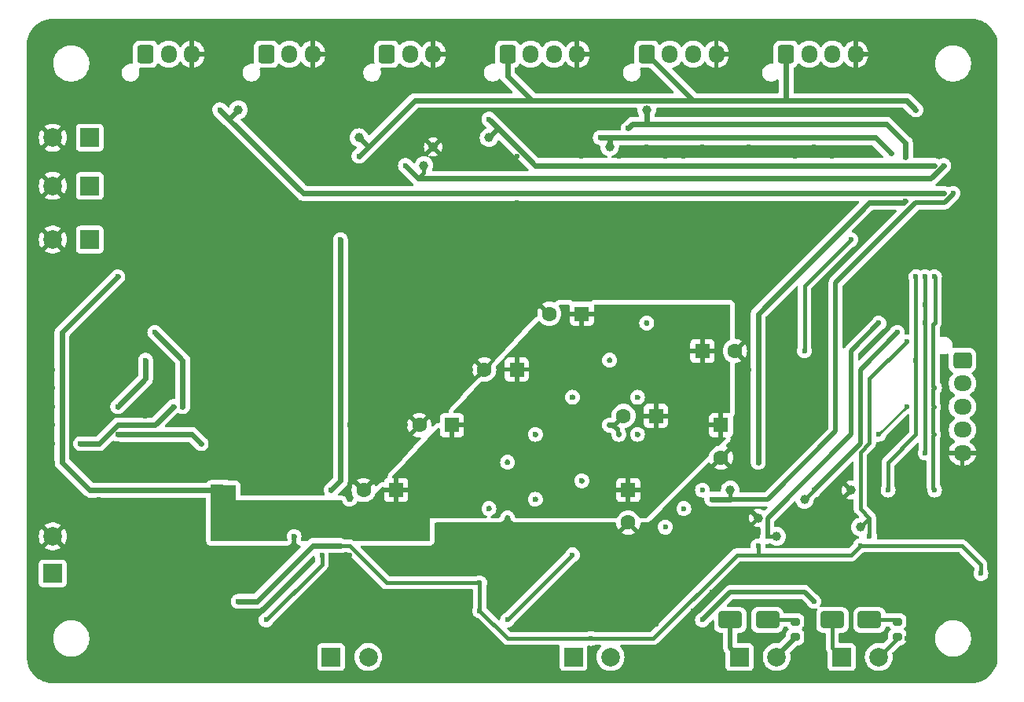
<source format=gbl>
%TF.GenerationSoftware,KiCad,Pcbnew,8.0.2*%
%TF.CreationDate,2024-12-26T16:42:42-05:00*%
%TF.ProjectId,Column Controller,436f6c75-6d6e-4204-936f-6e74726f6c6c,rev?*%
%TF.SameCoordinates,Original*%
%TF.FileFunction,Copper,L4,Bot*%
%TF.FilePolarity,Positive*%
%FSLAX46Y46*%
G04 Gerber Fmt 4.6, Leading zero omitted, Abs format (unit mm)*
G04 Created by KiCad (PCBNEW 8.0.2) date 2024-12-26 16:42:42*
%MOMM*%
%LPD*%
G01*
G04 APERTURE LIST*
G04 Aperture macros list*
%AMRoundRect*
0 Rectangle with rounded corners*
0 $1 Rounding radius*
0 $2 $3 $4 $5 $6 $7 $8 $9 X,Y pos of 4 corners*
0 Add a 4 corners polygon primitive as box body*
4,1,4,$2,$3,$4,$5,$6,$7,$8,$9,$2,$3,0*
0 Add four circle primitives for the rounded corners*
1,1,$1+$1,$2,$3*
1,1,$1+$1,$4,$5*
1,1,$1+$1,$6,$7*
1,1,$1+$1,$8,$9*
0 Add four rect primitives between the rounded corners*
20,1,$1+$1,$2,$3,$4,$5,0*
20,1,$1+$1,$4,$5,$6,$7,0*
20,1,$1+$1,$6,$7,$8,$9,0*
20,1,$1+$1,$8,$9,$2,$3,0*%
G04 Aperture macros list end*
%TA.AperFunction,ComponentPad*%
%ADD10R,2.000000X2.000000*%
%TD*%
%TA.AperFunction,ComponentPad*%
%ADD11C,2.000000*%
%TD*%
%TA.AperFunction,ComponentPad*%
%ADD12R,1.600000X1.600000*%
%TD*%
%TA.AperFunction,ComponentPad*%
%ADD13C,1.600000*%
%TD*%
%TA.AperFunction,ComponentPad*%
%ADD14RoundRect,0.250000X-0.600000X-0.725000X0.600000X-0.725000X0.600000X0.725000X-0.600000X0.725000X0*%
%TD*%
%TA.AperFunction,ComponentPad*%
%ADD15O,1.700000X1.950000*%
%TD*%
%TA.AperFunction,ComponentPad*%
%ADD16RoundRect,0.250000X-0.725000X0.600000X-0.725000X-0.600000X0.725000X-0.600000X0.725000X0.600000X0*%
%TD*%
%TA.AperFunction,ComponentPad*%
%ADD17O,1.950000X1.700000*%
%TD*%
%TA.AperFunction,SMDPad,CuDef*%
%ADD18C,1.000000*%
%TD*%
%TA.AperFunction,SMDPad,CuDef*%
%ADD19RoundRect,0.250000X-1.000000X-0.650000X1.000000X-0.650000X1.000000X0.650000X-1.000000X0.650000X0*%
%TD*%
%TA.AperFunction,SMDPad,CuDef*%
%ADD20RoundRect,0.200000X-0.275000X0.200000X-0.275000X-0.200000X0.275000X-0.200000X0.275000X0.200000X0*%
%TD*%
%TA.AperFunction,ViaPad*%
%ADD21C,0.600000*%
%TD*%
%TA.AperFunction,Conductor*%
%ADD22C,0.600000*%
%TD*%
%TA.AperFunction,Conductor*%
%ADD23C,0.400000*%
%TD*%
%TA.AperFunction,Conductor*%
%ADD24C,0.500000*%
%TD*%
%TA.AperFunction,Conductor*%
%ADD25C,0.250000*%
%TD*%
G04 APERTURE END LIST*
D10*
%TO.P,J10,1,Pin_1*%
%TO.N,Net-(D6-K)*%
X168000000Y-147000000D03*
D11*
%TO.P,J10,2,Pin_2*%
%TO.N,/Relay Controller 2/RELAY_-*%
X172000000Y-147000000D03*
%TD*%
D12*
%TO.P,C40,1*%
%TO.N,24V*%
X126000000Y-122000000D03*
D13*
%TO.P,C40,2*%
%TO.N,GND*%
X122500000Y-122000000D03*
%TD*%
D12*
%TO.P,C42,1*%
%TO.N,24V*%
X148000000Y-121000000D03*
D13*
%TO.P,C42,2*%
%TO.N,GND*%
X144500000Y-121000000D03*
%TD*%
D12*
%TO.P,C12,1*%
%TO.N,24V*%
X155000000Y-122000000D03*
D13*
%TO.P,C12,2*%
%TO.N,GND*%
X155000000Y-125500000D03*
%TD*%
D10*
%TO.P,J14,1,Pin_1*%
%TO.N,V_NODE*%
X87000000Y-96200000D03*
D11*
%TO.P,J14,2,Pin_2*%
%TO.N,GND*%
X83000000Y-96200000D03*
%TD*%
D10*
%TO.P,J6,1,Pin_1*%
%TO.N,Net-(D4-K)*%
X157000000Y-147000000D03*
D11*
%TO.P,J6,2,Pin_2*%
%TO.N,/Relay Controller 1/RELAY_-*%
X161000000Y-147000000D03*
%TD*%
D12*
%TO.P,C9,1*%
%TO.N,24V*%
X140000000Y-110000000D03*
D13*
%TO.P,C9,2*%
%TO.N,GND*%
X136500000Y-110000000D03*
%TD*%
D12*
%TO.P,C11,1*%
%TO.N,24V*%
X145000000Y-129000000D03*
D13*
%TO.P,C11,2*%
%TO.N,GND*%
X145000000Y-132500000D03*
%TD*%
D14*
%TO.P,J3,1,Pin_1*%
%TO.N,5V*%
X119000000Y-82000000D03*
D15*
%TO.P,J3,2,Pin_2*%
%TO.N,/Ext Sensors/FLOW_OUT*%
X121500000Y-82000000D03*
%TO.P,J3,3,Pin_3*%
%TO.N,GND*%
X124000000Y-82000000D03*
%TD*%
D10*
%TO.P,J5,1,Pin_1*%
%TO.N,/Motor Controller 2/MOTOR_+*%
X139100000Y-147000000D03*
D11*
%TO.P,J5,2,Pin_2*%
%TO.N,/Motor Controller 2/MOTOR_-*%
X143100000Y-147000000D03*
%TD*%
D16*
%TO.P,J12,1,Pin_1*%
%TO.N,/Microcontroller/CP2104.RXD*%
X181000000Y-115000000D03*
D17*
%TO.P,J12,2,Pin_2*%
%TO.N,/Microcontroller/CP2104.TXD*%
X181000000Y-117500000D03*
%TO.P,J12,3,Pin_3*%
%TO.N,/Microcontroller/CP2104.RTS*%
X181000000Y-120000000D03*
%TO.P,J12,4,Pin_4*%
%TO.N,/Microcontroller/CP2104.DTR*%
X181000000Y-122500000D03*
%TO.P,J12,5,Pin_5*%
%TO.N,GND*%
X181000000Y-125000000D03*
%TD*%
D12*
%TO.P,C39,1*%
%TO.N,24V*%
X120000000Y-129000000D03*
D13*
%TO.P,C39,2*%
%TO.N,GND*%
X116500000Y-129000000D03*
%TD*%
D14*
%TO.P,J1,1,Pin_1*%
%TO.N,5V*%
X106000000Y-82000000D03*
D15*
%TO.P,J1,2,Pin_2*%
%TO.N,/Ext Sensors/TDS_OUT*%
X108500000Y-82000000D03*
%TO.P,J1,3,Pin_3*%
%TO.N,GND*%
X111000000Y-82000000D03*
%TD*%
D12*
%TO.P,C41,1*%
%TO.N,24V*%
X153000000Y-114000000D03*
D13*
%TO.P,C41,2*%
%TO.N,GND*%
X156500000Y-114000000D03*
%TD*%
D14*
%TO.P,J7,1,Pin_1*%
%TO.N,3V3*%
X162000000Y-82000000D03*
D15*
%TO.P,J7,2,Pin_2*%
%TO.N,/Microcontroller/I2C1.SDA*%
X164500000Y-82000000D03*
%TO.P,J7,3,Pin_3*%
%TO.N,/Microcontroller/I2C1.SCL*%
X167000000Y-82000000D03*
%TO.P,J7,4,Pin_4*%
%TO.N,GND*%
X169500000Y-82000000D03*
%TD*%
D14*
%TO.P,J8,1,Pin_1*%
%TO.N,3V3*%
X147000000Y-82000000D03*
D15*
%TO.P,J8,2,Pin_2*%
%TO.N,/Microcontroller/I2C0.SDA*%
X149500000Y-82000000D03*
%TO.P,J8,3,Pin_3*%
%TO.N,/Microcontroller/I2C0.SCL*%
X152000000Y-82000000D03*
%TO.P,J8,4,Pin_4*%
%TO.N,GND*%
X154500000Y-82000000D03*
%TD*%
D10*
%TO.P,J11,1,Pin_1*%
%TO.N,24V*%
X83000000Y-138000000D03*
D11*
%TO.P,J11,2,Pin_2*%
%TO.N,GND*%
X83000000Y-134000000D03*
%TD*%
D14*
%TO.P,J2,1,Pin_1*%
%TO.N,5V*%
X93000000Y-82000000D03*
D15*
%TO.P,J2,2,Pin_2*%
%TO.N,/Ext Sensors/pH_OUT*%
X95500000Y-82000000D03*
%TO.P,J2,3,Pin_3*%
%TO.N,GND*%
X98000000Y-82000000D03*
%TD*%
D10*
%TO.P,J9,1,Pin_1*%
%TO.N,/Motor Controller 1/MOTOR_+*%
X113000000Y-147000000D03*
D11*
%TO.P,J9,2,Pin_2*%
%TO.N,/Motor Controller 1/MOTOR_-*%
X117000000Y-147000000D03*
%TD*%
D10*
%TO.P,J15,1,Pin_1*%
%TO.N,V_NODE*%
X87000000Y-91000000D03*
D11*
%TO.P,J15,2,Pin_2*%
%TO.N,GND*%
X83000000Y-91000000D03*
%TD*%
D10*
%TO.P,J13,1,Pin_1*%
%TO.N,V_NODE*%
X87000000Y-102000000D03*
D11*
%TO.P,J13,2,Pin_2*%
%TO.N,GND*%
X83000000Y-102000000D03*
%TD*%
D14*
%TO.P,J4,1,Pin_1*%
%TO.N,3V3*%
X132000000Y-82000000D03*
D15*
%TO.P,J4,2,Pin_2*%
%TO.N,/Ext Sensors/LOAD.SCK*%
X134500000Y-82000000D03*
%TO.P,J4,3,Pin_3*%
%TO.N,/Ext Sensors/LOAD.DT*%
X137000000Y-82000000D03*
%TO.P,J4,4,Pin_4*%
%TO.N,GND*%
X139500000Y-82000000D03*
%TD*%
D12*
%TO.P,C10,1*%
%TO.N,24V*%
X133000000Y-116000000D03*
D13*
%TO.P,C10,2*%
%TO.N,GND*%
X129500000Y-116000000D03*
%TD*%
D18*
%TO.P,TP13,1,1*%
%TO.N,/Ext Sensors/TDS_OUT_3V3*%
X123000000Y-94000000D03*
%TD*%
D19*
%TO.P,D4,1,K*%
%TO.N,Net-(D4-K)*%
X156000000Y-143000000D03*
%TO.P,D4,2,A*%
%TO.N,Net-(D4-A)*%
X160000000Y-143000000D03*
%TD*%
%TO.P,D6,1,K*%
%TO.N,Net-(D6-K)*%
X167000000Y-143000000D03*
%TO.P,D6,2,A*%
%TO.N,Net-(D6-A)*%
X171000000Y-143000000D03*
%TD*%
D18*
%TO.P,TP11,1,1*%
%TO.N,/Ext Sensors/FLOW_OUT_3V3*%
X130000000Y-91000000D03*
%TD*%
%TO.P,TP39,1,1*%
%TO.N,3V3*%
X116000000Y-91000000D03*
%TD*%
%TO.P,TP27,1,1*%
%TO.N,/Relay Controller 2/CURR_OUT*%
X164000000Y-130000000D03*
%TD*%
%TO.P,TP35,1,1*%
%TO.N,GND*%
X169000000Y-129000000D03*
%TD*%
%TO.P,TP14,1,1*%
%TO.N,/Ext Sensors/LOAD.SCK*%
X143000000Y-92000000D03*
%TD*%
%TO.P,TP29,1,1*%
%TO.N,/Relay Controller 1/RELAY_IN*%
X161000000Y-134000000D03*
%TD*%
%TO.P,TP15,1,1*%
%TO.N,GND*%
X124000000Y-92000000D03*
%TD*%
%TO.P,TP26,1,1*%
%TO.N,/Relay Controller 1/CURR_OUT*%
X156000000Y-129000000D03*
%TD*%
%TO.P,TP30,1,1*%
%TO.N,GND*%
X159000000Y-132000000D03*
%TD*%
%TO.P,TP36,1,1*%
%TO.N,/Ext Sensors/LOAD.DT*%
X147000000Y-88000000D03*
%TD*%
D20*
%TO.P,R16,1*%
%TO.N,Net-(D6-A)*%
X174000000Y-143175000D03*
%TO.P,R16,2*%
%TO.N,/Relay Controller 2/RELAY_-*%
X174000000Y-144825000D03*
%TD*%
%TO.P,R14,1*%
%TO.N,Net-(D4-A)*%
X163000000Y-143175000D03*
%TO.P,R14,2*%
%TO.N,/Relay Controller 1/RELAY_-*%
X163000000Y-144825000D03*
%TD*%
D18*
%TO.P,TP12,1,1*%
%TO.N,/Ext Sensors/pH_OUT_3V3*%
X103000000Y-88000000D03*
%TD*%
%TO.P,TP34,1,1*%
%TO.N,/Relay Controller 2/RELAY_IN*%
X170000000Y-133000000D03*
%TD*%
D21*
%TO.N,GND*%
X177000000Y-129000000D03*
X142000000Y-138000000D03*
X177000000Y-100000000D03*
X81000000Y-133000000D03*
X114000000Y-138000000D03*
X156000000Y-132000000D03*
X135000000Y-130000000D03*
X113000000Y-136000000D03*
X153000000Y-134000000D03*
X83000000Y-124000000D03*
X86000000Y-135000000D03*
X130000000Y-113000000D03*
X145000000Y-88000000D03*
X108000000Y-91000000D03*
X124000000Y-113000000D03*
X108000000Y-109000000D03*
X114000000Y-142000000D03*
X127000000Y-94000000D03*
X118000000Y-99000000D03*
X119000000Y-101000000D03*
X141000000Y-88000000D03*
X131000000Y-103000000D03*
X157000000Y-112000000D03*
X120000000Y-125000000D03*
X81000000Y-103000000D03*
X129000000Y-134000000D03*
X93000000Y-103000000D03*
X184000000Y-113000000D03*
X182000000Y-129000000D03*
X115000000Y-145000000D03*
X81000000Y-95000000D03*
X124000000Y-119000000D03*
X140000000Y-138000000D03*
X163000000Y-135000000D03*
X166000000Y-111000000D03*
X140000000Y-134000000D03*
X128000000Y-116000000D03*
X180000000Y-129000000D03*
X160000000Y-79000000D03*
X111000000Y-129000000D03*
X143000000Y-122000000D03*
X112000000Y-109000000D03*
X107000000Y-145000000D03*
X81000000Y-101000000D03*
X149000000Y-93000000D03*
X111000000Y-120000000D03*
X93000000Y-120000000D03*
X127000000Y-99000000D03*
X95000000Y-137000000D03*
X179000000Y-102000000D03*
X120000000Y-110000000D03*
X182000000Y-97000000D03*
X140000000Y-140000000D03*
X178000000Y-100000000D03*
X81000000Y-97000000D03*
X184000000Y-143000000D03*
X176000000Y-133000000D03*
X122000000Y-145000000D03*
X165000000Y-121000000D03*
X146000000Y-101000000D03*
X108000000Y-111000000D03*
X177000000Y-101000000D03*
X98000000Y-97000000D03*
X81000000Y-109000000D03*
X108000000Y-129000000D03*
X157000000Y-122000000D03*
X142000000Y-134000000D03*
X175000000Y-142000000D03*
X90000000Y-124000000D03*
X112000000Y-119000000D03*
X98000000Y-137000000D03*
X128000000Y-106000000D03*
X141000000Y-139000000D03*
X132000000Y-137000000D03*
X95000000Y-149000000D03*
X108000000Y-113000000D03*
X116000000Y-142000000D03*
X165000000Y-92000000D03*
X81000000Y-89000000D03*
X128000000Y-102000000D03*
X132000000Y-132000000D03*
X184000000Y-123000000D03*
X86000000Y-133000000D03*
X161000000Y-102000000D03*
X83000000Y-141000000D03*
X180000000Y-137000000D03*
X81000000Y-127000000D03*
X120000000Y-103000000D03*
X81000000Y-135000000D03*
X85000000Y-131000000D03*
X144000000Y-93000000D03*
X110000000Y-149000000D03*
X180000000Y-79000000D03*
X125000000Y-109000000D03*
X99000000Y-85000000D03*
X112000000Y-117000000D03*
X88000000Y-130000000D03*
X100000000Y-79000000D03*
X162000000Y-112000000D03*
X81000000Y-137000000D03*
X130000000Y-131000000D03*
X165000000Y-149000000D03*
X137000000Y-100000000D03*
X99000000Y-103000000D03*
X86000000Y-130000000D03*
X118000000Y-127000000D03*
X114000000Y-140000000D03*
X88000000Y-83000000D03*
X123000000Y-117000000D03*
X101000000Y-97000000D03*
X104000000Y-97000000D03*
X105000000Y-149000000D03*
X146000000Y-108000000D03*
X180000000Y-141000000D03*
X165000000Y-79000000D03*
X99000000Y-106000000D03*
X163000000Y-93000000D03*
X110000000Y-116000000D03*
X150000000Y-79000000D03*
X145000000Y-79000000D03*
X183000000Y-80000000D03*
X151000000Y-93000000D03*
X88000000Y-134000000D03*
X85000000Y-149000000D03*
X182000000Y-99000000D03*
X159000000Y-138000000D03*
X184000000Y-91000000D03*
X170000000Y-107000000D03*
X88000000Y-136000000D03*
X105000000Y-79000000D03*
X116000000Y-118000000D03*
X140000000Y-142000000D03*
X130000000Y-149000000D03*
X145000000Y-135000000D03*
X184000000Y-117000000D03*
X133000000Y-90000000D03*
X180000000Y-104000000D03*
X164000000Y-138000000D03*
X167000000Y-93000000D03*
X157000000Y-126000000D03*
X81000000Y-99000000D03*
X122000000Y-101000000D03*
X183000000Y-141000000D03*
X142000000Y-101000000D03*
X115000000Y-122000000D03*
X141000000Y-136000000D03*
X86000000Y-122000000D03*
X110000000Y-110000000D03*
X81000000Y-115000000D03*
X182000000Y-105000000D03*
X83000000Y-126000000D03*
X166000000Y-119000000D03*
X83000000Y-116000000D03*
X86000000Y-141000000D03*
X93000000Y-119000000D03*
X178000000Y-101000000D03*
X110000000Y-79000000D03*
X96000000Y-100000000D03*
X115000000Y-141000000D03*
X150000000Y-108000000D03*
X134000000Y-90000000D03*
X133000000Y-93000000D03*
X116000000Y-124000000D03*
X130000000Y-100000000D03*
X174000000Y-104000000D03*
X140000000Y-149000000D03*
X157000000Y-86000000D03*
X133000000Y-98000000D03*
X170000000Y-109000000D03*
X166000000Y-108000000D03*
X158000000Y-92000000D03*
X184000000Y-87000000D03*
X81000000Y-107000000D03*
X83000000Y-128000000D03*
X81000000Y-87000000D03*
X135000000Y-123000000D03*
X184000000Y-109000000D03*
X106000000Y-95000000D03*
X147000000Y-135000000D03*
X82000000Y-80000000D03*
X121000000Y-122000000D03*
X83000000Y-118000000D03*
X101000000Y-139000000D03*
X170000000Y-149000000D03*
X122000000Y-144000000D03*
X102000000Y-85000000D03*
X162000000Y-120000000D03*
X182000000Y-101000000D03*
X184000000Y-95000000D03*
X139000000Y-119000000D03*
X153000000Y-138000000D03*
X82000000Y-148000000D03*
X88000000Y-80000000D03*
X116000000Y-140000000D03*
X119000000Y-107000000D03*
X133000000Y-112000000D03*
X125000000Y-147000000D03*
X107000000Y-127000000D03*
X122000000Y-108000000D03*
X92000000Y-145000000D03*
X81000000Y-121000000D03*
X164000000Y-144000000D03*
X109000000Y-134000000D03*
X112000000Y-111000000D03*
X175000000Y-147000000D03*
X129000000Y-92000000D03*
X110000000Y-114000000D03*
X104000000Y-89000000D03*
X123000000Y-103000000D03*
X112000000Y-125000000D03*
X81000000Y-129000000D03*
X157000000Y-128000000D03*
X81000000Y-83000000D03*
X102000000Y-81000000D03*
X143000000Y-133000000D03*
X112000000Y-90000000D03*
X146000000Y-123000000D03*
X119000000Y-86000000D03*
X148000000Y-143500000D03*
X153000000Y-105000000D03*
X108000000Y-117000000D03*
X147000000Y-111000000D03*
X184000000Y-121000000D03*
X135000000Y-110000000D03*
X163000000Y-125000000D03*
X93000000Y-121000000D03*
X130000000Y-94000000D03*
X116000000Y-138000000D03*
X101000000Y-91000000D03*
X175000000Y-145000000D03*
X95000000Y-91000000D03*
X144000000Y-103000000D03*
X113000000Y-100000000D03*
X121000000Y-116000000D03*
X97000000Y-137000000D03*
X93000000Y-113000000D03*
X150000000Y-149000000D03*
X114000000Y-91000000D03*
X124000000Y-106000000D03*
X184000000Y-111000000D03*
X141000000Y-133000000D03*
X132000000Y-147000000D03*
X121000000Y-99000000D03*
X120000000Y-120000000D03*
X135000000Y-149000000D03*
X126000000Y-114000000D03*
X159000000Y-106000000D03*
X155000000Y-128000000D03*
X174000000Y-102000000D03*
X121000000Y-105000000D03*
X97000000Y-145000000D03*
X140000000Y-93000000D03*
X184000000Y-125000000D03*
X183000000Y-129000000D03*
X149000000Y-105000000D03*
X126000000Y-104000000D03*
X112000000Y-115000000D03*
X122000000Y-91000000D03*
X140000000Y-100000000D03*
X136000000Y-92000000D03*
X118000000Y-112000000D03*
X91000000Y-88000000D03*
X132000000Y-126000000D03*
X177000000Y-102000000D03*
X159000000Y-128000000D03*
X85000000Y-79000000D03*
X118000000Y-105000000D03*
X158000000Y-83000000D03*
X139000000Y-105000000D03*
X127000000Y-133000000D03*
X177000000Y-104000000D03*
X130000000Y-79000000D03*
X88000000Y-135000000D03*
X115000000Y-85000000D03*
X110000000Y-118000000D03*
X90000000Y-113000000D03*
X180000000Y-133000000D03*
X81000000Y-105000000D03*
X120000000Y-149000000D03*
X155000000Y-84000000D03*
X155000000Y-149000000D03*
X94000000Y-141000000D03*
X112000000Y-113000000D03*
X124000000Y-99000000D03*
X83000000Y-130000000D03*
X95000000Y-79000000D03*
X105000000Y-109000000D03*
X90000000Y-149000000D03*
X184000000Y-107000000D03*
X153000000Y-92000000D03*
X128000000Y-84000000D03*
X115000000Y-130000000D03*
X157000000Y-118000000D03*
X157000000Y-124000000D03*
X81000000Y-139000000D03*
X81000000Y-113000000D03*
X165000000Y-102000000D03*
X138000000Y-92000000D03*
X136000000Y-107000000D03*
X180000000Y-128000000D03*
X115000000Y-79000000D03*
X83000000Y-108000000D03*
X108000000Y-115000000D03*
X176000000Y-141000000D03*
X156000000Y-107000000D03*
X126000000Y-93000000D03*
X108000000Y-121000000D03*
X81000000Y-123000000D03*
X104000000Y-129000000D03*
X128000000Y-136000000D03*
X81000000Y-85000000D03*
X118000000Y-119000000D03*
X162000000Y-109000000D03*
X128000000Y-140000000D03*
X184000000Y-127000000D03*
X141000000Y-92000000D03*
X160000000Y-149000000D03*
X142000000Y-142000000D03*
X184000000Y-109000000D03*
X85000000Y-129000000D03*
X153000000Y-145000000D03*
X81000000Y-125000000D03*
X113000000Y-127000000D03*
X175000000Y-149000000D03*
X135000000Y-79000000D03*
X81000000Y-141000000D03*
X179000000Y-101000000D03*
X143000000Y-88000000D03*
X125000000Y-101000000D03*
X81000000Y-117000000D03*
X140000000Y-103000000D03*
X81000000Y-131000000D03*
X184000000Y-127000000D03*
X88000000Y-132000000D03*
X110000000Y-91000000D03*
X134000000Y-100000000D03*
X137000000Y-108000000D03*
X88000000Y-128000000D03*
X118000000Y-88000000D03*
X147000000Y-92000000D03*
X134000000Y-109000000D03*
X149000000Y-101000000D03*
X127000000Y-118000000D03*
X83000000Y-87000000D03*
X161000000Y-113000000D03*
X110000000Y-112000000D03*
X179000000Y-122000000D03*
X115000000Y-82000000D03*
X170000000Y-79000000D03*
X108000000Y-97000000D03*
X152000000Y-138000000D03*
X91000000Y-92000000D03*
X143000000Y-81000000D03*
X145000000Y-149000000D03*
X81000000Y-119000000D03*
X128000000Y-145000000D03*
X129000000Y-90000000D03*
X125000000Y-149000000D03*
X118000000Y-125000000D03*
X88000000Y-145000000D03*
X125000000Y-120000000D03*
X140000000Y-79000000D03*
X87000000Y-120000000D03*
X144000000Y-123000000D03*
X146000000Y-136000000D03*
X153000000Y-101000000D03*
X141000000Y-141000000D03*
X91000000Y-109000000D03*
X116000000Y-127000000D03*
X183000000Y-148000000D03*
X148000000Y-103000000D03*
X184000000Y-119000000D03*
X142000000Y-105000000D03*
X118000000Y-94000000D03*
X133000000Y-104000000D03*
X136000000Y-104000000D03*
X120000000Y-95000000D03*
X163000000Y-132000000D03*
X83000000Y-111000000D03*
X117000000Y-109000000D03*
X152000000Y-142000000D03*
X87000000Y-105000000D03*
X132000000Y-108000000D03*
X136000000Y-133000000D03*
X81000000Y-111000000D03*
X179000000Y-126000000D03*
X154000000Y-140000000D03*
X166000000Y-117000000D03*
X166000000Y-113000000D03*
X184000000Y-93000000D03*
X151000000Y-103000000D03*
X120000000Y-79000000D03*
X86000000Y-86000000D03*
X175000000Y-79000000D03*
X146000000Y-119000000D03*
X127000000Y-110000000D03*
X164000000Y-147000000D03*
X115000000Y-136000000D03*
X184000000Y-88000000D03*
X122000000Y-147000000D03*
X88000000Y-131000000D03*
X158000000Y-131000000D03*
X88000000Y-127000000D03*
X93000000Y-109000000D03*
X99000000Y-90000000D03*
X90000000Y-141000000D03*
X100000000Y-149000000D03*
X99000000Y-141000000D03*
X88000000Y-126000000D03*
X169000000Y-112000000D03*
X107000000Y-99000000D03*
X125000000Y-79000000D03*
X177000000Y-144000000D03*
X96000000Y-137000000D03*
X155000000Y-79000000D03*
X81000000Y-143000000D03*
X184000000Y-89000000D03*
X110000000Y-124000000D03*
X158000000Y-81000000D03*
X83000000Y-120000000D03*
X142000000Y-140000000D03*
X87000000Y-134000000D03*
X110000000Y-127000000D03*
X129000000Y-111000000D03*
X102000000Y-145000000D03*
X116000000Y-107000000D03*
X122000000Y-112000000D03*
X184000000Y-83000000D03*
X163000000Y-117000000D03*
X90000000Y-79000000D03*
X139000000Y-84000000D03*
X159000000Y-86000000D03*
X98000000Y-92000000D03*
X158000000Y-116000000D03*
X157000000Y-102000000D03*
X103000000Y-106000000D03*
X178000000Y-102000000D03*
X180000000Y-149000000D03*
X83000000Y-122000000D03*
X140000000Y-128000000D03*
X119000000Y-115000000D03*
X105000000Y-111000000D03*
X101000000Y-106000000D03*
X135000000Y-134000000D03*
X126000000Y-117000000D03*
X184000000Y-115000000D03*
X110000000Y-108000000D03*
X162000000Y-122000000D03*
X146000000Y-105000000D03*
X132000000Y-111000000D03*
X103000000Y-84000000D03*
X99000000Y-117000000D03*
X184000000Y-145000000D03*
X115000000Y-149000000D03*
X104000000Y-136000000D03*
X170000000Y-110000000D03*
X93000000Y-101000000D03*
X150000000Y-146000000D03*
X179000000Y-100000000D03*
X93000000Y-106000000D03*
X108000000Y-119000000D03*
X131000000Y-114000000D03*
X116000000Y-114000000D03*
X81000000Y-145000000D03*
X115000000Y-139000000D03*
X167000000Y-132000000D03*
X143000000Y-115000000D03*
X81000000Y-93000000D03*
X130000000Y-107000000D03*
X127000000Y-91000000D03*
X105000000Y-106000000D03*
X184000000Y-85000000D03*
X176000000Y-137000000D03*
%TO.N,3V3*%
X141000000Y-145000000D03*
X103000000Y-141000000D03*
X159000000Y-135000000D03*
X170000000Y-135000000D03*
X116000000Y-93000000D03*
X129000000Y-142000000D03*
X176000000Y-88000000D03*
X113000000Y-129000000D03*
X113000000Y-135000000D03*
X183000000Y-138000000D03*
X114000000Y-102000000D03*
X167000000Y-87000000D03*
X129000000Y-139000000D03*
X152000000Y-87000000D03*
%TO.N,/Microcontroller/BOOT*%
X169000000Y-102000000D03*
X164000000Y-114000000D03*
X169000000Y-102000000D03*
%TO.N,/Microcontroller/ESP_EN*%
X159000000Y-126000000D03*
X159000000Y-114000000D03*
X174831250Y-97831250D03*
%TO.N,24V*%
X102000000Y-130000000D03*
X149000000Y-133000000D03*
X151000000Y-121000000D03*
X148000000Y-119000000D03*
X123000000Y-126000000D03*
X149000000Y-126000000D03*
X102000000Y-133000000D03*
X130000000Y-124000000D03*
X118000000Y-131000000D03*
X131000000Y-119000000D03*
X151000000Y-124000000D03*
X153000000Y-119000000D03*
X155000000Y-120000000D03*
X147000000Y-128000000D03*
X153000000Y-125000000D03*
X153000000Y-122000000D03*
X136000000Y-114000000D03*
X102000000Y-129000000D03*
X121000000Y-134000000D03*
X101000000Y-130000000D03*
X147000000Y-131000000D03*
X101000000Y-133000000D03*
X138000000Y-116000000D03*
X126000000Y-124000000D03*
X102000000Y-132000000D03*
X129000000Y-128000000D03*
X101000000Y-132000000D03*
X148000000Y-124000000D03*
X149000000Y-116000000D03*
X155000000Y-116000000D03*
X142000000Y-111000000D03*
X101000000Y-129000000D03*
X151000000Y-117000000D03*
X138000000Y-112000000D03*
X123000000Y-130000000D03*
X153000000Y-129000000D03*
X153000000Y-125000000D03*
X165000000Y-141000000D03*
X118000000Y-134000000D03*
X101000000Y-131000000D03*
X123000000Y-134000000D03*
X90000000Y-106000000D03*
X134000000Y-120000000D03*
X151000000Y-127000000D03*
X155000000Y-118000000D03*
X129000000Y-121000000D03*
X127000000Y-126000000D03*
X125000000Y-128000000D03*
X102000000Y-131000000D03*
X141000000Y-113000000D03*
X149000000Y-129000000D03*
X153000000Y-143000000D03*
X151000000Y-131000000D03*
%TO.N,/Ext Sensors/pH_OUT_3V3*%
X179000000Y-97000000D03*
X101000000Y-88000000D03*
%TO.N,/Ext Sensors/TDS_OUT_3V3*%
X121000000Y-94000000D03*
X179000000Y-94000000D03*
%TO.N,/Ext Sensors/FLOW_OUT_3V3*%
X130000000Y-89000000D03*
X178000000Y-94000000D03*
%TO.N,/Ext Sensors/LOAD.DT*%
X174880025Y-93119975D03*
X145000000Y-90000000D03*
%TO.N,/Ext Sensors/LOAD.SCK*%
X142000000Y-91000000D03*
X173319975Y-92680025D03*
%TO.N,/Microcontroller/RED*%
X176000000Y-115000000D03*
X173000000Y-129000000D03*
X176000000Y-106000000D03*
%TO.N,/Microcontroller/BLUE*%
X177000000Y-125000000D03*
X177000000Y-111000000D03*
X177000000Y-109000000D03*
X177000000Y-106000000D03*
%TO.N,/Microcontroller/GREEN*%
X178000000Y-118000000D03*
X178000000Y-106000000D03*
X178000000Y-129000000D03*
%TO.N,/Power/EN*%
X96000000Y-120000000D03*
X86000000Y-124000000D03*
%TO.N,/Power/FB*%
X90000000Y-120000000D03*
X93000000Y-115000000D03*
%TO.N,/Microcontroller/MOTOR_2.CURR*%
X132000000Y-143000000D03*
X139000000Y-136000000D03*
%TO.N,/Microcontroller/MOTOR_1.CURR*%
X112000000Y-136000000D03*
X106000000Y-143000000D03*
%TO.N,/Microcontroller/ESP.DTR*%
X172000000Y-123000000D03*
X175000000Y-120000000D03*
%TO.N,Net-(U6-LO)*%
X99000000Y-124000000D03*
X90000000Y-123000000D03*
%TO.N,Net-(U6-PFM{slash}SYNC)*%
X97000000Y-120000000D03*
X94000000Y-112000000D03*
%TO.N,/Relay Controller 2/CURR_OUT*%
X174000000Y-112000000D03*
X165000000Y-129000000D03*
%TO.N,/Relay Controller 1/CURR_OUT*%
X154000000Y-130000000D03*
X180000000Y-97000000D03*
%TO.N,/Relay Controller 2/RELAY_IN*%
X175000000Y-113000000D03*
X171000000Y-134000000D03*
%TO.N,/Relay Controller 1/RELAY_IN*%
X172000000Y-111000000D03*
X160000000Y-134000000D03*
%TD*%
D22*
%TO.N,3V3*%
X162000000Y-86800000D02*
X162000000Y-82000000D01*
D23*
X159000000Y-135000000D02*
X159000000Y-135989950D01*
X156700000Y-136000000D02*
X159010050Y-136000000D01*
D22*
X152000000Y-87000000D02*
X147000000Y-82000000D01*
X175000000Y-87000000D02*
X167000000Y-87000000D01*
X161800000Y-87000000D02*
X162000000Y-86800000D01*
X114000000Y-127000000D02*
X114000000Y-102000000D01*
X167000000Y-87000000D02*
X162150000Y-87000000D01*
X114000000Y-135000000D02*
X111000000Y-135000000D01*
D23*
X115000000Y-135000000D02*
X114000000Y-135000000D01*
D22*
X116000000Y-91000000D02*
X117000000Y-92000000D01*
X114000000Y-128000000D02*
X114000000Y-127000000D01*
D23*
X129000000Y-139000000D02*
X119000000Y-139000000D01*
X132000000Y-145000000D02*
X133000000Y-145000000D01*
D22*
X105000000Y-141000000D02*
X103000000Y-141000000D01*
X152000000Y-87000000D02*
X134650000Y-87000000D01*
D23*
X147700000Y-145000000D02*
X156700000Y-136000000D01*
X159010050Y-136000000D02*
X169000000Y-136000000D01*
X159000000Y-136000000D02*
X159000000Y-135000000D01*
X129000000Y-142000000D02*
X132000000Y-145000000D01*
X129000000Y-139000000D02*
X129000000Y-142000000D01*
D22*
X132000000Y-82000000D02*
X132000000Y-84000000D01*
X162150000Y-87000000D02*
X152000000Y-87000000D01*
D23*
X141000000Y-145000000D02*
X147700000Y-145000000D01*
D22*
X122000000Y-87000000D02*
X117000000Y-92000000D01*
D23*
X133000000Y-145000000D02*
X141000000Y-145000000D01*
D22*
X117000000Y-92000000D02*
X116000000Y-93000000D01*
X134650000Y-87000000D02*
X122000000Y-87000000D01*
X162150000Y-87000000D02*
X161800000Y-87000000D01*
X132000000Y-84350000D02*
X132000000Y-82000000D01*
D23*
X170000000Y-135000000D02*
X180950000Y-135000000D01*
X183000000Y-138000000D02*
X183000000Y-137050000D01*
D22*
X113000000Y-129000000D02*
X114000000Y-128000000D01*
X176000000Y-88000000D02*
X175000000Y-87000000D01*
X111000000Y-135000000D02*
X105000000Y-141000000D01*
D23*
X169000000Y-136000000D02*
X170000000Y-135000000D01*
D22*
X134650000Y-87000000D02*
X132000000Y-84350000D01*
D23*
X159000000Y-135989950D02*
X159010050Y-136000000D01*
X119000000Y-139000000D02*
X115000000Y-135000000D01*
X183000000Y-137050000D02*
X180950000Y-135000000D01*
%TO.N,/Microcontroller/BOOT*%
X164000000Y-107000000D02*
X169000000Y-102000000D01*
X164000000Y-114000000D02*
X164000000Y-107000000D01*
D22*
%TO.N,/Microcontroller/ESP_EN*%
X174662500Y-98000000D02*
X171000000Y-98000000D01*
X159000000Y-110000000D02*
X159000000Y-114000000D01*
X171000000Y-98000000D02*
X159000000Y-110000000D01*
X159000000Y-114000000D02*
X159000000Y-126000000D01*
X174831250Y-97831250D02*
X174662500Y-98000000D01*
D24*
%TO.N,24V*%
X156000000Y-140000000D02*
X153000000Y-143000000D01*
X165000000Y-141000000D02*
X164000000Y-140000000D01*
X164000000Y-140000000D02*
X156000000Y-140000000D01*
D22*
X87000000Y-129000000D02*
X84000000Y-126000000D01*
X84000000Y-112000000D02*
X90000000Y-106000000D01*
X101000000Y-129000000D02*
X87000000Y-129000000D01*
X84000000Y-126000000D02*
X84000000Y-112000000D01*
%TO.N,/Ext Sensors/pH_OUT_3V3*%
X103000000Y-88000000D02*
X102000000Y-89000000D01*
X110000000Y-97000000D02*
X141000000Y-97000000D01*
X102000000Y-89000000D02*
X110000000Y-97000000D01*
X179000000Y-97000000D02*
X141000000Y-97000000D01*
D23*
X141000000Y-97000000D02*
X140200000Y-97000000D01*
D22*
X101000000Y-88000000D02*
X102000000Y-89000000D01*
%TO.N,/Ext Sensors/TDS_OUT_3V3*%
X177600000Y-95400000D02*
X122400000Y-95400000D01*
D23*
X123000000Y-94000000D02*
X123000000Y-94800000D01*
D22*
X122400000Y-95400000D02*
X121000000Y-94000000D01*
X179000000Y-94000000D02*
X177600000Y-95400000D01*
D23*
X123000000Y-94800000D02*
X122400000Y-95400000D01*
D22*
%TO.N,/Ext Sensors/FLOW_OUT_3V3*%
X135000000Y-94000000D02*
X178000000Y-94000000D01*
X131000000Y-90000000D02*
X130000000Y-89000000D01*
X131000000Y-90000000D02*
X135000000Y-94000000D01*
X130000000Y-91000000D02*
X131000000Y-90000000D01*
%TO.N,/Ext Sensors/LOAD.DT*%
X147000000Y-89550000D02*
X145450000Y-89550000D01*
X172850000Y-89550000D02*
X147000000Y-89550000D01*
X147000000Y-88000000D02*
X147000000Y-89550000D01*
X174880025Y-91580025D02*
X172850000Y-89550000D01*
X174880025Y-93119975D02*
X174880025Y-91580025D01*
X145450000Y-89550000D02*
X145000000Y-90000000D01*
%TO.N,/Ext Sensors/LOAD.SCK*%
X171639950Y-91000000D02*
X173319975Y-92680025D01*
X142000000Y-91000000D02*
X143000000Y-91000000D01*
X143000000Y-92000000D02*
X143000000Y-91000000D01*
X143000000Y-91000000D02*
X171639950Y-91000000D01*
D24*
%TO.N,Net-(D4-K)*%
X156000000Y-143000000D02*
X156000000Y-146000000D01*
X156000000Y-146000000D02*
X157000000Y-147000000D01*
D23*
%TO.N,Net-(D4-A)*%
X160000000Y-143000000D02*
X162825000Y-143000000D01*
X162825000Y-143000000D02*
X163000000Y-143175000D01*
%TO.N,/Microcontroller/RED*%
X176000000Y-123000000D02*
X176000000Y-115000000D01*
X173000000Y-129000000D02*
X173000000Y-126000000D01*
X173000000Y-126000000D02*
X176000000Y-123000000D01*
X176000000Y-115000000D02*
X176000000Y-106000000D01*
%TO.N,/Microcontroller/BLUE*%
X177000000Y-109000000D02*
X177000000Y-106000000D01*
X177000000Y-111000000D02*
X177000000Y-109000000D01*
X177000000Y-125000000D02*
X177000000Y-111000000D01*
%TO.N,/Microcontroller/GREEN*%
X178050000Y-110950000D02*
X178050000Y-106050000D01*
X177850000Y-118150000D02*
X178000000Y-118000000D01*
X177850000Y-128150000D02*
X177850000Y-123150000D01*
X178050000Y-106050000D02*
X178000000Y-106000000D01*
X177850000Y-128850000D02*
X177850000Y-126000000D01*
X178000000Y-123000000D02*
X177850000Y-122850000D01*
X177850000Y-122850000D02*
X177850000Y-120150000D01*
X177850000Y-120150000D02*
X178000000Y-120000000D01*
X178000000Y-118000000D02*
X177850000Y-117850000D01*
X178000000Y-129000000D02*
X177850000Y-128850000D01*
X177850000Y-111150000D02*
X178050000Y-110950000D01*
X177850000Y-123150000D02*
X178000000Y-123000000D01*
X177850000Y-119850000D02*
X177850000Y-118150000D01*
X178000000Y-120000000D02*
X177850000Y-119850000D01*
X177850000Y-117850000D02*
X177850000Y-111150000D01*
D22*
%TO.N,/Power/EN*%
X90000000Y-122000000D02*
X94000000Y-122000000D01*
X94000000Y-122000000D02*
X96000000Y-120000000D01*
X86000000Y-124000000D02*
X88000000Y-124000000D01*
X88000000Y-124000000D02*
X90000000Y-122000000D01*
%TO.N,/Power/FB*%
X93000000Y-117000000D02*
X93000000Y-115000000D01*
X90000000Y-120000000D02*
X93000000Y-117000000D01*
D23*
%TO.N,/Microcontroller/MOTOR_2.CURR*%
X132000000Y-143000000D02*
X139000000Y-136000000D01*
%TO.N,/Microcontroller/MOTOR_1.CURR*%
X112000000Y-136000000D02*
X112000000Y-137000000D01*
X112000000Y-137000000D02*
X106000000Y-143000000D01*
D25*
%TO.N,/Microcontroller/ESP.DTR*%
X172000000Y-123000000D02*
X175000000Y-120000000D01*
D22*
%TO.N,Net-(U6-LO)*%
X98000000Y-123000000D02*
X90000000Y-123000000D01*
X99000000Y-124000000D02*
X98000000Y-123000000D01*
%TO.N,Net-(U6-PFM{slash}SYNC)*%
X97000000Y-120000000D02*
X97000000Y-115000000D01*
X97000000Y-115000000D02*
X94000000Y-112000000D01*
D23*
%TO.N,/Relay Controller 2/CURR_OUT*%
X164000000Y-130000000D02*
X165000000Y-129000000D01*
D24*
X170000000Y-116000000D02*
X174000000Y-112000000D01*
X170000000Y-124000000D02*
X170000000Y-116000000D01*
X165000000Y-129000000D02*
X170000000Y-124000000D01*
%TO.N,/Relay Controller 1/CURR_OUT*%
X160000000Y-130000000D02*
X167350000Y-122650000D01*
X180000000Y-97060661D02*
X180000000Y-97000000D01*
X179060661Y-98000000D02*
X180000000Y-97060661D01*
D22*
X156000000Y-130000000D02*
X154000000Y-130000000D01*
D24*
X156000000Y-130000000D02*
X160000000Y-130000000D01*
X176000000Y-98000000D02*
X179060661Y-98000000D01*
X167350000Y-122650000D02*
X167350000Y-106650000D01*
D23*
X156000000Y-129000000D02*
X156000000Y-130000000D01*
D24*
X167350000Y-106650000D02*
X176000000Y-98000000D01*
D23*
%TO.N,/Relay Controller 2/RELAY_-*%
X174000000Y-144825000D02*
X174000000Y-145000000D01*
X174000000Y-145000000D02*
X172000000Y-147000000D01*
D22*
%TO.N,/Relay Controller 1/RELAY_-*%
X161000000Y-147000000D02*
X161000000Y-146825000D01*
X161000000Y-146825000D02*
X163000000Y-144825000D01*
D23*
%TO.N,Net-(D6-K)*%
X167000000Y-146000000D02*
X168000000Y-147000000D01*
X167000000Y-143000000D02*
X167000000Y-146000000D01*
%TO.N,/Relay Controller 2/RELAY_IN*%
X170000000Y-133000000D02*
X171000000Y-132000000D01*
X170000000Y-131000000D02*
X171000000Y-132000000D01*
X171000000Y-132000000D02*
X171000000Y-134000000D01*
X175000000Y-113000000D02*
X171000000Y-117000000D01*
X170000000Y-124919238D02*
X170000000Y-131000000D01*
X171000000Y-117000000D02*
X171000000Y-123919238D01*
X171000000Y-123919238D02*
X170000000Y-124919238D01*
%TO.N,Net-(D6-A)*%
X171000000Y-143000000D02*
X173825000Y-143000000D01*
X173825000Y-143000000D02*
X174000000Y-143175000D01*
%TO.N,/Relay Controller 1/RELAY_IN*%
X161000000Y-134000000D02*
X160000000Y-134000000D01*
D24*
X169000000Y-114000000D02*
X172000000Y-111000000D01*
X160000000Y-132000000D02*
X169000000Y-123000000D01*
X160000000Y-134000000D02*
X160000000Y-132000000D01*
X169000000Y-123000000D02*
X169000000Y-114000000D01*
%TD*%
%TA.AperFunction,Conductor*%
%TO.N,GND*%
G36*
X169218834Y-125945047D02*
G01*
X169274767Y-125986919D01*
X169299184Y-126052383D01*
X169299500Y-126061229D01*
X169299500Y-127887846D01*
X169279815Y-127954885D01*
X169227011Y-128000640D01*
X169163346Y-128011249D01*
X169000000Y-127995161D01*
X168803967Y-128014468D01*
X168615466Y-128071649D01*
X168491476Y-128137923D01*
X169263181Y-128909628D01*
X169296666Y-128970951D01*
X169299500Y-128997309D01*
X169299500Y-129002690D01*
X169279815Y-129069729D01*
X169263181Y-129090371D01*
X168491476Y-129862075D01*
X168615462Y-129928348D01*
X168803969Y-129985531D01*
X168803965Y-129985531D01*
X168999999Y-130004838D01*
X169163345Y-129988750D01*
X169231991Y-130001769D01*
X169282702Y-130049833D01*
X169299500Y-130112153D01*
X169299500Y-130931006D01*
X169299500Y-131068994D01*
X169299500Y-131068996D01*
X169299499Y-131068996D01*
X169326418Y-131204322D01*
X169326421Y-131204332D01*
X169379222Y-131331807D01*
X169455887Y-131446545D01*
X169455888Y-131446546D01*
X169825955Y-131816612D01*
X169859440Y-131877935D01*
X169854456Y-131947626D01*
X169812585Y-132003560D01*
X169774270Y-132022953D01*
X169615271Y-132071186D01*
X169441467Y-132164086D01*
X169441460Y-132164090D01*
X169289116Y-132289116D01*
X169164090Y-132441460D01*
X169164086Y-132441467D01*
X169071188Y-132615266D01*
X169013975Y-132803870D01*
X168994659Y-133000000D01*
X169013975Y-133196129D01*
X169071188Y-133384733D01*
X169164086Y-133558532D01*
X169164090Y-133558539D01*
X169289116Y-133710883D01*
X169441460Y-133835909D01*
X169441467Y-133835913D01*
X169615268Y-133928812D01*
X169615270Y-133928812D01*
X169615273Y-133928814D01*
X169799391Y-133984666D01*
X169857829Y-134022963D01*
X169886285Y-134086775D01*
X169875725Y-134155842D01*
X169829501Y-134208236D01*
X169804350Y-134220367D01*
X169650480Y-134274209D01*
X169497737Y-134370184D01*
X169370184Y-134497737D01*
X169274212Y-134650475D01*
X169274211Y-134650476D01*
X169237992Y-134753984D01*
X169208632Y-134800709D01*
X168746162Y-135263181D01*
X168684839Y-135296666D01*
X168658481Y-135299500D01*
X159910576Y-135299500D01*
X159843537Y-135279815D01*
X159797782Y-135227011D01*
X159787356Y-135161617D01*
X159805565Y-135000003D01*
X159805565Y-134999997D01*
X159798285Y-134935389D01*
X159810339Y-134866567D01*
X159857688Y-134815188D01*
X159925298Y-134797563D01*
X159935385Y-134798284D01*
X159961857Y-134801267D01*
X159999998Y-134805565D01*
X160000000Y-134805565D01*
X160000004Y-134805565D01*
X160179248Y-134785369D01*
X160179248Y-134785368D01*
X160179255Y-134785368D01*
X160254146Y-134759161D01*
X160323920Y-134755599D01*
X160373762Y-134780350D01*
X160379877Y-134785368D01*
X160441459Y-134835908D01*
X160441467Y-134835913D01*
X160615266Y-134928811D01*
X160615269Y-134928811D01*
X160615273Y-134928814D01*
X160803868Y-134986024D01*
X161000000Y-135005341D01*
X161196132Y-134986024D01*
X161384727Y-134928814D01*
X161440122Y-134899205D01*
X161558532Y-134835913D01*
X161558538Y-134835910D01*
X161710883Y-134710883D01*
X161835910Y-134558538D01*
X161904456Y-134430297D01*
X161928811Y-134384733D01*
X161928811Y-134384732D01*
X161928814Y-134384727D01*
X161986024Y-134196132D01*
X162005341Y-134000000D01*
X161986024Y-133803868D01*
X161928814Y-133615273D01*
X161928811Y-133615269D01*
X161928811Y-133615266D01*
X161835913Y-133441467D01*
X161835909Y-133441460D01*
X161710883Y-133289116D01*
X161558539Y-133164090D01*
X161558532Y-133164086D01*
X161384733Y-133071188D01*
X161384727Y-133071186D01*
X161196132Y-133013976D01*
X161196129Y-133013975D01*
X161000000Y-132994659D01*
X160999999Y-132994659D01*
X160886653Y-133005822D01*
X160818007Y-132992803D01*
X160767297Y-132944738D01*
X160750500Y-132882419D01*
X160750500Y-132362229D01*
X160770185Y-132295190D01*
X160786814Y-132274553D01*
X162833072Y-130228294D01*
X162894393Y-130194811D01*
X162964085Y-130199795D01*
X163020018Y-130241667D01*
X163039411Y-130279981D01*
X163071186Y-130384728D01*
X163164086Y-130558532D01*
X163164090Y-130558539D01*
X163289116Y-130710883D01*
X163441460Y-130835909D01*
X163441467Y-130835913D01*
X163615266Y-130928811D01*
X163615269Y-130928811D01*
X163615273Y-130928814D01*
X163803868Y-130986024D01*
X164000000Y-131005341D01*
X164196132Y-130986024D01*
X164384727Y-130928814D01*
X164399807Y-130920754D01*
X164558532Y-130835913D01*
X164558538Y-130835910D01*
X164710883Y-130710883D01*
X164835910Y-130558538D01*
X164928814Y-130384727D01*
X164986024Y-130196132D01*
X165002596Y-130027863D01*
X165028756Y-129963077D01*
X165038309Y-129952346D01*
X165199290Y-129791365D01*
X165246013Y-129762007D01*
X165349522Y-129725789D01*
X165502262Y-129629816D01*
X165629816Y-129502262D01*
X165725789Y-129349522D01*
X165725790Y-129349518D01*
X165728811Y-129343246D01*
X165730655Y-129344134D01*
X165753305Y-129308061D01*
X166061366Y-129000000D01*
X167995161Y-129000000D01*
X168014468Y-129196032D01*
X168071651Y-129384537D01*
X168137923Y-129508522D01*
X168646447Y-129000000D01*
X168646447Y-128999999D01*
X168137923Y-128491476D01*
X168071649Y-128615466D01*
X168014468Y-128803967D01*
X167995161Y-129000000D01*
X166061366Y-129000000D01*
X169087821Y-125973546D01*
X169149142Y-125940063D01*
X169218834Y-125945047D01*
G37*
%TD.AperFunction*%
%TA.AperFunction,Conductor*%
G36*
X130052173Y-130709010D02*
G01*
X130079239Y-130715188D01*
X130115620Y-130727918D01*
X130140630Y-130739961D01*
X130173272Y-130760472D01*
X130194975Y-130777781D01*
X130222217Y-130805023D01*
X130239529Y-130826732D01*
X130260032Y-130859362D01*
X130272081Y-130884381D01*
X130284808Y-130920754D01*
X130290986Y-130947821D01*
X130295301Y-130986111D01*
X130295301Y-131013882D01*
X130290986Y-131052176D01*
X130284808Y-131079244D01*
X130272081Y-131115617D01*
X130260032Y-131140636D01*
X130239529Y-131173266D01*
X130222217Y-131194975D01*
X130194974Y-131222218D01*
X130173264Y-131239531D01*
X130140633Y-131260034D01*
X130115624Y-131272079D01*
X130087758Y-131281831D01*
X130087754Y-131281833D01*
X130055291Y-131298186D01*
X129986563Y-131310766D01*
X129942314Y-131297466D01*
X129912226Y-131281825D01*
X129912222Y-131281823D01*
X129912221Y-131281823D01*
X129884376Y-131272079D01*
X129859364Y-131260033D01*
X129826733Y-131239530D01*
X129805023Y-131222217D01*
X129777781Y-131194975D01*
X129760472Y-131173272D01*
X129739961Y-131140630D01*
X129727919Y-131115624D01*
X129715187Y-131079238D01*
X129709011Y-131052175D01*
X129704696Y-131013870D01*
X129704697Y-130986111D01*
X129709010Y-130947829D01*
X129715186Y-130920761D01*
X129727919Y-130884373D01*
X129739966Y-130859361D01*
X129760469Y-130826731D01*
X129777777Y-130805026D01*
X129805026Y-130777777D01*
X129826731Y-130760469D01*
X129859361Y-130739966D01*
X129884373Y-130727919D01*
X129920761Y-130715186D01*
X129947822Y-130709010D01*
X129986118Y-130704696D01*
X130013880Y-130704696D01*
X130052173Y-130709010D01*
G37*
%TD.AperFunction*%
%TA.AperFunction,Conductor*%
G36*
X135052173Y-129709010D02*
G01*
X135079239Y-129715188D01*
X135087984Y-129718247D01*
X135115623Y-129727919D01*
X135140636Y-129739964D01*
X135173264Y-129760466D01*
X135194972Y-129777778D01*
X135222217Y-129805023D01*
X135239529Y-129826732D01*
X135260032Y-129859362D01*
X135272081Y-129884380D01*
X135284809Y-129920755D01*
X135290987Y-129947826D01*
X135295301Y-129986116D01*
X135295301Y-130013882D01*
X135290987Y-130052172D01*
X135284809Y-130079243D01*
X135272081Y-130115618D01*
X135260032Y-130140636D01*
X135239529Y-130173266D01*
X135222217Y-130194975D01*
X135194975Y-130222217D01*
X135173266Y-130239529D01*
X135140636Y-130260032D01*
X135115618Y-130272081D01*
X135079243Y-130284809D01*
X135052172Y-130290987D01*
X135013882Y-130295301D01*
X134986116Y-130295301D01*
X134947827Y-130290987D01*
X134920755Y-130284808D01*
X134884381Y-130272080D01*
X134859366Y-130260034D01*
X134826733Y-130239530D01*
X134805022Y-130222216D01*
X134777781Y-130194975D01*
X134760472Y-130173272D01*
X134739961Y-130140630D01*
X134727919Y-130115623D01*
X134715187Y-130079238D01*
X134709011Y-130052175D01*
X134704696Y-130013870D01*
X134704697Y-129986111D01*
X134709010Y-129947825D01*
X134715186Y-129920761D01*
X134727919Y-129884373D01*
X134739966Y-129859361D01*
X134760469Y-129826731D01*
X134777777Y-129805026D01*
X134805026Y-129777777D01*
X134826731Y-129760469D01*
X134859361Y-129739966D01*
X134884373Y-129727919D01*
X134920761Y-129715186D01*
X134947822Y-129709010D01*
X134986118Y-129704696D01*
X135013880Y-129704696D01*
X135052173Y-129709010D01*
G37*
%TD.AperFunction*%
%TA.AperFunction,Conductor*%
G36*
X140052173Y-127709010D02*
G01*
X140079239Y-127715188D01*
X140115623Y-127727919D01*
X140140636Y-127739964D01*
X140173264Y-127760466D01*
X140194972Y-127777778D01*
X140222218Y-127805024D01*
X140239528Y-127826730D01*
X140260032Y-127859361D01*
X140272080Y-127884379D01*
X140284809Y-127920758D01*
X140290987Y-127947828D01*
X140295301Y-127986117D01*
X140295301Y-128013884D01*
X140290987Y-128052172D01*
X140284809Y-128079241D01*
X140272081Y-128115617D01*
X140260032Y-128140636D01*
X140239529Y-128173266D01*
X140222217Y-128194975D01*
X140194975Y-128222217D01*
X140173270Y-128239527D01*
X140165361Y-128244497D01*
X140165356Y-128244500D01*
X140140635Y-128260033D01*
X140115618Y-128272081D01*
X140079243Y-128284809D01*
X140052172Y-128290987D01*
X140013882Y-128295301D01*
X139986118Y-128295301D01*
X139947818Y-128290986D01*
X139920756Y-128284809D01*
X139884378Y-128272080D01*
X139859364Y-128260034D01*
X139826731Y-128239529D01*
X139805023Y-128222217D01*
X139777783Y-128194977D01*
X139760470Y-128173267D01*
X139747139Y-128152051D01*
X139747139Y-128152052D01*
X139747135Y-128152045D01*
X139747134Y-128152043D01*
X139739963Y-128140630D01*
X139727918Y-128115621D01*
X139715187Y-128079238D01*
X139709011Y-128052175D01*
X139704696Y-128013870D01*
X139704697Y-127986111D01*
X139707050Y-127965229D01*
X139709010Y-127947825D01*
X139715188Y-127920758D01*
X139727919Y-127884373D01*
X139739966Y-127859361D01*
X139760469Y-127826731D01*
X139777777Y-127805026D01*
X139805026Y-127777777D01*
X139826731Y-127760469D01*
X139859361Y-127739966D01*
X139884373Y-127727919D01*
X139920761Y-127715186D01*
X139947822Y-127709010D01*
X139986118Y-127704696D01*
X140013880Y-127704696D01*
X140052173Y-127709010D01*
G37*
%TD.AperFunction*%
%TA.AperFunction,Conductor*%
G36*
X132052173Y-125709010D02*
G01*
X132079238Y-125715188D01*
X132115612Y-125727915D01*
X132140633Y-125739964D01*
X132143329Y-125741658D01*
X132143330Y-125741659D01*
X132149612Y-125745606D01*
X132173269Y-125760471D01*
X132194977Y-125777783D01*
X132222217Y-125805023D01*
X132239529Y-125826732D01*
X132260032Y-125859362D01*
X132272081Y-125884381D01*
X132284808Y-125920754D01*
X132290986Y-125947821D01*
X132295301Y-125986111D01*
X132295301Y-126013882D01*
X132290986Y-126052176D01*
X132284808Y-126079244D01*
X132272081Y-126115617D01*
X132260032Y-126140636D01*
X132239529Y-126173266D01*
X132222217Y-126194975D01*
X132194975Y-126222217D01*
X132173266Y-126239529D01*
X132140636Y-126260032D01*
X132115618Y-126272081D01*
X132079243Y-126284809D01*
X132052172Y-126290987D01*
X132013882Y-126295301D01*
X131986116Y-126295301D01*
X131947826Y-126290987D01*
X131920755Y-126284809D01*
X131884380Y-126272081D01*
X131859362Y-126260032D01*
X131826732Y-126239529D01*
X131805023Y-126222217D01*
X131777782Y-126194976D01*
X131760469Y-126173267D01*
X131748752Y-126154620D01*
X131739961Y-126140629D01*
X131727919Y-126115623D01*
X131715188Y-126079240D01*
X131709012Y-126052175D01*
X131704697Y-126013875D01*
X131704697Y-125986111D01*
X131709010Y-125947825D01*
X131715186Y-125920761D01*
X131727919Y-125884373D01*
X131739966Y-125859361D01*
X131760469Y-125826731D01*
X131777777Y-125805026D01*
X131805026Y-125777777D01*
X131826731Y-125760469D01*
X131859361Y-125739966D01*
X131884373Y-125727919D01*
X131920761Y-125715186D01*
X131947822Y-125709010D01*
X131986118Y-125704696D01*
X132013880Y-125704696D01*
X132052173Y-125709010D01*
G37*
%TD.AperFunction*%
%TA.AperFunction,Conductor*%
G36*
X135052173Y-122709010D02*
G01*
X135079239Y-122715188D01*
X135115623Y-122727919D01*
X135140636Y-122739964D01*
X135150498Y-122746161D01*
X135173264Y-122760466D01*
X135194972Y-122777778D01*
X135222216Y-122805022D01*
X135239528Y-122826729D01*
X135260035Y-122859366D01*
X135272081Y-122884379D01*
X135275008Y-122892743D01*
X135275008Y-122892745D01*
X135277376Y-122899512D01*
X135284810Y-122920758D01*
X135290986Y-122947822D01*
X135293651Y-122971467D01*
X135295302Y-122986120D01*
X135295302Y-123013883D01*
X135294792Y-123018412D01*
X135290988Y-123052173D01*
X135284810Y-123079242D01*
X135272082Y-123115616D01*
X135260034Y-123140634D01*
X135239529Y-123173267D01*
X135222217Y-123194975D01*
X135194975Y-123222217D01*
X135173266Y-123239529D01*
X135140636Y-123260032D01*
X135115618Y-123272081D01*
X135079243Y-123284809D01*
X135052172Y-123290987D01*
X135013882Y-123295301D01*
X134986116Y-123295301D01*
X134947826Y-123290987D01*
X134920755Y-123284809D01*
X134884380Y-123272081D01*
X134859362Y-123260032D01*
X134826732Y-123239529D01*
X134805023Y-123222217D01*
X134777782Y-123194976D01*
X134760471Y-123173269D01*
X134750591Y-123157546D01*
X134739964Y-123140634D01*
X134727916Y-123115616D01*
X134715189Y-123079243D01*
X134709011Y-123052175D01*
X134704696Y-123013870D01*
X134704697Y-122986111D01*
X134706347Y-122971467D01*
X134709010Y-122947825D01*
X134715188Y-122920758D01*
X134727919Y-122884373D01*
X134739966Y-122859361D01*
X134760469Y-122826731D01*
X134777777Y-122805026D01*
X134805026Y-122777777D01*
X134826731Y-122760469D01*
X134859361Y-122739966D01*
X134884373Y-122727919D01*
X134920761Y-122715186D01*
X134947822Y-122709010D01*
X134986118Y-122704696D01*
X135013880Y-122704696D01*
X135052173Y-122709010D01*
G37*
%TD.AperFunction*%
%TA.AperFunction,Conductor*%
G36*
X144100000Y-121052661D02*
G01*
X144127259Y-121154394D01*
X144179920Y-121245606D01*
X144254394Y-121320080D01*
X144345606Y-121372741D01*
X144447339Y-121400000D01*
X144453551Y-121400000D01*
X143774526Y-122079025D01*
X143847513Y-122130132D01*
X143847521Y-122130136D01*
X144026373Y-122213536D01*
X144078813Y-122259708D01*
X144097965Y-122326901D01*
X144097653Y-122334763D01*
X144096051Y-122357160D01*
X144092906Y-122401143D01*
X144103170Y-122544651D01*
X144153450Y-122679460D01*
X144178574Y-122725472D01*
X144179078Y-122726394D01*
X144180450Y-122732705D01*
X144194268Y-122754696D01*
X144198105Y-122761239D01*
X144200938Y-122766427D01*
X144205548Y-122772650D01*
X144260034Y-122859366D01*
X144272081Y-122884382D01*
X144284808Y-122920753D01*
X144290986Y-122947823D01*
X144290988Y-122947829D01*
X144295302Y-122986126D01*
X144295301Y-123013888D01*
X144290988Y-123052171D01*
X144284810Y-123079242D01*
X144272082Y-123115616D01*
X144260034Y-123140634D01*
X144239529Y-123173267D01*
X144222217Y-123194975D01*
X144194975Y-123222217D01*
X144173266Y-123239529D01*
X144140636Y-123260032D01*
X144115618Y-123272081D01*
X144079243Y-123284809D01*
X144052172Y-123290987D01*
X144013882Y-123295301D01*
X143986116Y-123295301D01*
X143947826Y-123290987D01*
X143920755Y-123284809D01*
X143884380Y-123272081D01*
X143859362Y-123260032D01*
X143826732Y-123239529D01*
X143805023Y-123222217D01*
X143777782Y-123194976D01*
X143760471Y-123173269D01*
X143750591Y-123157546D01*
X143739964Y-123140634D01*
X143727916Y-123115616D01*
X143715189Y-123079243D01*
X143709011Y-123052177D01*
X143704643Y-123013408D01*
X143704388Y-122988158D01*
X143705925Y-122971468D01*
X143706645Y-122961406D01*
X143706645Y-122961402D01*
X143706647Y-122961377D01*
X143707700Y-122940758D01*
X143691588Y-122797783D01*
X143674578Y-122732532D01*
X143673964Y-122730176D01*
X143672007Y-122725519D01*
X143618228Y-122597534D01*
X143527378Y-122485965D01*
X143475999Y-122438616D01*
X143475993Y-122438611D01*
X143419771Y-122400000D01*
X143357392Y-122357160D01*
X143357389Y-122357158D01*
X143346370Y-122353553D01*
X143220642Y-122312419D01*
X143220639Y-122312418D01*
X143220640Y-122312418D01*
X143151826Y-122300366D01*
X143151820Y-122300365D01*
X143008022Y-122295962D01*
X143008021Y-122295962D01*
X143008019Y-122295962D01*
X143005720Y-122296056D01*
X142986796Y-122295378D01*
X142947825Y-122290987D01*
X142920755Y-122284809D01*
X142884380Y-122272081D01*
X142859362Y-122260032D01*
X142826732Y-122239529D01*
X142805023Y-122222217D01*
X142777781Y-122194975D01*
X142760469Y-122173266D01*
X142739966Y-122140636D01*
X142727918Y-122115619D01*
X142715190Y-122079245D01*
X142709011Y-122052175D01*
X142704696Y-122013870D01*
X142704697Y-121986111D01*
X142705207Y-121981585D01*
X142709010Y-121947825D01*
X142715186Y-121920761D01*
X142727919Y-121884373D01*
X142739966Y-121859361D01*
X142760469Y-121826731D01*
X142777777Y-121805026D01*
X142805026Y-121777777D01*
X142826731Y-121760469D01*
X142859361Y-121739966D01*
X142884373Y-121727919D01*
X142920761Y-121715186D01*
X142947822Y-121709010D01*
X142986562Y-121704645D01*
X143012570Y-121704461D01*
X143020709Y-121705261D01*
X143024127Y-121705548D01*
X143027670Y-121705846D01*
X143027683Y-121705846D01*
X143027708Y-121705849D01*
X143041967Y-121706845D01*
X143041968Y-121706844D01*
X143041971Y-121706845D01*
X143079126Y-121703593D01*
X143185300Y-121694305D01*
X143253329Y-121678372D01*
X143253333Y-121678371D01*
X143268222Y-121672546D01*
X143337822Y-121666453D01*
X143399671Y-121698958D01*
X143414971Y-121716900D01*
X143420973Y-121725472D01*
X143420974Y-121725472D01*
X144100000Y-121046446D01*
X144100000Y-121052661D01*
G37*
%TD.AperFunction*%
%TA.AperFunction,Conductor*%
G36*
X146052173Y-122709010D02*
G01*
X146079239Y-122715188D01*
X146115623Y-122727919D01*
X146140636Y-122739964D01*
X146150498Y-122746161D01*
X146173264Y-122760466D01*
X146194972Y-122777778D01*
X146222216Y-122805022D01*
X146239528Y-122826729D01*
X146260035Y-122859366D01*
X146272081Y-122884379D01*
X146275008Y-122892743D01*
X146275008Y-122892745D01*
X146277376Y-122899512D01*
X146284810Y-122920758D01*
X146290986Y-122947822D01*
X146293651Y-122971467D01*
X146295302Y-122986120D01*
X146295302Y-123013883D01*
X146294792Y-123018412D01*
X146290988Y-123052173D01*
X146284810Y-123079242D01*
X146272082Y-123115616D01*
X146260034Y-123140634D01*
X146239529Y-123173267D01*
X146222217Y-123194975D01*
X146194975Y-123222217D01*
X146173266Y-123239529D01*
X146140636Y-123260032D01*
X146115618Y-123272081D01*
X146079243Y-123284809D01*
X146052172Y-123290987D01*
X146013882Y-123295301D01*
X145986116Y-123295301D01*
X145947826Y-123290987D01*
X145920755Y-123284809D01*
X145884380Y-123272081D01*
X145859362Y-123260032D01*
X145826732Y-123239529D01*
X145805023Y-123222217D01*
X145777782Y-123194976D01*
X145760471Y-123173269D01*
X145750591Y-123157546D01*
X145739964Y-123140634D01*
X145727916Y-123115616D01*
X145715189Y-123079243D01*
X145709011Y-123052175D01*
X145704696Y-123013870D01*
X145704697Y-122986111D01*
X145706347Y-122971467D01*
X145709010Y-122947825D01*
X145715188Y-122920758D01*
X145727919Y-122884373D01*
X145739966Y-122859361D01*
X145760469Y-122826731D01*
X145777777Y-122805026D01*
X145805026Y-122777777D01*
X145826731Y-122760469D01*
X145859361Y-122739966D01*
X145884373Y-122727919D01*
X145920761Y-122715186D01*
X145947822Y-122709010D01*
X145986118Y-122704696D01*
X146013880Y-122704696D01*
X146052173Y-122709010D01*
G37*
%TD.AperFunction*%
%TA.AperFunction,Conductor*%
G36*
X139052173Y-118709010D02*
G01*
X139079239Y-118715188D01*
X139115623Y-118727919D01*
X139140636Y-118739964D01*
X139173264Y-118760466D01*
X139194972Y-118777778D01*
X139222217Y-118805023D01*
X139239529Y-118826731D01*
X139260034Y-118859364D01*
X139272080Y-118884378D01*
X139284810Y-118920755D01*
X139290989Y-118947828D01*
X139295302Y-118986113D01*
X139295301Y-119013877D01*
X139290986Y-119052174D01*
X139284808Y-119079244D01*
X139272081Y-119115617D01*
X139260032Y-119140636D01*
X139239529Y-119173266D01*
X139222217Y-119194975D01*
X139194975Y-119222217D01*
X139173266Y-119239529D01*
X139140636Y-119260032D01*
X139115618Y-119272081D01*
X139079243Y-119284809D01*
X139052172Y-119290987D01*
X139013882Y-119295301D01*
X138986116Y-119295301D01*
X138947827Y-119290987D01*
X138920757Y-119284809D01*
X138884381Y-119272081D01*
X138859362Y-119260032D01*
X138826732Y-119239529D01*
X138805023Y-119222217D01*
X138777782Y-119194976D01*
X138760469Y-119173267D01*
X138760468Y-119173266D01*
X138739961Y-119140629D01*
X138727919Y-119115623D01*
X138715188Y-119079240D01*
X138709012Y-119052175D01*
X138704697Y-119013875D01*
X138704697Y-118986111D01*
X138709010Y-118947829D01*
X138709011Y-118947828D01*
X138709010Y-118947825D01*
X138715186Y-118920761D01*
X138727919Y-118884373D01*
X138739966Y-118859361D01*
X138760469Y-118826731D01*
X138777777Y-118805026D01*
X138805026Y-118777777D01*
X138826731Y-118760469D01*
X138859361Y-118739966D01*
X138884373Y-118727919D01*
X138920761Y-118715186D01*
X138947822Y-118709010D01*
X138986118Y-118704696D01*
X139013880Y-118704696D01*
X139052173Y-118709010D01*
G37*
%TD.AperFunction*%
%TA.AperFunction,Conductor*%
G36*
X146052173Y-118709010D02*
G01*
X146079239Y-118715188D01*
X146115623Y-118727919D01*
X146140636Y-118739964D01*
X146173264Y-118760466D01*
X146194972Y-118777778D01*
X146222217Y-118805023D01*
X146239529Y-118826732D01*
X146260032Y-118859362D01*
X146272081Y-118884381D01*
X146284808Y-118920754D01*
X146290986Y-118947821D01*
X146295301Y-118986111D01*
X146295301Y-119013882D01*
X146290986Y-119052176D01*
X146284808Y-119079244D01*
X146272081Y-119115617D01*
X146260032Y-119140636D01*
X146239529Y-119173266D01*
X146222217Y-119194975D01*
X146194975Y-119222217D01*
X146173266Y-119239529D01*
X146140636Y-119260032D01*
X146115618Y-119272081D01*
X146079243Y-119284809D01*
X146052172Y-119290987D01*
X146013882Y-119295301D01*
X145986116Y-119295301D01*
X145947827Y-119290987D01*
X145920757Y-119284809D01*
X145884381Y-119272081D01*
X145859362Y-119260032D01*
X145826732Y-119239529D01*
X145805023Y-119222217D01*
X145777782Y-119194976D01*
X145760469Y-119173267D01*
X145760468Y-119173266D01*
X145739961Y-119140629D01*
X145727919Y-119115623D01*
X145715188Y-119079240D01*
X145709012Y-119052175D01*
X145704697Y-119013875D01*
X145704697Y-118986111D01*
X145709010Y-118947829D01*
X145709011Y-118947828D01*
X145709010Y-118947825D01*
X145715186Y-118920761D01*
X145727919Y-118884373D01*
X145739966Y-118859361D01*
X145760469Y-118826731D01*
X145777777Y-118805026D01*
X145805026Y-118777777D01*
X145826731Y-118760469D01*
X145859361Y-118739966D01*
X145884373Y-118727919D01*
X145920761Y-118715186D01*
X145947822Y-118709010D01*
X145986118Y-118704696D01*
X146013880Y-118704696D01*
X146052173Y-118709010D01*
G37*
%TD.AperFunction*%
%TA.AperFunction,Conductor*%
G36*
X143052173Y-114709010D02*
G01*
X143079239Y-114715188D01*
X143086221Y-114717631D01*
X143115623Y-114727919D01*
X143140636Y-114739964D01*
X143173264Y-114760466D01*
X143194972Y-114777778D01*
X143222218Y-114805024D01*
X143239528Y-114826730D01*
X143260032Y-114859361D01*
X143272079Y-114884377D01*
X143284808Y-114920754D01*
X143290987Y-114947826D01*
X143295301Y-114986116D01*
X143295301Y-115013880D01*
X143290987Y-115052178D01*
X143284809Y-115079246D01*
X143272083Y-115115615D01*
X143260034Y-115140634D01*
X143239529Y-115173267D01*
X143222217Y-115194975D01*
X143194975Y-115222217D01*
X143173266Y-115239529D01*
X143140636Y-115260032D01*
X143115618Y-115272081D01*
X143079243Y-115284809D01*
X143052172Y-115290987D01*
X143013882Y-115295301D01*
X142986116Y-115295301D01*
X142947826Y-115290987D01*
X142920755Y-115284809D01*
X142884380Y-115272081D01*
X142859362Y-115260032D01*
X142826732Y-115239529D01*
X142805023Y-115222217D01*
X142777782Y-115194976D01*
X142760469Y-115173267D01*
X142739961Y-115140629D01*
X142727919Y-115115623D01*
X142715188Y-115079240D01*
X142709012Y-115052175D01*
X142704697Y-115013875D01*
X142704697Y-114986111D01*
X142709010Y-114947825D01*
X142715186Y-114920761D01*
X142727919Y-114884373D01*
X142739966Y-114859361D01*
X142760469Y-114826731D01*
X142777777Y-114805026D01*
X142805026Y-114777777D01*
X142826731Y-114760469D01*
X142859361Y-114739966D01*
X142884373Y-114727919D01*
X142920761Y-114715186D01*
X142947822Y-114709010D01*
X142986118Y-114704696D01*
X143013880Y-114704696D01*
X143052173Y-114709010D01*
G37*
%TD.AperFunction*%
%TA.AperFunction,Conductor*%
G36*
X147052173Y-110709010D02*
G01*
X147079239Y-110715188D01*
X147115623Y-110727919D01*
X147140636Y-110739964D01*
X147173264Y-110760466D01*
X147194972Y-110777778D01*
X147222217Y-110805023D01*
X147239529Y-110826732D01*
X147260032Y-110859362D01*
X147272081Y-110884380D01*
X147284809Y-110920755D01*
X147290988Y-110947827D01*
X147295302Y-110986120D01*
X147295302Y-111013883D01*
X147290989Y-111052170D01*
X147284810Y-111079243D01*
X147272083Y-111115615D01*
X147260034Y-111140634D01*
X147239529Y-111173267D01*
X147222217Y-111194975D01*
X147194975Y-111222217D01*
X147173266Y-111239529D01*
X147140636Y-111260032D01*
X147115618Y-111272081D01*
X147079243Y-111284809D01*
X147052172Y-111290987D01*
X147013882Y-111295301D01*
X146986116Y-111295301D01*
X146947826Y-111290987D01*
X146920755Y-111284809D01*
X146884380Y-111272081D01*
X146859362Y-111260032D01*
X146826732Y-111239529D01*
X146805023Y-111222217D01*
X146777782Y-111194976D01*
X146760469Y-111173267D01*
X146739961Y-111140629D01*
X146727919Y-111115623D01*
X146715188Y-111079240D01*
X146709012Y-111052175D01*
X146704697Y-111013875D01*
X146704697Y-110986111D01*
X146709010Y-110947829D01*
X146709011Y-110947827D01*
X146709010Y-110947825D01*
X146715186Y-110920761D01*
X146727919Y-110884373D01*
X146739966Y-110859361D01*
X146760469Y-110826731D01*
X146777777Y-110805026D01*
X146805026Y-110777777D01*
X146826731Y-110760469D01*
X146859361Y-110739966D01*
X146884373Y-110727919D01*
X146920761Y-110715186D01*
X146947822Y-110709010D01*
X146986118Y-110704696D01*
X147013880Y-110704696D01*
X147052173Y-110709010D01*
G37*
%TD.AperFunction*%
%TA.AperFunction,Conductor*%
G36*
X171324049Y-91820185D02*
G01*
X171344691Y-91836819D01*
X172495691Y-92987819D01*
X172529176Y-93049142D01*
X172524192Y-93118834D01*
X172482320Y-93174767D01*
X172416856Y-93199184D01*
X172408010Y-93199500D01*
X143328335Y-93199500D01*
X143261296Y-93179815D01*
X143215541Y-93127011D01*
X143205597Y-93057853D01*
X143234622Y-92994297D01*
X143292336Y-92956840D01*
X143384727Y-92928814D01*
X143399051Y-92921158D01*
X143558532Y-92835913D01*
X143558538Y-92835910D01*
X143710883Y-92710883D01*
X143835910Y-92558538D01*
X143897243Y-92443793D01*
X143928811Y-92384733D01*
X143928811Y-92384732D01*
X143928814Y-92384727D01*
X143986024Y-92196132D01*
X144005341Y-92000000D01*
X143999102Y-91936653D01*
X144012121Y-91868008D01*
X144060186Y-91817298D01*
X144122505Y-91800500D01*
X171257010Y-91800500D01*
X171324049Y-91820185D01*
G37*
%TD.AperFunction*%
%TA.AperFunction,Conductor*%
G36*
X182003472Y-78200695D02*
G01*
X182306503Y-78217713D01*
X182320301Y-78219267D01*
X182616080Y-78269522D01*
X182629636Y-78272616D01*
X182917927Y-78355672D01*
X182931051Y-78360265D01*
X183208222Y-78475072D01*
X183220744Y-78481101D01*
X183423184Y-78592986D01*
X183483328Y-78626227D01*
X183495102Y-78633625D01*
X183739789Y-78807239D01*
X183750657Y-78815907D01*
X183974352Y-79015815D01*
X183984184Y-79025647D01*
X184184092Y-79249342D01*
X184192763Y-79260214D01*
X184366374Y-79504897D01*
X184373772Y-79516671D01*
X184518894Y-79779248D01*
X184524927Y-79791777D01*
X184639734Y-80068948D01*
X184644327Y-80082072D01*
X184727383Y-80370363D01*
X184730477Y-80383920D01*
X184780730Y-80679688D01*
X184782287Y-80693506D01*
X184799305Y-80996527D01*
X184799500Y-81003480D01*
X184799500Y-146996519D01*
X184799305Y-147003472D01*
X184782287Y-147306493D01*
X184780730Y-147320311D01*
X184730477Y-147616079D01*
X184727383Y-147629636D01*
X184644327Y-147917927D01*
X184639734Y-147931051D01*
X184524927Y-148208222D01*
X184518894Y-148220751D01*
X184373772Y-148483328D01*
X184366374Y-148495102D01*
X184192763Y-148739785D01*
X184184092Y-148750657D01*
X183984184Y-148974352D01*
X183974352Y-148984184D01*
X183750657Y-149184092D01*
X183739785Y-149192763D01*
X183495102Y-149366374D01*
X183483328Y-149373772D01*
X183220751Y-149518894D01*
X183208222Y-149524927D01*
X182931051Y-149639734D01*
X182917927Y-149644327D01*
X182629636Y-149727383D01*
X182616079Y-149730477D01*
X182320311Y-149780730D01*
X182306493Y-149782287D01*
X182003472Y-149799305D01*
X181996519Y-149799500D01*
X83003481Y-149799500D01*
X82996528Y-149799305D01*
X82693506Y-149782287D01*
X82679688Y-149780730D01*
X82383920Y-149730477D01*
X82370363Y-149727383D01*
X82082072Y-149644327D01*
X82068948Y-149639734D01*
X81791777Y-149524927D01*
X81779248Y-149518894D01*
X81516671Y-149373772D01*
X81504897Y-149366374D01*
X81260214Y-149192763D01*
X81249342Y-149184092D01*
X81025647Y-148984184D01*
X81015815Y-148974352D01*
X80815907Y-148750657D01*
X80807236Y-148739785D01*
X80633625Y-148495102D01*
X80626227Y-148483328D01*
X80556710Y-148357547D01*
X80481101Y-148220744D01*
X80475072Y-148208222D01*
X80360265Y-147931051D01*
X80355672Y-147917927D01*
X80272616Y-147629636D01*
X80269522Y-147616079D01*
X80247910Y-147488881D01*
X80219267Y-147320301D01*
X80217713Y-147306503D01*
X80200695Y-147003472D01*
X80200500Y-146996519D01*
X80200500Y-144872149D01*
X83049500Y-144872149D01*
X83049500Y-145127850D01*
X83074088Y-145314606D01*
X83082874Y-145381340D01*
X83136231Y-145580472D01*
X83149050Y-145628312D01*
X83149053Y-145628322D01*
X83246894Y-145864531D01*
X83246899Y-145864542D01*
X83374734Y-146085957D01*
X83374745Y-146085973D01*
X83530388Y-146288811D01*
X83530394Y-146288818D01*
X83711181Y-146469605D01*
X83711188Y-146469611D01*
X83855638Y-146580452D01*
X83914035Y-146625261D01*
X83914042Y-146625265D01*
X84135457Y-146753100D01*
X84135462Y-146753102D01*
X84135465Y-146753104D01*
X84371687Y-146850950D01*
X84618660Y-146917126D01*
X84872157Y-146950500D01*
X84872164Y-146950500D01*
X85127836Y-146950500D01*
X85127843Y-146950500D01*
X85381340Y-146917126D01*
X85628313Y-146850950D01*
X85864535Y-146753104D01*
X86085965Y-146625261D01*
X86288813Y-146469610D01*
X86469610Y-146288813D01*
X86625261Y-146085965D01*
X86702527Y-145952135D01*
X111499500Y-145952135D01*
X111499500Y-148047870D01*
X111499501Y-148047876D01*
X111505908Y-148107483D01*
X111556202Y-148242328D01*
X111556206Y-148242335D01*
X111642452Y-148357544D01*
X111642455Y-148357547D01*
X111757664Y-148443793D01*
X111757671Y-148443797D01*
X111892517Y-148494091D01*
X111892516Y-148494091D01*
X111899444Y-148494835D01*
X111952127Y-148500500D01*
X114047872Y-148500499D01*
X114107483Y-148494091D01*
X114242331Y-148443796D01*
X114357546Y-148357546D01*
X114443796Y-148242331D01*
X114494091Y-148107483D01*
X114500500Y-148047873D01*
X114500499Y-146999994D01*
X115494357Y-146999994D01*
X115494357Y-147000005D01*
X115514890Y-147247812D01*
X115514892Y-147247824D01*
X115575936Y-147488881D01*
X115675826Y-147716606D01*
X115811833Y-147924782D01*
X115811836Y-147924785D01*
X115980256Y-148107738D01*
X116176491Y-148260474D01*
X116395190Y-148378828D01*
X116630386Y-148459571D01*
X116875665Y-148500500D01*
X117124335Y-148500500D01*
X117369614Y-148459571D01*
X117604810Y-148378828D01*
X117823509Y-148260474D01*
X118019744Y-148107738D01*
X118188164Y-147924785D01*
X118324173Y-147716607D01*
X118424063Y-147488881D01*
X118485108Y-147247821D01*
X118485109Y-147247812D01*
X118505643Y-147000005D01*
X118505643Y-146999994D01*
X118485109Y-146752187D01*
X118485107Y-146752178D01*
X118452966Y-146625254D01*
X118424063Y-146511118D01*
X118324173Y-146283393D01*
X118188166Y-146075217D01*
X118166557Y-146051744D01*
X118019744Y-145892262D01*
X117823509Y-145739526D01*
X117823507Y-145739525D01*
X117823506Y-145739524D01*
X117604811Y-145621172D01*
X117604802Y-145621169D01*
X117369616Y-145540429D01*
X117124335Y-145499500D01*
X116875665Y-145499500D01*
X116630383Y-145540429D01*
X116395197Y-145621169D01*
X116395188Y-145621172D01*
X116176493Y-145739524D01*
X115980257Y-145892261D01*
X115811833Y-146075217D01*
X115675826Y-146283393D01*
X115575936Y-146511118D01*
X115514892Y-146752175D01*
X115514890Y-146752187D01*
X115494357Y-146999994D01*
X114500499Y-146999994D01*
X114500499Y-145952128D01*
X114494091Y-145892517D01*
X114483654Y-145864535D01*
X114443797Y-145757671D01*
X114443793Y-145757664D01*
X114357547Y-145642455D01*
X114357544Y-145642452D01*
X114242335Y-145556206D01*
X114242328Y-145556202D01*
X114107482Y-145505908D01*
X114107483Y-145505908D01*
X114047883Y-145499501D01*
X114047881Y-145499500D01*
X114047873Y-145499500D01*
X114047864Y-145499500D01*
X111952129Y-145499500D01*
X111952123Y-145499501D01*
X111892516Y-145505908D01*
X111757671Y-145556202D01*
X111757664Y-145556206D01*
X111642455Y-145642452D01*
X111642452Y-145642455D01*
X111556206Y-145757664D01*
X111556202Y-145757671D01*
X111505908Y-145892517D01*
X111499501Y-145952116D01*
X111499501Y-145952123D01*
X111499500Y-145952135D01*
X86702527Y-145952135D01*
X86745072Y-145878445D01*
X86753100Y-145864542D01*
X86753100Y-145864541D01*
X86753104Y-145864535D01*
X86850950Y-145628313D01*
X86917126Y-145381340D01*
X86950500Y-145127843D01*
X86950500Y-144872157D01*
X86917126Y-144618660D01*
X86850950Y-144371687D01*
X86753104Y-144135465D01*
X86753102Y-144135462D01*
X86753100Y-144135457D01*
X86625265Y-143914042D01*
X86625261Y-143914035D01*
X86542029Y-143805565D01*
X86469611Y-143711188D01*
X86469605Y-143711181D01*
X86288818Y-143530394D01*
X86288811Y-143530388D01*
X86085973Y-143374745D01*
X86085971Y-143374743D01*
X86085965Y-143374739D01*
X86085960Y-143374736D01*
X86085957Y-143374734D01*
X85864542Y-143246899D01*
X85864531Y-143246894D01*
X85628322Y-143149053D01*
X85628315Y-143149051D01*
X85628313Y-143149050D01*
X85381340Y-143082874D01*
X85325007Y-143075457D01*
X85127850Y-143049500D01*
X85127843Y-143049500D01*
X84872157Y-143049500D01*
X84872149Y-143049500D01*
X84646826Y-143079165D01*
X84618660Y-143082874D01*
X84371687Y-143149050D01*
X84371677Y-143149053D01*
X84135468Y-143246894D01*
X84135457Y-143246899D01*
X83914042Y-143374734D01*
X83914026Y-143374745D01*
X83711188Y-143530388D01*
X83711181Y-143530394D01*
X83530394Y-143711181D01*
X83530388Y-143711188D01*
X83374745Y-143914026D01*
X83374734Y-143914042D01*
X83246899Y-144135457D01*
X83246894Y-144135468D01*
X83149053Y-144371677D01*
X83149050Y-144371687D01*
X83096346Y-144568384D01*
X83082874Y-144618661D01*
X83049500Y-144872149D01*
X80200500Y-144872149D01*
X80200500Y-136952128D01*
X81499500Y-136952128D01*
X81499500Y-139047870D01*
X81499501Y-139047876D01*
X81505908Y-139107483D01*
X81556202Y-139242328D01*
X81556206Y-139242335D01*
X81642452Y-139357544D01*
X81642455Y-139357547D01*
X81757664Y-139443793D01*
X81757671Y-139443797D01*
X81892517Y-139494091D01*
X81892516Y-139494091D01*
X81899444Y-139494835D01*
X81952127Y-139500500D01*
X84047872Y-139500499D01*
X84107483Y-139494091D01*
X84242331Y-139443796D01*
X84357546Y-139357546D01*
X84443796Y-139242331D01*
X84494091Y-139107483D01*
X84500500Y-139047873D01*
X84500499Y-136952128D01*
X84494091Y-136892517D01*
X84443796Y-136757669D01*
X84443795Y-136757668D01*
X84443793Y-136757664D01*
X84357547Y-136642455D01*
X84357544Y-136642452D01*
X84242335Y-136556206D01*
X84242328Y-136556202D01*
X84107482Y-136505908D01*
X84107483Y-136505908D01*
X84047883Y-136499501D01*
X84047881Y-136499500D01*
X84047873Y-136499500D01*
X84047864Y-136499500D01*
X81952129Y-136499500D01*
X81952123Y-136499501D01*
X81892516Y-136505908D01*
X81757671Y-136556202D01*
X81757664Y-136556206D01*
X81642455Y-136642452D01*
X81642452Y-136642455D01*
X81556206Y-136757664D01*
X81556202Y-136757671D01*
X81505908Y-136892517D01*
X81499501Y-136952116D01*
X81499500Y-136952128D01*
X80200500Y-136952128D01*
X80200500Y-133999994D01*
X81494859Y-133999994D01*
X81494859Y-134000005D01*
X81515385Y-134247729D01*
X81515387Y-134247738D01*
X81576412Y-134488717D01*
X81676266Y-134716364D01*
X81776564Y-134869882D01*
X82398958Y-134247488D01*
X82423978Y-134307890D01*
X82495112Y-134414351D01*
X82585649Y-134504888D01*
X82692110Y-134576022D01*
X82752511Y-134601041D01*
X82129942Y-135223609D01*
X82176768Y-135260055D01*
X82176770Y-135260056D01*
X82395385Y-135378364D01*
X82395396Y-135378369D01*
X82630506Y-135459083D01*
X82875707Y-135500000D01*
X83124293Y-135500000D01*
X83369493Y-135459083D01*
X83604603Y-135378369D01*
X83604614Y-135378364D01*
X83823228Y-135260057D01*
X83823231Y-135260055D01*
X83870056Y-135223609D01*
X83247488Y-134601041D01*
X83307890Y-134576022D01*
X83414351Y-134504888D01*
X83504888Y-134414351D01*
X83576022Y-134307890D01*
X83601041Y-134247489D01*
X84223434Y-134869882D01*
X84323731Y-134716369D01*
X84423587Y-134488717D01*
X84484612Y-134247738D01*
X84484614Y-134247729D01*
X84505141Y-134000005D01*
X84505141Y-133999994D01*
X84484614Y-133752270D01*
X84484612Y-133752261D01*
X84423587Y-133511282D01*
X84323731Y-133283630D01*
X84223434Y-133130116D01*
X83601041Y-133752510D01*
X83576022Y-133692110D01*
X83504888Y-133585649D01*
X83414351Y-133495112D01*
X83307890Y-133423978D01*
X83247489Y-133398958D01*
X83870057Y-132776390D01*
X83870056Y-132776389D01*
X83823229Y-132739943D01*
X83604614Y-132621635D01*
X83604603Y-132621630D01*
X83369493Y-132540916D01*
X83124293Y-132500000D01*
X82875707Y-132500000D01*
X82630506Y-132540916D01*
X82395396Y-132621630D01*
X82395390Y-132621632D01*
X82176761Y-132739949D01*
X82129942Y-132776388D01*
X82129942Y-132776390D01*
X82752511Y-133398958D01*
X82692110Y-133423978D01*
X82585649Y-133495112D01*
X82495112Y-133585649D01*
X82423978Y-133692110D01*
X82398958Y-133752510D01*
X81776564Y-133130116D01*
X81676267Y-133283632D01*
X81576412Y-133511282D01*
X81515387Y-133752261D01*
X81515385Y-133752270D01*
X81494859Y-133999994D01*
X80200500Y-133999994D01*
X80200500Y-111921153D01*
X83199500Y-111921153D01*
X83199500Y-126078846D01*
X83230261Y-126233489D01*
X83230264Y-126233501D01*
X83290602Y-126379172D01*
X83290609Y-126379185D01*
X83378210Y-126510288D01*
X83378213Y-126510292D01*
X86489707Y-129621786D01*
X86489711Y-129621789D01*
X86620814Y-129709390D01*
X86620818Y-129709392D01*
X86620821Y-129709394D01*
X86766503Y-129769738D01*
X86921153Y-129800499D01*
X86921157Y-129800500D01*
X86921158Y-129800500D01*
X99367221Y-129800500D01*
X99434260Y-129820185D01*
X99480015Y-129872989D01*
X99491200Y-129922256D01*
X99492773Y-130009142D01*
X99492773Y-130009144D01*
X99494035Y-130078844D01*
X99494480Y-130103456D01*
X99494500Y-130105700D01*
X99494500Y-130999996D01*
X99494500Y-134376000D01*
X99494501Y-134376009D01*
X99506052Y-134483450D01*
X99506054Y-134483462D01*
X99517260Y-134534972D01*
X99551383Y-134637497D01*
X99551386Y-134637503D01*
X99629171Y-134758537D01*
X99629179Y-134758548D01*
X99674923Y-134811340D01*
X99674926Y-134811343D01*
X99674930Y-134811347D01*
X99783664Y-134905567D01*
X99783667Y-134905568D01*
X99783668Y-134905569D01*
X99877925Y-134948616D01*
X99914541Y-134965338D01*
X99981580Y-134985023D01*
X99981584Y-134985024D01*
X100124000Y-135005500D01*
X100124003Y-135005500D01*
X108152089Y-135005500D01*
X108152103Y-135005500D01*
X108201002Y-135003129D01*
X108224883Y-135000808D01*
X108273338Y-134993716D01*
X108409145Y-134946195D01*
X108471138Y-134913968D01*
X108471138Y-134913967D01*
X108471139Y-134913966D01*
X108484457Y-134907043D01*
X108491714Y-134899208D01*
X108588055Y-134830110D01*
X108676611Y-134716711D01*
X108711340Y-134656083D01*
X108713752Y-134650000D01*
X108764358Y-134522335D01*
X108766464Y-134499463D01*
X108777549Y-134379060D01*
X108774149Y-134312436D01*
X108774097Y-134310401D01*
X108773988Y-134309282D01*
X108773988Y-134309277D01*
X108746278Y-134168090D01*
X108715191Y-134079249D01*
X108709012Y-134052176D01*
X108704697Y-134013875D01*
X108704697Y-133986111D01*
X108709010Y-133947825D01*
X108715186Y-133920761D01*
X108727919Y-133884373D01*
X108739966Y-133859361D01*
X108760469Y-133826731D01*
X108777777Y-133805026D01*
X108805026Y-133777777D01*
X108826731Y-133760469D01*
X108859361Y-133739966D01*
X108884373Y-133727919D01*
X108920761Y-133715186D01*
X108947822Y-133709010D01*
X108986118Y-133704696D01*
X109013880Y-133704696D01*
X109052173Y-133709010D01*
X109079239Y-133715188D01*
X109115623Y-133727919D01*
X109140636Y-133739964D01*
X109173264Y-133760466D01*
X109194972Y-133777778D01*
X109222217Y-133805023D01*
X109239529Y-133826732D01*
X109260032Y-133859362D01*
X109272081Y-133884381D01*
X109284808Y-133920754D01*
X109290986Y-133947821D01*
X109295301Y-133986111D01*
X109295301Y-134013881D01*
X109290986Y-134052176D01*
X109284808Y-134079244D01*
X109253729Y-134168068D01*
X109253721Y-134168092D01*
X109251987Y-134173942D01*
X109239808Y-134215033D01*
X109234112Y-134238336D01*
X109234109Y-134238354D01*
X109224805Y-134286408D01*
X109224804Y-134286422D01*
X109224804Y-134430293D01*
X109224805Y-134430297D01*
X109234749Y-134499455D01*
X109234750Y-134499460D01*
X109234751Y-134499463D01*
X109275283Y-134637501D01*
X109275286Y-134637507D01*
X109353068Y-134758537D01*
X109353076Y-134758548D01*
X109398820Y-134811340D01*
X109398823Y-134811343D01*
X109398827Y-134811347D01*
X109507561Y-134905567D01*
X109507564Y-134905568D01*
X109507565Y-134905569D01*
X109572860Y-134935389D01*
X109638438Y-134965338D01*
X109641269Y-134966169D01*
X109642102Y-134966414D01*
X109700880Y-135004188D01*
X109729906Y-135067743D01*
X109719963Y-135136902D01*
X109694849Y-135173072D01*
X104704741Y-140163181D01*
X104643418Y-140196666D01*
X104617060Y-140199500D01*
X103051915Y-140199500D01*
X103038031Y-140198720D01*
X103000002Y-140194435D01*
X102999998Y-140194435D01*
X102961969Y-140198720D01*
X102948085Y-140199500D01*
X102921152Y-140199500D01*
X102881994Y-140207288D01*
X102871696Y-140208890D01*
X102820742Y-140214632D01*
X102820735Y-140214634D01*
X102796898Y-140222975D01*
X102780140Y-140227550D01*
X102766502Y-140230263D01*
X102766496Y-140230264D01*
X102717631Y-140250504D01*
X102711140Y-140252982D01*
X102650477Y-140274210D01*
X102650474Y-140274212D01*
X102640127Y-140280713D01*
X102621639Y-140290266D01*
X102620832Y-140290600D01*
X102620824Y-140290604D01*
X102566047Y-140327204D01*
X102563132Y-140329092D01*
X102497742Y-140370180D01*
X102497735Y-140370186D01*
X102370186Y-140497735D01*
X102370180Y-140497742D01*
X102329092Y-140563132D01*
X102327204Y-140566047D01*
X102290604Y-140620824D01*
X102290600Y-140620832D01*
X102290266Y-140621639D01*
X102280713Y-140640127D01*
X102274212Y-140650474D01*
X102274210Y-140650477D01*
X102252982Y-140711140D01*
X102250504Y-140717631D01*
X102230264Y-140766496D01*
X102230263Y-140766502D01*
X102227550Y-140780140D01*
X102222975Y-140796898D01*
X102214634Y-140820735D01*
X102214632Y-140820742D01*
X102208890Y-140871696D01*
X102207288Y-140881994D01*
X102199500Y-140921152D01*
X102199500Y-140948085D01*
X102198720Y-140961969D01*
X102194435Y-140999998D01*
X102194435Y-141000001D01*
X102198720Y-141038029D01*
X102199500Y-141051914D01*
X102199500Y-141078844D01*
X102207288Y-141118003D01*
X102208890Y-141128303D01*
X102214631Y-141179249D01*
X102214632Y-141179252D01*
X102214633Y-141179260D01*
X102222976Y-141203104D01*
X102227550Y-141219860D01*
X102230262Y-141233496D01*
X102250509Y-141282377D01*
X102252986Y-141288867D01*
X102272322Y-141344125D01*
X102274212Y-141349524D01*
X102280709Y-141359865D01*
X102290268Y-141378365D01*
X102290603Y-141379173D01*
X102290605Y-141379179D01*
X102327223Y-141433982D01*
X102329114Y-141436900D01*
X102370180Y-141502257D01*
X102370182Y-141502260D01*
X102370184Y-141502262D01*
X102497738Y-141629816D01*
X102554029Y-141665186D01*
X102563131Y-141670905D01*
X102566040Y-141672790D01*
X102620821Y-141709394D01*
X102621606Y-141709719D01*
X102640134Y-141719289D01*
X102650478Y-141725789D01*
X102711175Y-141747028D01*
X102717607Y-141749484D01*
X102746021Y-141761253D01*
X102766497Y-141769735D01*
X102766498Y-141769735D01*
X102766503Y-141769737D01*
X102780139Y-141772449D01*
X102796898Y-141777023D01*
X102820745Y-141785368D01*
X102871714Y-141791110D01*
X102881992Y-141792709D01*
X102909140Y-141798109D01*
X102921157Y-141800500D01*
X102921158Y-141800500D01*
X102948085Y-141800500D01*
X102961969Y-141801280D01*
X102999998Y-141805565D01*
X103000000Y-141805565D01*
X103000002Y-141805565D01*
X103038031Y-141801280D01*
X103051915Y-141800500D01*
X105078844Y-141800500D01*
X105078845Y-141800499D01*
X105233497Y-141769737D01*
X105379179Y-141709394D01*
X105510289Y-141621789D01*
X111007334Y-136124742D01*
X111068655Y-136091259D01*
X111138347Y-136096243D01*
X111194280Y-136138115D01*
X111210571Y-136173298D01*
X111212332Y-136172682D01*
X111274212Y-136349525D01*
X111280492Y-136359519D01*
X111299500Y-136425493D01*
X111299500Y-136658481D01*
X111279815Y-136725520D01*
X111263181Y-136746162D01*
X105800712Y-142208630D01*
X105753987Y-142237990D01*
X105650479Y-142274209D01*
X105497737Y-142370184D01*
X105370184Y-142497737D01*
X105274211Y-142650476D01*
X105214631Y-142820745D01*
X105214630Y-142820750D01*
X105194435Y-142999996D01*
X105194435Y-143000003D01*
X105214630Y-143179249D01*
X105214631Y-143179254D01*
X105274211Y-143349523D01*
X105325792Y-143431613D01*
X105370184Y-143502262D01*
X105497738Y-143629816D01*
X105553106Y-143664606D01*
X105627240Y-143711188D01*
X105650478Y-143725789D01*
X105820745Y-143785368D01*
X105820750Y-143785369D01*
X105999996Y-143805565D01*
X106000000Y-143805565D01*
X106000004Y-143805565D01*
X106179249Y-143785369D01*
X106179252Y-143785368D01*
X106179255Y-143785368D01*
X106349522Y-143725789D01*
X106502262Y-143629816D01*
X106629816Y-143502262D01*
X106725789Y-143349522D01*
X106762007Y-143246012D01*
X106791365Y-143199289D01*
X112544113Y-137446543D01*
X112583696Y-137387304D01*
X112620775Y-137331811D01*
X112673580Y-137204328D01*
X112700500Y-137068993D01*
X112700500Y-136425493D01*
X112719508Y-136359519D01*
X112725787Y-136349525D01*
X112725788Y-136349523D01*
X112725789Y-136349522D01*
X112785368Y-136179255D01*
X112785369Y-136179249D01*
X112805565Y-136000003D01*
X112805565Y-135999996D01*
X112798623Y-135938383D01*
X112810678Y-135869561D01*
X112858027Y-135818182D01*
X112921843Y-135800500D01*
X112948085Y-135800500D01*
X112961969Y-135801280D01*
X112999998Y-135805565D01*
X113000000Y-135805565D01*
X113000002Y-135805565D01*
X113038031Y-135801280D01*
X113051915Y-135800500D01*
X114078844Y-135800500D01*
X114078845Y-135800499D01*
X114233497Y-135769737D01*
X114339605Y-135725786D01*
X114377864Y-135709939D01*
X114425316Y-135700500D01*
X114658481Y-135700500D01*
X114725520Y-135720185D01*
X114746162Y-135736819D01*
X118553453Y-139544111D01*
X118553454Y-139544112D01*
X118668190Y-139620776D01*
X118766790Y-139661617D01*
X118795671Y-139673580D01*
X118795672Y-139673580D01*
X118795677Y-139673582D01*
X118822545Y-139678925D01*
X118822551Y-139678926D01*
X118822591Y-139678934D01*
X118912937Y-139696905D01*
X118931006Y-139700500D01*
X118931007Y-139700500D01*
X128175500Y-139700500D01*
X128242539Y-139720185D01*
X128288294Y-139772989D01*
X128299500Y-139824500D01*
X128299500Y-141574507D01*
X128280494Y-141640478D01*
X128274209Y-141650479D01*
X128214633Y-141820737D01*
X128214630Y-141820750D01*
X128194435Y-141999996D01*
X128194435Y-142000003D01*
X128214630Y-142179249D01*
X128214631Y-142179254D01*
X128274211Y-142349523D01*
X128318200Y-142419530D01*
X128370184Y-142502262D01*
X128497738Y-142629816D01*
X128650478Y-142725789D01*
X128753984Y-142762007D01*
X128800710Y-142791367D01*
X131553453Y-145544111D01*
X131553454Y-145544112D01*
X131668192Y-145620777D01*
X131795667Y-145673578D01*
X131795672Y-145673580D01*
X131795676Y-145673580D01*
X131795677Y-145673581D01*
X131931003Y-145700500D01*
X131931006Y-145700500D01*
X131931007Y-145700500D01*
X132931007Y-145700500D01*
X137498933Y-145700500D01*
X137565972Y-145720185D01*
X137611727Y-145772989D01*
X137621671Y-145842147D01*
X137615115Y-145867832D01*
X137605909Y-145892514D01*
X137605908Y-145892516D01*
X137599501Y-145952116D01*
X137599501Y-145952123D01*
X137599500Y-145952135D01*
X137599500Y-148047870D01*
X137599501Y-148047876D01*
X137605908Y-148107483D01*
X137656202Y-148242328D01*
X137656206Y-148242335D01*
X137742452Y-148357544D01*
X137742455Y-148357547D01*
X137857664Y-148443793D01*
X137857671Y-148443797D01*
X137992517Y-148494091D01*
X137992516Y-148494091D01*
X137999444Y-148494835D01*
X138052127Y-148500500D01*
X140147872Y-148500499D01*
X140207483Y-148494091D01*
X140342331Y-148443796D01*
X140457546Y-148357546D01*
X140543796Y-148242331D01*
X140594091Y-148107483D01*
X140600500Y-148047873D01*
X140600499Y-145952128D01*
X140594237Y-145893876D01*
X140606644Y-145825117D01*
X140654255Y-145773981D01*
X140721954Y-145756702D01*
X140758482Y-145763582D01*
X140820737Y-145785366D01*
X140820743Y-145785367D01*
X140820745Y-145785368D01*
X140820746Y-145785368D01*
X140820750Y-145785369D01*
X140999996Y-145805565D01*
X141000000Y-145805565D01*
X141000004Y-145805565D01*
X141179249Y-145785369D01*
X141179252Y-145785368D01*
X141179255Y-145785368D01*
X141349522Y-145725789D01*
X141350488Y-145725181D01*
X141359523Y-145719506D01*
X141425494Y-145700500D01*
X141974094Y-145700500D01*
X142041133Y-145720185D01*
X142086888Y-145772989D01*
X142096832Y-145842147D01*
X142067807Y-145905703D01*
X142065339Y-145908465D01*
X142025145Y-145952129D01*
X141911833Y-146075217D01*
X141775826Y-146283393D01*
X141675936Y-146511118D01*
X141614892Y-146752175D01*
X141614890Y-146752187D01*
X141594357Y-146999994D01*
X141594357Y-147000005D01*
X141614890Y-147247812D01*
X141614892Y-147247824D01*
X141675936Y-147488881D01*
X141775826Y-147716606D01*
X141911833Y-147924782D01*
X141911836Y-147924785D01*
X142080256Y-148107738D01*
X142276491Y-148260474D01*
X142495190Y-148378828D01*
X142730386Y-148459571D01*
X142975665Y-148500500D01*
X143224335Y-148500500D01*
X143469614Y-148459571D01*
X143704810Y-148378828D01*
X143923509Y-148260474D01*
X144119744Y-148107738D01*
X144288164Y-147924785D01*
X144424173Y-147716607D01*
X144524063Y-147488881D01*
X144585108Y-147247821D01*
X144585109Y-147247812D01*
X144605643Y-147000005D01*
X144605643Y-146999994D01*
X144585109Y-146752187D01*
X144585107Y-146752178D01*
X144552966Y-146625254D01*
X144524063Y-146511118D01*
X144424173Y-146283393D01*
X144288166Y-146075217D01*
X144174855Y-145952129D01*
X144134675Y-145908481D01*
X144103754Y-145845828D01*
X144111614Y-145776402D01*
X144155761Y-145722247D01*
X144222179Y-145700556D01*
X144225906Y-145700500D01*
X147768996Y-145700500D01*
X147860040Y-145682389D01*
X147904328Y-145673580D01*
X148013613Y-145628313D01*
X148031807Y-145620777D01*
X148031808Y-145620776D01*
X148031811Y-145620775D01*
X148146543Y-145544114D01*
X150690661Y-142999996D01*
X152194435Y-142999996D01*
X152194435Y-143000003D01*
X152214630Y-143179249D01*
X152214631Y-143179254D01*
X152274211Y-143349523D01*
X152325792Y-143431613D01*
X152370184Y-143502262D01*
X152497738Y-143629816D01*
X152553106Y-143664606D01*
X152627240Y-143711188D01*
X152650478Y-143725789D01*
X152820745Y-143785368D01*
X152820750Y-143785369D01*
X152999996Y-143805565D01*
X153000000Y-143805565D01*
X153000004Y-143805565D01*
X153179249Y-143785369D01*
X153179252Y-143785368D01*
X153179255Y-143785368D01*
X153349522Y-143725789D01*
X153502262Y-143629816D01*
X153629816Y-143502262D01*
X153725789Y-143349522D01*
X153725792Y-143349510D01*
X153728810Y-143343248D01*
X153730650Y-143344134D01*
X153753305Y-143308061D01*
X154037821Y-143023545D01*
X154099142Y-142990062D01*
X154168834Y-142995046D01*
X154224767Y-143036918D01*
X154249184Y-143102382D01*
X154249500Y-143111228D01*
X154249500Y-143700001D01*
X154249501Y-143700019D01*
X154260000Y-143802796D01*
X154260001Y-143802799D01*
X154296864Y-143914042D01*
X154315186Y-143969334D01*
X154407288Y-144118656D01*
X154531344Y-144242712D01*
X154680666Y-144334814D01*
X154847203Y-144389999D01*
X154949991Y-144400500D01*
X155125500Y-144400499D01*
X155192539Y-144420183D01*
X155238294Y-144472987D01*
X155249500Y-144524499D01*
X155249500Y-146073918D01*
X155249500Y-146073920D01*
X155249499Y-146073920D01*
X155278340Y-146218907D01*
X155278343Y-146218917D01*
X155334913Y-146355490D01*
X155334914Y-146355492D01*
X155362653Y-146397006D01*
X155362654Y-146397008D01*
X155417043Y-146478410D01*
X155417047Y-146478415D01*
X155463181Y-146524549D01*
X155496666Y-146585872D01*
X155499500Y-146612230D01*
X155499500Y-148047870D01*
X155499501Y-148047876D01*
X155505908Y-148107483D01*
X155556202Y-148242328D01*
X155556206Y-148242335D01*
X155642452Y-148357544D01*
X155642455Y-148357547D01*
X155757664Y-148443793D01*
X155757671Y-148443797D01*
X155892517Y-148494091D01*
X155892516Y-148494091D01*
X155899444Y-148494835D01*
X155952127Y-148500500D01*
X158047872Y-148500499D01*
X158107483Y-148494091D01*
X158242331Y-148443796D01*
X158357546Y-148357546D01*
X158443796Y-148242331D01*
X158494091Y-148107483D01*
X158500500Y-148047873D01*
X158500499Y-145952128D01*
X158494091Y-145892517D01*
X158483654Y-145864535D01*
X158443797Y-145757671D01*
X158443793Y-145757664D01*
X158357547Y-145642455D01*
X158357544Y-145642452D01*
X158242335Y-145556206D01*
X158242328Y-145556202D01*
X158107482Y-145505908D01*
X158107483Y-145505908D01*
X158047883Y-145499501D01*
X158047881Y-145499500D01*
X158047873Y-145499500D01*
X158047865Y-145499500D01*
X156874500Y-145499500D01*
X156807461Y-145479815D01*
X156761706Y-145427011D01*
X156750500Y-145375500D01*
X156750500Y-144524499D01*
X156770185Y-144457460D01*
X156822989Y-144411705D01*
X156874500Y-144400499D01*
X157050002Y-144400499D01*
X157050008Y-144400499D01*
X157152797Y-144389999D01*
X157319334Y-144334814D01*
X157468656Y-144242712D01*
X157592712Y-144118656D01*
X157684814Y-143969334D01*
X157739999Y-143802797D01*
X157750500Y-143700009D01*
X157750499Y-142299992D01*
X157750498Y-142299983D01*
X158249500Y-142299983D01*
X158249500Y-143700001D01*
X158249501Y-143700018D01*
X158260000Y-143802796D01*
X158260001Y-143802799D01*
X158296864Y-143914042D01*
X158315186Y-143969334D01*
X158407288Y-144118656D01*
X158531344Y-144242712D01*
X158680666Y-144334814D01*
X158847203Y-144389999D01*
X158949991Y-144400500D01*
X161050008Y-144400499D01*
X161152797Y-144389999D01*
X161319334Y-144334814D01*
X161468656Y-144242712D01*
X161592712Y-144118656D01*
X161684814Y-143969334D01*
X161739999Y-143802797D01*
X161739999Y-143802793D01*
X161740912Y-143798533D01*
X161774199Y-143737102D01*
X161835414Y-143703419D01*
X161862163Y-143700500D01*
X162033285Y-143700500D01*
X162100324Y-143720185D01*
X162139402Y-143760350D01*
X162169530Y-143810188D01*
X162271661Y-143912319D01*
X162305146Y-143973642D01*
X162300162Y-144043334D01*
X162271661Y-144087681D01*
X162169531Y-144189810D01*
X162169530Y-144189811D01*
X162081522Y-144335393D01*
X162030913Y-144497807D01*
X162024500Y-144568386D01*
X162024500Y-144617059D01*
X162004815Y-144684098D01*
X161988181Y-144704740D01*
X161228674Y-145464246D01*
X161167351Y-145497731D01*
X161129549Y-145498658D01*
X161129445Y-145499923D01*
X161124340Y-145499500D01*
X161124335Y-145499500D01*
X160875665Y-145499500D01*
X160630383Y-145540429D01*
X160395197Y-145621169D01*
X160395188Y-145621172D01*
X160176493Y-145739524D01*
X159980257Y-145892261D01*
X159811833Y-146075217D01*
X159675826Y-146283393D01*
X159575936Y-146511118D01*
X159514892Y-146752175D01*
X159514890Y-146752187D01*
X159494357Y-146999994D01*
X159494357Y-147000005D01*
X159514890Y-147247812D01*
X159514892Y-147247824D01*
X159575936Y-147488881D01*
X159675826Y-147716606D01*
X159811833Y-147924782D01*
X159811836Y-147924785D01*
X159980256Y-148107738D01*
X160176491Y-148260474D01*
X160395190Y-148378828D01*
X160630386Y-148459571D01*
X160875665Y-148500500D01*
X161124335Y-148500500D01*
X161369614Y-148459571D01*
X161604810Y-148378828D01*
X161823509Y-148260474D01*
X162019744Y-148107738D01*
X162188164Y-147924785D01*
X162324173Y-147716607D01*
X162424063Y-147488881D01*
X162485108Y-147247821D01*
X162485109Y-147247812D01*
X162505643Y-147000005D01*
X162505643Y-146999994D01*
X162485109Y-146752187D01*
X162485107Y-146752178D01*
X162445783Y-146596889D01*
X162448408Y-146527069D01*
X162478306Y-146478770D01*
X163195259Y-145761819D01*
X163256582Y-145728334D01*
X163282940Y-145725500D01*
X163331613Y-145725500D01*
X163331616Y-145725500D01*
X163402196Y-145719086D01*
X163564606Y-145668478D01*
X163710185Y-145580472D01*
X163830472Y-145460185D01*
X163918478Y-145314606D01*
X163969086Y-145152196D01*
X163975500Y-145081616D01*
X163975500Y-144568384D01*
X163969086Y-144497804D01*
X163918478Y-144335394D01*
X163830472Y-144189815D01*
X163830470Y-144189813D01*
X163830469Y-144189811D01*
X163728339Y-144087681D01*
X163694854Y-144026358D01*
X163699838Y-143956666D01*
X163728339Y-143912319D01*
X163830468Y-143810189D01*
X163830469Y-143810188D01*
X163830472Y-143810185D01*
X163918478Y-143664606D01*
X163969086Y-143502196D01*
X163975500Y-143431616D01*
X163975500Y-142918384D01*
X163969086Y-142847804D01*
X163918478Y-142685394D01*
X163830472Y-142539815D01*
X163830470Y-142539813D01*
X163830469Y-142539811D01*
X163710188Y-142419530D01*
X163564606Y-142331522D01*
X163402196Y-142280914D01*
X163402194Y-142280913D01*
X163402192Y-142280913D01*
X163352778Y-142276423D01*
X163331616Y-142274500D01*
X162668384Y-142274500D01*
X162615449Y-142279310D01*
X162597803Y-142280914D01*
X162556173Y-142293886D01*
X162519285Y-142299500D01*
X161862163Y-142299500D01*
X161795124Y-142279815D01*
X161749369Y-142227011D01*
X161740911Y-142201459D01*
X161740000Y-142197207D01*
X161739998Y-142197200D01*
X161684814Y-142030666D01*
X161592712Y-141881344D01*
X161468656Y-141757288D01*
X161375888Y-141700069D01*
X161319336Y-141665187D01*
X161319331Y-141665185D01*
X161274942Y-141650476D01*
X161152797Y-141610001D01*
X161152795Y-141610000D01*
X161050010Y-141599500D01*
X158949998Y-141599500D01*
X158949981Y-141599501D01*
X158847203Y-141610000D01*
X158847200Y-141610001D01*
X158680668Y-141665185D01*
X158680663Y-141665187D01*
X158531342Y-141757289D01*
X158407289Y-141881342D01*
X158315187Y-142030663D01*
X158315186Y-142030666D01*
X158260001Y-142197203D01*
X158260001Y-142197204D01*
X158260000Y-142197204D01*
X158249500Y-142299983D01*
X157750498Y-142299983D01*
X157747865Y-142274211D01*
X157739999Y-142197203D01*
X157739998Y-142197200D01*
X157734050Y-142179249D01*
X157684814Y-142030666D01*
X157592712Y-141881344D01*
X157468656Y-141757288D01*
X157375888Y-141700069D01*
X157319336Y-141665187D01*
X157319331Y-141665185D01*
X157274942Y-141650476D01*
X157152797Y-141610001D01*
X157152795Y-141610000D01*
X157050016Y-141599500D01*
X157050009Y-141599500D01*
X155761228Y-141599500D01*
X155694189Y-141579815D01*
X155648434Y-141527011D01*
X155638490Y-141457853D01*
X155667515Y-141394297D01*
X155673547Y-141387819D01*
X155933064Y-141128303D01*
X156274548Y-140786819D01*
X156335871Y-140753334D01*
X156362229Y-140750500D01*
X163637770Y-140750500D01*
X163704809Y-140770185D01*
X163725451Y-140786819D01*
X164246692Y-141308059D01*
X164269358Y-141344125D01*
X164271188Y-141343244D01*
X164274209Y-141349518D01*
X164274211Y-141349522D01*
X164370184Y-141502262D01*
X164497738Y-141629816D01*
X164554029Y-141665186D01*
X164650474Y-141725787D01*
X164650478Y-141725789D01*
X164776074Y-141769737D01*
X164820745Y-141785368D01*
X164820750Y-141785369D01*
X164999996Y-141805565D01*
X165000000Y-141805565D01*
X165000004Y-141805565D01*
X165179249Y-141785369D01*
X165179251Y-141785368D01*
X165179255Y-141785368D01*
X165215461Y-141772698D01*
X165285239Y-141769135D01*
X165345867Y-141803862D01*
X165378096Y-141865855D01*
X165371693Y-141935430D01*
X165361958Y-141954834D01*
X165315189Y-142030661D01*
X165315186Y-142030666D01*
X165260001Y-142197203D01*
X165260001Y-142197204D01*
X165260000Y-142197204D01*
X165249500Y-142299983D01*
X165249500Y-143700001D01*
X165249501Y-143700018D01*
X165260000Y-143802796D01*
X165260001Y-143802799D01*
X165296864Y-143914042D01*
X165315186Y-143969334D01*
X165407288Y-144118656D01*
X165531344Y-144242712D01*
X165680666Y-144334814D01*
X165847203Y-144389999D01*
X165949991Y-144400500D01*
X166175500Y-144400499D01*
X166242539Y-144420183D01*
X166288294Y-144472987D01*
X166299500Y-144524499D01*
X166299500Y-145931006D01*
X166299500Y-146068994D01*
X166299500Y-146068996D01*
X166299499Y-146068996D01*
X166326418Y-146204322D01*
X166326421Y-146204332D01*
X166379222Y-146331807D01*
X166455887Y-146446545D01*
X166463177Y-146453834D01*
X166496665Y-146515156D01*
X166499500Y-146541519D01*
X166499500Y-148047870D01*
X166499501Y-148047876D01*
X166505908Y-148107483D01*
X166556202Y-148242328D01*
X166556206Y-148242335D01*
X166642452Y-148357544D01*
X166642455Y-148357547D01*
X166757664Y-148443793D01*
X166757671Y-148443797D01*
X166892517Y-148494091D01*
X166892516Y-148494091D01*
X166899444Y-148494835D01*
X166952127Y-148500500D01*
X169047872Y-148500499D01*
X169107483Y-148494091D01*
X169242331Y-148443796D01*
X169357546Y-148357546D01*
X169443796Y-148242331D01*
X169494091Y-148107483D01*
X169500500Y-148047873D01*
X169500499Y-145952128D01*
X169494091Y-145892517D01*
X169483654Y-145864535D01*
X169443797Y-145757671D01*
X169443793Y-145757664D01*
X169357547Y-145642455D01*
X169357544Y-145642452D01*
X169242335Y-145556206D01*
X169242328Y-145556202D01*
X169107482Y-145505908D01*
X169107483Y-145505908D01*
X169047883Y-145499501D01*
X169047881Y-145499500D01*
X169047873Y-145499500D01*
X169047865Y-145499500D01*
X167824500Y-145499500D01*
X167757461Y-145479815D01*
X167711706Y-145427011D01*
X167700500Y-145375500D01*
X167700500Y-144524499D01*
X167720185Y-144457460D01*
X167772989Y-144411705D01*
X167824500Y-144400499D01*
X168050002Y-144400499D01*
X168050008Y-144400499D01*
X168152797Y-144389999D01*
X168319334Y-144334814D01*
X168468656Y-144242712D01*
X168592712Y-144118656D01*
X168684814Y-143969334D01*
X168739999Y-143802797D01*
X168750500Y-143700009D01*
X168750499Y-142299992D01*
X168750498Y-142299983D01*
X169249500Y-142299983D01*
X169249500Y-143700001D01*
X169249501Y-143700018D01*
X169260000Y-143802796D01*
X169260001Y-143802799D01*
X169296864Y-143914042D01*
X169315186Y-143969334D01*
X169407288Y-144118656D01*
X169531344Y-144242712D01*
X169680666Y-144334814D01*
X169847203Y-144389999D01*
X169949991Y-144400500D01*
X172050008Y-144400499D01*
X172152797Y-144389999D01*
X172319334Y-144334814D01*
X172468656Y-144242712D01*
X172592712Y-144118656D01*
X172684814Y-143969334D01*
X172739999Y-143802797D01*
X172739999Y-143802793D01*
X172740912Y-143798533D01*
X172774199Y-143737102D01*
X172835414Y-143703419D01*
X172862163Y-143700500D01*
X173033285Y-143700500D01*
X173100324Y-143720185D01*
X173139402Y-143760350D01*
X173169530Y-143810188D01*
X173271661Y-143912319D01*
X173305146Y-143973642D01*
X173300162Y-144043334D01*
X173271661Y-144087681D01*
X173169531Y-144189810D01*
X173169530Y-144189811D01*
X173081522Y-144335393D01*
X173030913Y-144497807D01*
X173024500Y-144568386D01*
X173024500Y-144933480D01*
X173004815Y-145000519D01*
X172988181Y-145021161D01*
X172498269Y-145511072D01*
X172436946Y-145544557D01*
X172374774Y-145540935D01*
X172374584Y-145541687D01*
X172370672Y-145540696D01*
X172370340Y-145540677D01*
X172369619Y-145540429D01*
X172124335Y-145499500D01*
X171875665Y-145499500D01*
X171630383Y-145540429D01*
X171395197Y-145621169D01*
X171395188Y-145621172D01*
X171176493Y-145739524D01*
X170980257Y-145892261D01*
X170811833Y-146075217D01*
X170675826Y-146283393D01*
X170575936Y-146511118D01*
X170514892Y-146752175D01*
X170514890Y-146752187D01*
X170494357Y-146999994D01*
X170494357Y-147000005D01*
X170514890Y-147247812D01*
X170514892Y-147247824D01*
X170575936Y-147488881D01*
X170675826Y-147716606D01*
X170811833Y-147924782D01*
X170811836Y-147924785D01*
X170980256Y-148107738D01*
X171176491Y-148260474D01*
X171395190Y-148378828D01*
X171630386Y-148459571D01*
X171875665Y-148500500D01*
X172124335Y-148500500D01*
X172369614Y-148459571D01*
X172604810Y-148378828D01*
X172823509Y-148260474D01*
X173019744Y-148107738D01*
X173188164Y-147924785D01*
X173324173Y-147716607D01*
X173424063Y-147488881D01*
X173485108Y-147247821D01*
X173485109Y-147247812D01*
X173505643Y-147000005D01*
X173505643Y-146999994D01*
X173485109Y-146752187D01*
X173485108Y-146752184D01*
X173485108Y-146752179D01*
X173452568Y-146623683D01*
X173455193Y-146553863D01*
X173485091Y-146505564D01*
X174228838Y-145761819D01*
X174290161Y-145728334D01*
X174316519Y-145725500D01*
X174331613Y-145725500D01*
X174331616Y-145725500D01*
X174402196Y-145719086D01*
X174564606Y-145668478D01*
X174710185Y-145580472D01*
X174830472Y-145460185D01*
X174918478Y-145314606D01*
X174969086Y-145152196D01*
X174975500Y-145081616D01*
X174975500Y-144872149D01*
X178049500Y-144872149D01*
X178049500Y-145127850D01*
X178074088Y-145314606D01*
X178082874Y-145381340D01*
X178136231Y-145580472D01*
X178149050Y-145628312D01*
X178149053Y-145628322D01*
X178246894Y-145864531D01*
X178246899Y-145864542D01*
X178374734Y-146085957D01*
X178374745Y-146085973D01*
X178530388Y-146288811D01*
X178530394Y-146288818D01*
X178711181Y-146469605D01*
X178711188Y-146469611D01*
X178855638Y-146580452D01*
X178914035Y-146625261D01*
X178914042Y-146625265D01*
X179135457Y-146753100D01*
X179135462Y-146753102D01*
X179135465Y-146753104D01*
X179371687Y-146850950D01*
X179618660Y-146917126D01*
X179872157Y-146950500D01*
X179872164Y-146950500D01*
X180127836Y-146950500D01*
X180127843Y-146950500D01*
X180381340Y-146917126D01*
X180628313Y-146850950D01*
X180864535Y-146753104D01*
X181085965Y-146625261D01*
X181288813Y-146469610D01*
X181469610Y-146288813D01*
X181625261Y-146085965D01*
X181745072Y-145878445D01*
X181753100Y-145864542D01*
X181753100Y-145864541D01*
X181753104Y-145864535D01*
X181850950Y-145628313D01*
X181917126Y-145381340D01*
X181950500Y-145127843D01*
X181950500Y-144872157D01*
X181917126Y-144618660D01*
X181850950Y-144371687D01*
X181753104Y-144135465D01*
X181753102Y-144135462D01*
X181753100Y-144135457D01*
X181625265Y-143914042D01*
X181625261Y-143914035D01*
X181542029Y-143805565D01*
X181469611Y-143711188D01*
X181469605Y-143711181D01*
X181288818Y-143530394D01*
X181288811Y-143530388D01*
X181085973Y-143374745D01*
X181085971Y-143374743D01*
X181085965Y-143374739D01*
X181085960Y-143374736D01*
X181085957Y-143374734D01*
X180864542Y-143246899D01*
X180864531Y-143246894D01*
X180628322Y-143149053D01*
X180628315Y-143149051D01*
X180628313Y-143149050D01*
X180381340Y-143082874D01*
X180325007Y-143075457D01*
X180127850Y-143049500D01*
X180127843Y-143049500D01*
X179872157Y-143049500D01*
X179872149Y-143049500D01*
X179646826Y-143079165D01*
X179618660Y-143082874D01*
X179371687Y-143149050D01*
X179371677Y-143149053D01*
X179135468Y-143246894D01*
X179135457Y-143246899D01*
X178914042Y-143374734D01*
X178914026Y-143374745D01*
X178711188Y-143530388D01*
X178711181Y-143530394D01*
X178530394Y-143711181D01*
X178530388Y-143711188D01*
X178374745Y-143914026D01*
X178374734Y-143914042D01*
X178246899Y-144135457D01*
X178246894Y-144135468D01*
X178149053Y-144371677D01*
X178149050Y-144371687D01*
X178096346Y-144568384D01*
X178082874Y-144618661D01*
X178049500Y-144872149D01*
X174975500Y-144872149D01*
X174975500Y-144568384D01*
X174969086Y-144497804D01*
X174918478Y-144335394D01*
X174830472Y-144189815D01*
X174830470Y-144189813D01*
X174830469Y-144189811D01*
X174728339Y-144087681D01*
X174694854Y-144026358D01*
X174699838Y-143956666D01*
X174728339Y-143912319D01*
X174830468Y-143810189D01*
X174830469Y-143810188D01*
X174830472Y-143810185D01*
X174918478Y-143664606D01*
X174969086Y-143502196D01*
X174975500Y-143431616D01*
X174975500Y-142918384D01*
X174969086Y-142847804D01*
X174918478Y-142685394D01*
X174830472Y-142539815D01*
X174830470Y-142539813D01*
X174830469Y-142539811D01*
X174710188Y-142419530D01*
X174564606Y-142331522D01*
X174402196Y-142280914D01*
X174402194Y-142280913D01*
X174402192Y-142280913D01*
X174352778Y-142276423D01*
X174331616Y-142274500D01*
X173668384Y-142274500D01*
X173615449Y-142279310D01*
X173597803Y-142280914D01*
X173556173Y-142293886D01*
X173519285Y-142299500D01*
X172862163Y-142299500D01*
X172795124Y-142279815D01*
X172749369Y-142227011D01*
X172740911Y-142201459D01*
X172740000Y-142197207D01*
X172739998Y-142197200D01*
X172684814Y-142030666D01*
X172592712Y-141881344D01*
X172468656Y-141757288D01*
X172375888Y-141700069D01*
X172319336Y-141665187D01*
X172319331Y-141665185D01*
X172274942Y-141650476D01*
X172152797Y-141610001D01*
X172152795Y-141610000D01*
X172050010Y-141599500D01*
X169949998Y-141599500D01*
X169949981Y-141599501D01*
X169847203Y-141610000D01*
X169847200Y-141610001D01*
X169680668Y-141665185D01*
X169680663Y-141665187D01*
X169531342Y-141757289D01*
X169407289Y-141881342D01*
X169315187Y-142030663D01*
X169315186Y-142030666D01*
X169260001Y-142197203D01*
X169260001Y-142197204D01*
X169260000Y-142197204D01*
X169249500Y-142299983D01*
X168750498Y-142299983D01*
X168747865Y-142274211D01*
X168739999Y-142197203D01*
X168739998Y-142197200D01*
X168734050Y-142179249D01*
X168684814Y-142030666D01*
X168592712Y-141881344D01*
X168468656Y-141757288D01*
X168375888Y-141700069D01*
X168319336Y-141665187D01*
X168319331Y-141665185D01*
X168274942Y-141650476D01*
X168152797Y-141610001D01*
X168152795Y-141610000D01*
X168050010Y-141599500D01*
X165949998Y-141599500D01*
X165949981Y-141599501D01*
X165847203Y-141610000D01*
X165847196Y-141610002D01*
X165814777Y-141620745D01*
X165744949Y-141623146D01*
X165684907Y-141587414D01*
X165653715Y-141524894D01*
X165661276Y-141455434D01*
X165670781Y-141437066D01*
X165670886Y-141436900D01*
X165725789Y-141349522D01*
X165785368Y-141179255D01*
X165791109Y-141128303D01*
X165805565Y-141000003D01*
X165805565Y-140999996D01*
X165785369Y-140820750D01*
X165785368Y-140820745D01*
X165766388Y-140766503D01*
X165725789Y-140650478D01*
X165725786Y-140650474D01*
X165670906Y-140563132D01*
X165629816Y-140497738D01*
X165502262Y-140370184D01*
X165349522Y-140274211D01*
X165349518Y-140274209D01*
X165343244Y-140271188D01*
X165344125Y-140269358D01*
X165308059Y-140246692D01*
X164478421Y-139417052D01*
X164478420Y-139417051D01*
X164437589Y-139389769D01*
X164377354Y-139349522D01*
X164377353Y-139349521D01*
X164377352Y-139349519D01*
X164355495Y-139334916D01*
X164355490Y-139334913D01*
X164218917Y-139278343D01*
X164218907Y-139278340D01*
X164073920Y-139249500D01*
X164073918Y-139249500D01*
X155926082Y-139249500D01*
X155926076Y-139249500D01*
X155897242Y-139255234D01*
X155897243Y-139255235D01*
X155781093Y-139278339D01*
X155781089Y-139278340D01*
X155717880Y-139304523D01*
X155644506Y-139334915D01*
X155644504Y-139334916D01*
X155622644Y-139349521D01*
X155622645Y-139349522D01*
X155521582Y-139417049D01*
X155521579Y-139417052D01*
X152691937Y-142246693D01*
X152655873Y-142269370D01*
X152656750Y-142271191D01*
X152650475Y-142274212D01*
X152497737Y-142370184D01*
X152370184Y-142497737D01*
X152274211Y-142650476D01*
X152214631Y-142820745D01*
X152214630Y-142820750D01*
X152194435Y-142999996D01*
X150690661Y-142999996D01*
X156953838Y-136736819D01*
X157015161Y-136703334D01*
X157041519Y-136700500D01*
X169068996Y-136700500D01*
X169160040Y-136682389D01*
X169204328Y-136673580D01*
X169279478Y-136642452D01*
X169331807Y-136620777D01*
X169331808Y-136620776D01*
X169331811Y-136620775D01*
X169446543Y-136544114D01*
X170199290Y-135791365D01*
X170246013Y-135762007D01*
X170349522Y-135725789D01*
X170349527Y-135725786D01*
X170359523Y-135719506D01*
X170425494Y-135700500D01*
X180608481Y-135700500D01*
X180675520Y-135720185D01*
X180696162Y-135736819D01*
X182263181Y-137303838D01*
X182296666Y-137365161D01*
X182299500Y-137391519D01*
X182299500Y-137574507D01*
X182280494Y-137640478D01*
X182274209Y-137650479D01*
X182214633Y-137820737D01*
X182214630Y-137820750D01*
X182194435Y-137999996D01*
X182194435Y-138000003D01*
X182214630Y-138179249D01*
X182214631Y-138179254D01*
X182274211Y-138349523D01*
X182367341Y-138497737D01*
X182370184Y-138502262D01*
X182497738Y-138629816D01*
X182650478Y-138725789D01*
X182820745Y-138785368D01*
X182820750Y-138785369D01*
X182999996Y-138805565D01*
X183000000Y-138805565D01*
X183000004Y-138805565D01*
X183179249Y-138785369D01*
X183179252Y-138785368D01*
X183179255Y-138785368D01*
X183349522Y-138725789D01*
X183502262Y-138629816D01*
X183629816Y-138502262D01*
X183725789Y-138349522D01*
X183785368Y-138179255D01*
X183805565Y-138000000D01*
X183785368Y-137820745D01*
X183785367Y-137820743D01*
X183785366Y-137820737D01*
X183725790Y-137650479D01*
X183719506Y-137640478D01*
X183700500Y-137574507D01*
X183700500Y-136981006D01*
X183694755Y-136952128D01*
X183694755Y-136952125D01*
X183673581Y-136845679D01*
X183673580Y-136845672D01*
X183673578Y-136845667D01*
X183620777Y-136718192D01*
X183544112Y-136603454D01*
X181396545Y-134455887D01*
X181281807Y-134379222D01*
X181154332Y-134326421D01*
X181154322Y-134326418D01*
X181018996Y-134299500D01*
X181018994Y-134299500D01*
X181018993Y-134299500D01*
X171910576Y-134299500D01*
X171843537Y-134279815D01*
X171797782Y-134227011D01*
X171787356Y-134161617D01*
X171805565Y-134000003D01*
X171805565Y-133999996D01*
X171785369Y-133820750D01*
X171785366Y-133820737D01*
X171725790Y-133650479D01*
X171719506Y-133640478D01*
X171700500Y-133574507D01*
X171700500Y-131931011D01*
X171700500Y-131931007D01*
X171700498Y-131930996D01*
X171699520Y-131926078D01*
X171699519Y-131926073D01*
X171688602Y-131871190D01*
X171685784Y-131857022D01*
X171673580Y-131795671D01*
X171650507Y-131739967D01*
X171620778Y-131668194D01*
X171620771Y-131668181D01*
X171544115Y-131553458D01*
X171512241Y-131521584D01*
X171446543Y-131455886D01*
X170736819Y-130746162D01*
X170703334Y-130684839D01*
X170700500Y-130658481D01*
X170700500Y-125260757D01*
X170720185Y-125193718D01*
X170736819Y-125173076D01*
X171544112Y-124365783D01*
X171544114Y-124365781D01*
X171620775Y-124251049D01*
X171637233Y-124211317D01*
X171655722Y-124166680D01*
X171673580Y-124123566D01*
X171698159Y-124000001D01*
X171700500Y-123988234D01*
X171700500Y-123910576D01*
X171720185Y-123843537D01*
X171772989Y-123797782D01*
X171838383Y-123787356D01*
X171999996Y-123805565D01*
X172000000Y-123805565D01*
X172000004Y-123805565D01*
X172179249Y-123785369D01*
X172179252Y-123785368D01*
X172179255Y-123785368D01*
X172349522Y-123725789D01*
X172502262Y-123629816D01*
X172629816Y-123502262D01*
X172725789Y-123349522D01*
X172785368Y-123179255D01*
X172790672Y-123132173D01*
X172817737Y-123067763D01*
X172826201Y-123058387D01*
X175058380Y-120826209D01*
X175119701Y-120792726D01*
X175132171Y-120790672D01*
X175161617Y-120787355D01*
X175230439Y-120799410D01*
X175281818Y-120846759D01*
X175299500Y-120910575D01*
X175299500Y-122658480D01*
X175279815Y-122725519D01*
X175263181Y-122746161D01*
X172455888Y-125553453D01*
X172455884Y-125553458D01*
X172434832Y-125584966D01*
X172429586Y-125592818D01*
X172413388Y-125617060D01*
X172379223Y-125668191D01*
X172326421Y-125795667D01*
X172326418Y-125795677D01*
X172299500Y-125931004D01*
X172299500Y-128574507D01*
X172280494Y-128640478D01*
X172274209Y-128650479D01*
X172214633Y-128820737D01*
X172214630Y-128820750D01*
X172194435Y-128999996D01*
X172194435Y-129000003D01*
X172214630Y-129179249D01*
X172214631Y-129179254D01*
X172274211Y-129349523D01*
X172370184Y-129502262D01*
X172497738Y-129629816D01*
X172533819Y-129652487D01*
X172633606Y-129715188D01*
X172650478Y-129725789D01*
X172770827Y-129767901D01*
X172820745Y-129785368D01*
X172820750Y-129785369D01*
X172999996Y-129805565D01*
X173000000Y-129805565D01*
X173000004Y-129805565D01*
X173179249Y-129785369D01*
X173179252Y-129785368D01*
X173179255Y-129785368D01*
X173349522Y-129725789D01*
X173502262Y-129629816D01*
X173629816Y-129502262D01*
X173725789Y-129349522D01*
X173785368Y-129179255D01*
X173785621Y-129177011D01*
X173805565Y-129000003D01*
X173805565Y-128999996D01*
X173785369Y-128820750D01*
X173785366Y-128820737D01*
X173725790Y-128650479D01*
X173719506Y-128640478D01*
X173700500Y-128574507D01*
X173700500Y-126341519D01*
X173720185Y-126274480D01*
X173736819Y-126253838D01*
X176087819Y-123902838D01*
X176149142Y-123869353D01*
X176218834Y-123874337D01*
X176274767Y-123916209D01*
X176299184Y-123981673D01*
X176299500Y-123990519D01*
X176299500Y-124574507D01*
X176280494Y-124640478D01*
X176274209Y-124650479D01*
X176214633Y-124820737D01*
X176214630Y-124820750D01*
X176194435Y-124999996D01*
X176194435Y-125000003D01*
X176214630Y-125179249D01*
X176214631Y-125179254D01*
X176274211Y-125349523D01*
X176353054Y-125475000D01*
X176370184Y-125502262D01*
X176497738Y-125629816D01*
X176588080Y-125686582D01*
X176633606Y-125715188D01*
X176650478Y-125725789D01*
X176753586Y-125761868D01*
X176820745Y-125785368D01*
X176820750Y-125785369D01*
X176999996Y-125805565D01*
X176999998Y-125805565D01*
X176999998Y-125805564D01*
X177000000Y-125805565D01*
X177011614Y-125804256D01*
X177080435Y-125816309D01*
X177131816Y-125863657D01*
X177149500Y-125927476D01*
X177149500Y-125931006D01*
X177149500Y-125931007D01*
X177149500Y-128781006D01*
X177149500Y-128918994D01*
X177149500Y-128918996D01*
X177149499Y-128918996D01*
X177176419Y-129054326D01*
X177176420Y-129054328D01*
X177202876Y-129118202D01*
X177211534Y-129151765D01*
X177214631Y-129179249D01*
X177214632Y-129179253D01*
X177214632Y-129179255D01*
X177274210Y-129349521D01*
X177328172Y-129435401D01*
X177370184Y-129502262D01*
X177497738Y-129629816D01*
X177533819Y-129652487D01*
X177633606Y-129715188D01*
X177650478Y-129725789D01*
X177770827Y-129767901D01*
X177820745Y-129785368D01*
X177820750Y-129785369D01*
X177999996Y-129805565D01*
X178000000Y-129805565D01*
X178000004Y-129805565D01*
X178179249Y-129785369D01*
X178179252Y-129785368D01*
X178179255Y-129785368D01*
X178349522Y-129725789D01*
X178502262Y-129629816D01*
X178629816Y-129502262D01*
X178725789Y-129349522D01*
X178785368Y-129179255D01*
X178785621Y-129177011D01*
X178805565Y-129000003D01*
X178805565Y-128999996D01*
X178785369Y-128820750D01*
X178785368Y-128820745D01*
X178766388Y-128766503D01*
X178725789Y-128650478D01*
X178725786Y-128650474D01*
X178664962Y-128553673D01*
X178629816Y-128497738D01*
X178586819Y-128454741D01*
X178553334Y-128393418D01*
X178550500Y-128367060D01*
X178550500Y-123474600D01*
X178570185Y-123407561D01*
X178571398Y-123405709D01*
X178588719Y-123379786D01*
X178620775Y-123331811D01*
X178673580Y-123204328D01*
X178688339Y-123130132D01*
X178700500Y-123068996D01*
X178700500Y-122931003D01*
X178673581Y-122795677D01*
X178673580Y-122795676D01*
X178673580Y-122795672D01*
X178620775Y-122668189D01*
X178571396Y-122594288D01*
X178550520Y-122527611D01*
X178550500Y-122525399D01*
X178550500Y-120474600D01*
X178570185Y-120407561D01*
X178571398Y-120405709D01*
X178589129Y-120379173D01*
X178620775Y-120331811D01*
X178627224Y-120316243D01*
X178641256Y-120282366D01*
X178673580Y-120204328D01*
X178689734Y-120123116D01*
X178700500Y-120068996D01*
X178700500Y-119931003D01*
X178673581Y-119795677D01*
X178673580Y-119795676D01*
X178673580Y-119795672D01*
X178620775Y-119668189D01*
X178571396Y-119594288D01*
X178550520Y-119527611D01*
X178550500Y-119525399D01*
X178550500Y-118632940D01*
X178570185Y-118565901D01*
X178586819Y-118545259D01*
X178601975Y-118530103D01*
X178629816Y-118502262D01*
X178725789Y-118349522D01*
X178785368Y-118179255D01*
X178785369Y-118179249D01*
X178805565Y-118000003D01*
X178805565Y-117999996D01*
X178785369Y-117820750D01*
X178785368Y-117820745D01*
X178725788Y-117650476D01*
X178637702Y-117510289D01*
X178629816Y-117497738D01*
X178586819Y-117454741D01*
X178553334Y-117393418D01*
X178550500Y-117367060D01*
X178550500Y-114428204D01*
X178570185Y-114361165D01*
X178622989Y-114315410D01*
X178692147Y-114305466D01*
X178716905Y-114312258D01*
X178716922Y-114312205D01*
X178718935Y-114312815D01*
X178721954Y-114313644D01*
X178722743Y-114313971D01*
X178722745Y-114313971D01*
X178722749Y-114313973D01*
X178901467Y-114349522D01*
X178906379Y-114350499D01*
X178906383Y-114350500D01*
X178906384Y-114350500D01*
X179093617Y-114350500D01*
X179093618Y-114350499D01*
X179277251Y-114313973D01*
X179353047Y-114282576D01*
X179422517Y-114275108D01*
X179484996Y-114306383D01*
X179520648Y-114366472D01*
X179524500Y-114397138D01*
X179524500Y-115650001D01*
X179524501Y-115650018D01*
X179535000Y-115752796D01*
X179535001Y-115752799D01*
X179590185Y-115919331D01*
X179590187Y-115919336D01*
X179625069Y-115975888D01*
X179672422Y-116052661D01*
X179682289Y-116068657D01*
X179806344Y-116192712D01*
X179961120Y-116288178D01*
X180007845Y-116340126D01*
X180019068Y-116409088D01*
X179991224Y-116473171D01*
X179983706Y-116481398D01*
X179844889Y-116620215D01*
X179719951Y-116792179D01*
X179623444Y-116981585D01*
X179557753Y-117183760D01*
X179549877Y-117233489D01*
X179524500Y-117393713D01*
X179524500Y-117606287D01*
X179557754Y-117816243D01*
X179617459Y-117999996D01*
X179623444Y-118018414D01*
X179719951Y-118207820D01*
X179844890Y-118379786D01*
X179995209Y-118530105D01*
X179995214Y-118530109D01*
X180159793Y-118649682D01*
X180202459Y-118705011D01*
X180208438Y-118774625D01*
X180175833Y-118836420D01*
X180159793Y-118850318D01*
X179995214Y-118969890D01*
X179995209Y-118969894D01*
X179844890Y-119120213D01*
X179719951Y-119292179D01*
X179623444Y-119481585D01*
X179623443Y-119481587D01*
X179623443Y-119481588D01*
X179618196Y-119497737D01*
X179557753Y-119683760D01*
X179536057Y-119820745D01*
X179524500Y-119893713D01*
X179524500Y-120106287D01*
X179532388Y-120156088D01*
X179556587Y-120308879D01*
X179557754Y-120316243D01*
X179613047Y-120486418D01*
X179623444Y-120518414D01*
X179719951Y-120707820D01*
X179844890Y-120879786D01*
X179995209Y-121030105D01*
X179995214Y-121030109D01*
X180159793Y-121149682D01*
X180202459Y-121205011D01*
X180208438Y-121274625D01*
X180175833Y-121336420D01*
X180159793Y-121350318D01*
X179995214Y-121469890D01*
X179995209Y-121469894D01*
X179844890Y-121620213D01*
X179719951Y-121792179D01*
X179623444Y-121981585D01*
X179557753Y-122183760D01*
X179524500Y-122393713D01*
X179524500Y-122606286D01*
X179557541Y-122814903D01*
X179557754Y-122816243D01*
X179621971Y-123013883D01*
X179623444Y-123018414D01*
X179719951Y-123207820D01*
X179844890Y-123379786D01*
X179995209Y-123530105D01*
X179995214Y-123530109D01*
X180160218Y-123649991D01*
X180202884Y-123705320D01*
X180208863Y-123774934D01*
X180176258Y-123836729D01*
X180160218Y-123850627D01*
X179995540Y-123970272D01*
X179995535Y-123970276D01*
X179845276Y-124120535D01*
X179845272Y-124120540D01*
X179720379Y-124292442D01*
X179623904Y-124481782D01*
X179558242Y-124683870D01*
X179558242Y-124683873D01*
X179547769Y-124750000D01*
X180595854Y-124750000D01*
X180557370Y-124816657D01*
X180525000Y-124937465D01*
X180525000Y-125062535D01*
X180557370Y-125183343D01*
X180595854Y-125250000D01*
X179547769Y-125250000D01*
X179558242Y-125316126D01*
X179558242Y-125316129D01*
X179623904Y-125518217D01*
X179720379Y-125707557D01*
X179845272Y-125879459D01*
X179845276Y-125879464D01*
X179995535Y-126029723D01*
X179995540Y-126029727D01*
X180167442Y-126154620D01*
X180356782Y-126251095D01*
X180558872Y-126316757D01*
X180750000Y-126347029D01*
X180750000Y-125404145D01*
X180816657Y-125442630D01*
X180937465Y-125475000D01*
X181062535Y-125475000D01*
X181183343Y-125442630D01*
X181250000Y-125404145D01*
X181250000Y-126347028D01*
X181441127Y-126316757D01*
X181643217Y-126251095D01*
X181832557Y-126154620D01*
X182004459Y-126029727D01*
X182004464Y-126029723D01*
X182154723Y-125879464D01*
X182154727Y-125879459D01*
X182279620Y-125707557D01*
X182376095Y-125518217D01*
X182441757Y-125316129D01*
X182441757Y-125316126D01*
X182452231Y-125250000D01*
X181404146Y-125250000D01*
X181442630Y-125183343D01*
X181475000Y-125062535D01*
X181475000Y-124937465D01*
X181442630Y-124816657D01*
X181404146Y-124750000D01*
X182452231Y-124750000D01*
X182441757Y-124683873D01*
X182441757Y-124683870D01*
X182376095Y-124481782D01*
X182279620Y-124292442D01*
X182154727Y-124120540D01*
X182154723Y-124120535D01*
X182004464Y-123970276D01*
X182004459Y-123970272D01*
X181839781Y-123850627D01*
X181797115Y-123795297D01*
X181791136Y-123725684D01*
X181823741Y-123663889D01*
X181839776Y-123649994D01*
X182004792Y-123530104D01*
X182155104Y-123379792D01*
X182155106Y-123379788D01*
X182155109Y-123379786D01*
X182280048Y-123207820D01*
X182280047Y-123207820D01*
X182280051Y-123207816D01*
X182376557Y-123018412D01*
X182442246Y-122816243D01*
X182475500Y-122606287D01*
X182475500Y-122393713D01*
X182442246Y-122183757D01*
X182376557Y-121981588D01*
X182280051Y-121792184D01*
X182280049Y-121792181D01*
X182280048Y-121792179D01*
X182155109Y-121620213D01*
X182004792Y-121469896D01*
X182004784Y-121469890D01*
X181840204Y-121350316D01*
X181797540Y-121294989D01*
X181791561Y-121225376D01*
X181824166Y-121163580D01*
X181840199Y-121149686D01*
X182004792Y-121030104D01*
X182155104Y-120879792D01*
X182155106Y-120879788D01*
X182155109Y-120879786D01*
X182271710Y-120719297D01*
X182280051Y-120707816D01*
X182376557Y-120518412D01*
X182442246Y-120316243D01*
X182475500Y-120106287D01*
X182475500Y-119893713D01*
X182442246Y-119683757D01*
X182376557Y-119481588D01*
X182280051Y-119292184D01*
X182280049Y-119292181D01*
X182280048Y-119292179D01*
X182155109Y-119120213D01*
X182004792Y-118969896D01*
X181955305Y-118933942D01*
X181840204Y-118850316D01*
X181797540Y-118794989D01*
X181791561Y-118725376D01*
X181824166Y-118663580D01*
X181840199Y-118649686D01*
X182004792Y-118530104D01*
X182155104Y-118379792D01*
X182155106Y-118379788D01*
X182155109Y-118379786D01*
X182280048Y-118207820D01*
X182280047Y-118207820D01*
X182280051Y-118207816D01*
X182376557Y-118018412D01*
X182442246Y-117816243D01*
X182475500Y-117606287D01*
X182475500Y-117393713D01*
X182442246Y-117183757D01*
X182376557Y-116981588D01*
X182280051Y-116792184D01*
X182280049Y-116792181D01*
X182280048Y-116792179D01*
X182155109Y-116620213D01*
X182016294Y-116481398D01*
X181982809Y-116420075D01*
X181987793Y-116350383D01*
X182029665Y-116294450D01*
X182038879Y-116288178D01*
X182044331Y-116284814D01*
X182044334Y-116284814D01*
X182193656Y-116192712D01*
X182317712Y-116068656D01*
X182409814Y-115919334D01*
X182464999Y-115752797D01*
X182475500Y-115650009D01*
X182475499Y-114349992D01*
X182472443Y-114320080D01*
X182464999Y-114247203D01*
X182464998Y-114247200D01*
X182442481Y-114179249D01*
X182409814Y-114080666D01*
X182317712Y-113931344D01*
X182193656Y-113807288D01*
X182044334Y-113715186D01*
X181877797Y-113660001D01*
X181877795Y-113660000D01*
X181775010Y-113649500D01*
X180224998Y-113649500D01*
X180224981Y-113649501D01*
X180122203Y-113660000D01*
X180122200Y-113660001D01*
X180105119Y-113665661D01*
X180035290Y-113668059D01*
X179975250Y-113632325D01*
X179944060Y-113569803D01*
X179944502Y-113523765D01*
X179950500Y-113493616D01*
X179950500Y-113306384D01*
X179913973Y-113122749D01*
X179842322Y-112949769D01*
X179842321Y-112949768D01*
X179842318Y-112949762D01*
X179738302Y-112794092D01*
X179738299Y-112794088D01*
X179605911Y-112661700D01*
X179605907Y-112661697D01*
X179450237Y-112557681D01*
X179450228Y-112557676D01*
X179277251Y-112486027D01*
X179277243Y-112486025D01*
X179093620Y-112449500D01*
X179093616Y-112449500D01*
X178906384Y-112449500D01*
X178906379Y-112449500D01*
X178722756Y-112486025D01*
X178722743Y-112486029D01*
X178721939Y-112486362D01*
X178721484Y-112486410D01*
X178716922Y-112487795D01*
X178716659Y-112486928D01*
X178652469Y-112493822D01*
X178589993Y-112462540D01*
X178554348Y-112402447D01*
X178550500Y-112371795D01*
X178550500Y-111491519D01*
X178570185Y-111424480D01*
X178586823Y-111403834D01*
X178594112Y-111396545D01*
X178594114Y-111396543D01*
X178670775Y-111281811D01*
X178671232Y-111280709D01*
X178706743Y-111194976D01*
X178723580Y-111154328D01*
X178738516Y-111079243D01*
X178750500Y-111018996D01*
X178750500Y-106299972D01*
X178757458Y-106259017D01*
X178766385Y-106233504D01*
X178785368Y-106179255D01*
X178785369Y-106179249D01*
X178805565Y-106000003D01*
X178805565Y-105999996D01*
X178785369Y-105820750D01*
X178785368Y-105820745D01*
X178766388Y-105766503D01*
X178725789Y-105650478D01*
X178629816Y-105497738D01*
X178502262Y-105370184D01*
X178436849Y-105329082D01*
X178349523Y-105274211D01*
X178179254Y-105214631D01*
X178179249Y-105214630D01*
X178000004Y-105194435D01*
X177999996Y-105194435D01*
X177820750Y-105214630D01*
X177820737Y-105214633D01*
X177650479Y-105274209D01*
X177565971Y-105327309D01*
X177498734Y-105346309D01*
X177434029Y-105327309D01*
X177349520Y-105274209D01*
X177179262Y-105214633D01*
X177179249Y-105214630D01*
X177000004Y-105194435D01*
X176999996Y-105194435D01*
X176820750Y-105214630D01*
X176820737Y-105214633D01*
X176650479Y-105274209D01*
X176565971Y-105327309D01*
X176498734Y-105346309D01*
X176434029Y-105327309D01*
X176349520Y-105274209D01*
X176179262Y-105214633D01*
X176179249Y-105214630D01*
X176000004Y-105194435D01*
X175999996Y-105194435D01*
X175820750Y-105214630D01*
X175820745Y-105214631D01*
X175650476Y-105274211D01*
X175497737Y-105370184D01*
X175370184Y-105497737D01*
X175274211Y-105650476D01*
X175214631Y-105820745D01*
X175214630Y-105820750D01*
X175194435Y-105999996D01*
X175194435Y-106000003D01*
X175214630Y-106179249D01*
X175214631Y-106179254D01*
X175274212Y-106349525D01*
X175280492Y-106359519D01*
X175299500Y-106425493D01*
X175299500Y-112089424D01*
X175279815Y-112156463D01*
X175227011Y-112202218D01*
X175161617Y-112212644D01*
X175000004Y-112194435D01*
X174999996Y-112194435D01*
X174935388Y-112201714D01*
X174866566Y-112189659D01*
X174815187Y-112142310D01*
X174797563Y-112074699D01*
X174798285Y-112064610D01*
X174805565Y-112000002D01*
X174805565Y-111999996D01*
X174785369Y-111820750D01*
X174785368Y-111820745D01*
X174766388Y-111766503D01*
X174725789Y-111650478D01*
X174725786Y-111650474D01*
X174670906Y-111563132D01*
X174629816Y-111497738D01*
X174502262Y-111370184D01*
X174436865Y-111329092D01*
X174349523Y-111274211D01*
X174179254Y-111214631D01*
X174179249Y-111214630D01*
X174000004Y-111194435D01*
X173999996Y-111194435D01*
X173820750Y-111214630D01*
X173820745Y-111214631D01*
X173650476Y-111274211D01*
X173497737Y-111370184D01*
X173370184Y-111497737D01*
X173274208Y-111650483D01*
X173271186Y-111656758D01*
X173269361Y-111655878D01*
X173246692Y-111691939D01*
X169962181Y-114976451D01*
X169900858Y-115009936D01*
X169831166Y-115004952D01*
X169775233Y-114963080D01*
X169750816Y-114897616D01*
X169750500Y-114888770D01*
X169750500Y-114362228D01*
X169770185Y-114295189D01*
X169786814Y-114274552D01*
X172308059Y-111753306D01*
X172344132Y-111730657D01*
X172343244Y-111728813D01*
X172349515Y-111725792D01*
X172349516Y-111725790D01*
X172349522Y-111725789D01*
X172502262Y-111629816D01*
X172629816Y-111502262D01*
X172725789Y-111349522D01*
X172785368Y-111179255D01*
X172788177Y-111154328D01*
X172805565Y-111000003D01*
X172805565Y-110999996D01*
X172785369Y-110820750D01*
X172785368Y-110820745D01*
X172766876Y-110767899D01*
X172725789Y-110650478D01*
X172629816Y-110497738D01*
X172502262Y-110370184D01*
X172440821Y-110331578D01*
X172349523Y-110274211D01*
X172179254Y-110214631D01*
X172179249Y-110214630D01*
X172000004Y-110194435D01*
X171999996Y-110194435D01*
X171820750Y-110214630D01*
X171820745Y-110214631D01*
X171650476Y-110274211D01*
X171497737Y-110370184D01*
X171370184Y-110497737D01*
X171274208Y-110650483D01*
X171271186Y-110656758D01*
X171269361Y-110655878D01*
X171246692Y-110691939D01*
X168417050Y-113521581D01*
X168417047Y-113521585D01*
X168387724Y-113565469D01*
X168387725Y-113565470D01*
X168334912Y-113644510D01*
X168333856Y-113646487D01*
X168333030Y-113647327D01*
X168331532Y-113649570D01*
X168331106Y-113649285D01*
X168284892Y-113696330D01*
X168216754Y-113711788D01*
X168151075Y-113687954D01*
X168108708Y-113632395D01*
X168100500Y-113588030D01*
X168100500Y-107012229D01*
X168120185Y-106945190D01*
X168136819Y-106924548D01*
X176274548Y-98786819D01*
X176335871Y-98753334D01*
X176362229Y-98750500D01*
X179134581Y-98750500D01*
X179232123Y-98731096D01*
X179279574Y-98721658D01*
X179416156Y-98665084D01*
X179488691Y-98616618D01*
X179488694Y-98616615D01*
X179488696Y-98616615D01*
X179514052Y-98599672D01*
X179539077Y-98582952D01*
X180465345Y-97656682D01*
X180487050Y-97639373D01*
X180502262Y-97629816D01*
X180629816Y-97502262D01*
X180725789Y-97349522D01*
X180785368Y-97179255D01*
X180785369Y-97179249D01*
X180805565Y-97000003D01*
X180805565Y-96999996D01*
X180785369Y-96820750D01*
X180785368Y-96820745D01*
X180725788Y-96650476D01*
X180629815Y-96497737D01*
X180502262Y-96370184D01*
X180349523Y-96274211D01*
X180179254Y-96214631D01*
X180179249Y-96214630D01*
X180000004Y-96194435D01*
X179999996Y-96194435D01*
X179820750Y-96214630D01*
X179820737Y-96214633D01*
X179650478Y-96274210D01*
X179566058Y-96327254D01*
X179498821Y-96346254D01*
X179431986Y-96325886D01*
X179431198Y-96325363D01*
X179379179Y-96290605D01*
X179379173Y-96290603D01*
X179378365Y-96290268D01*
X179359865Y-96280709D01*
X179349524Y-96274212D01*
X179349523Y-96274211D01*
X179349522Y-96274211D01*
X179288867Y-96252986D01*
X179282377Y-96250509D01*
X179233496Y-96230262D01*
X179219860Y-96227550D01*
X179203104Y-96222976D01*
X179179260Y-96214633D01*
X179179256Y-96214632D01*
X179179255Y-96214632D01*
X179158575Y-96212301D01*
X179128303Y-96208890D01*
X179118003Y-96207288D01*
X179078844Y-96199500D01*
X179078842Y-96199500D01*
X179051915Y-96199500D01*
X179038031Y-96198720D01*
X179000002Y-96194435D01*
X178999998Y-96194435D01*
X178961969Y-96198720D01*
X178948085Y-96199500D01*
X178231941Y-96199500D01*
X178164902Y-96179815D01*
X178119147Y-96127011D01*
X178109203Y-96057853D01*
X178138228Y-95994297D01*
X178144260Y-95987819D01*
X179621789Y-94510289D01*
X179629816Y-94502262D01*
X179670931Y-94436825D01*
X179672777Y-94433979D01*
X179709394Y-94379179D01*
X179709720Y-94378390D01*
X179719287Y-94359868D01*
X179725789Y-94349522D01*
X179747023Y-94288837D01*
X179749490Y-94282377D01*
X179769737Y-94233497D01*
X179772449Y-94219860D01*
X179777023Y-94203100D01*
X179785368Y-94179255D01*
X179791110Y-94128283D01*
X179792707Y-94118017D01*
X179800500Y-94078842D01*
X179800500Y-94051914D01*
X179801280Y-94038029D01*
X179805565Y-94000001D01*
X179805565Y-93999998D01*
X179801280Y-93961969D01*
X179800500Y-93948085D01*
X179800500Y-93921157D01*
X179792711Y-93882003D01*
X179791110Y-93871714D01*
X179785368Y-93820745D01*
X179777023Y-93796898D01*
X179772449Y-93780139D01*
X179769737Y-93766503D01*
X179769734Y-93766496D01*
X179752873Y-93725789D01*
X179749484Y-93717607D01*
X179747028Y-93711175D01*
X179725789Y-93650478D01*
X179719289Y-93640134D01*
X179709719Y-93621606D01*
X179709394Y-93620821D01*
X179672790Y-93566040D01*
X179670905Y-93563131D01*
X179629816Y-93497738D01*
X179502262Y-93370184D01*
X179502260Y-93370182D01*
X179502257Y-93370180D01*
X179436900Y-93329114D01*
X179433982Y-93327223D01*
X179379179Y-93290605D01*
X179379173Y-93290603D01*
X179378365Y-93290268D01*
X179359865Y-93280709D01*
X179349524Y-93274212D01*
X179349523Y-93274211D01*
X179349522Y-93274211D01*
X179288867Y-93252986D01*
X179282377Y-93250509D01*
X179233496Y-93230262D01*
X179219860Y-93227550D01*
X179203104Y-93222976D01*
X179179260Y-93214633D01*
X179179256Y-93214632D01*
X179179255Y-93214632D01*
X179158575Y-93212301D01*
X179128303Y-93208890D01*
X179118003Y-93207288D01*
X179078844Y-93199500D01*
X179078842Y-93199500D01*
X179051915Y-93199500D01*
X179038031Y-93198720D01*
X179000002Y-93194435D01*
X178999998Y-93194435D01*
X178961969Y-93198720D01*
X178948085Y-93199500D01*
X178921152Y-93199500D01*
X178881994Y-93207288D01*
X178871696Y-93208890D01*
X178820742Y-93214632D01*
X178820735Y-93214634D01*
X178796898Y-93222975D01*
X178780140Y-93227550D01*
X178766502Y-93230263D01*
X178766496Y-93230264D01*
X178717631Y-93250504D01*
X178711140Y-93252982D01*
X178650477Y-93274210D01*
X178650474Y-93274212D01*
X178640127Y-93280713D01*
X178621639Y-93290266D01*
X178620832Y-93290600D01*
X178620819Y-93290607D01*
X178568888Y-93325305D01*
X178502211Y-93346181D01*
X178434831Y-93327695D01*
X178431112Y-93325305D01*
X178379177Y-93290604D01*
X178379173Y-93290603D01*
X178378365Y-93290268D01*
X178359865Y-93280709D01*
X178349524Y-93274212D01*
X178349523Y-93274211D01*
X178349522Y-93274211D01*
X178288867Y-93252986D01*
X178282377Y-93250509D01*
X178233496Y-93230262D01*
X178219860Y-93227550D01*
X178203104Y-93222976D01*
X178179260Y-93214633D01*
X178179256Y-93214632D01*
X178179255Y-93214632D01*
X178158575Y-93212301D01*
X178128303Y-93208890D01*
X178118003Y-93207288D01*
X178078844Y-93199500D01*
X178078842Y-93199500D01*
X178051915Y-93199500D01*
X178038031Y-93198720D01*
X178000002Y-93194435D01*
X177999998Y-93194435D01*
X177961969Y-93198720D01*
X177948085Y-93199500D01*
X175805363Y-93199500D01*
X175738324Y-93179815D01*
X175692569Y-93127011D01*
X175682143Y-93089383D01*
X175681303Y-93081930D01*
X175680525Y-93068060D01*
X175680525Y-91501180D01*
X175680524Y-91501178D01*
X175657361Y-91384733D01*
X175649762Y-91346528D01*
X175633758Y-91307890D01*
X175589422Y-91200852D01*
X175589415Y-91200839D01*
X175501815Y-91069737D01*
X175446546Y-91014468D01*
X175390314Y-90958236D01*
X174380163Y-89948085D01*
X173360292Y-88928213D01*
X173360288Y-88928210D01*
X173229185Y-88840609D01*
X173229172Y-88840602D01*
X173083501Y-88780264D01*
X173083489Y-88780261D01*
X172928845Y-88749500D01*
X172928842Y-88749500D01*
X147940301Y-88749500D01*
X147873262Y-88729815D01*
X147827507Y-88677011D01*
X147817563Y-88607853D01*
X147834168Y-88564514D01*
X147833038Y-88563910D01*
X147835909Y-88558539D01*
X147835910Y-88558538D01*
X147928814Y-88384727D01*
X147986024Y-88196132D01*
X148005341Y-88000000D01*
X147999102Y-87936653D01*
X148012121Y-87868008D01*
X148060186Y-87817298D01*
X148122505Y-87800500D01*
X151921158Y-87800500D01*
X151948085Y-87800500D01*
X151961969Y-87801280D01*
X151999998Y-87805565D01*
X152000000Y-87805565D01*
X152000002Y-87805565D01*
X152038031Y-87801280D01*
X152051915Y-87800500D01*
X161721158Y-87800500D01*
X162071158Y-87800500D01*
X166921158Y-87800500D01*
X166948085Y-87800500D01*
X166961969Y-87801280D01*
X166999998Y-87805565D01*
X167000000Y-87805565D01*
X167000002Y-87805565D01*
X167038031Y-87801280D01*
X167051915Y-87800500D01*
X174617060Y-87800500D01*
X174684099Y-87820185D01*
X174704741Y-87836819D01*
X175370184Y-88502262D01*
X175497738Y-88629816D01*
X175563131Y-88670905D01*
X175566040Y-88672790D01*
X175620821Y-88709394D01*
X175621606Y-88709719D01*
X175640134Y-88719289D01*
X175650478Y-88725789D01*
X175711111Y-88747005D01*
X175711114Y-88747006D01*
X175717611Y-88749486D01*
X175766503Y-88769738D01*
X175766510Y-88769739D01*
X175766512Y-88769740D01*
X175780142Y-88772451D01*
X175796907Y-88777026D01*
X175820745Y-88785368D01*
X175871711Y-88791109D01*
X175881998Y-88792710D01*
X175899562Y-88796204D01*
X175921155Y-88800500D01*
X175921158Y-88800500D01*
X175948085Y-88800500D01*
X175961969Y-88801280D01*
X175999998Y-88805565D01*
X176000000Y-88805565D01*
X176000002Y-88805565D01*
X176038031Y-88801280D01*
X176051915Y-88800500D01*
X176078845Y-88800500D01*
X176091003Y-88798080D01*
X176118009Y-88792708D01*
X176128285Y-88791110D01*
X176179255Y-88785368D01*
X176203100Y-88777023D01*
X176219848Y-88772452D01*
X176233498Y-88769738D01*
X176270026Y-88754606D01*
X176282387Y-88749487D01*
X176288872Y-88747010D01*
X176349522Y-88725789D01*
X176359852Y-88719297D01*
X176378389Y-88709721D01*
X176378401Y-88709716D01*
X176379179Y-88709394D01*
X176433997Y-88672764D01*
X176436859Y-88670910D01*
X176469378Y-88650478D01*
X176502262Y-88629816D01*
X176502266Y-88629812D01*
X176510288Y-88621789D01*
X176510290Y-88621789D01*
X176621789Y-88510290D01*
X176621789Y-88510289D01*
X176628857Y-88503222D01*
X176628861Y-88503216D01*
X176629816Y-88502262D01*
X176670919Y-88436843D01*
X176672775Y-88433982D01*
X176709394Y-88379179D01*
X176709721Y-88378387D01*
X176719298Y-88359851D01*
X176725789Y-88349522D01*
X176747010Y-88288872D01*
X176749487Y-88282387D01*
X176762141Y-88251838D01*
X176769738Y-88233498D01*
X176772452Y-88219848D01*
X176777023Y-88203100D01*
X176785368Y-88179255D01*
X176791110Y-88128285D01*
X176792710Y-88118003D01*
X176800500Y-88078843D01*
X176800500Y-88051914D01*
X176801280Y-88038029D01*
X176805565Y-88000001D01*
X176805565Y-87999998D01*
X176801280Y-87961969D01*
X176800500Y-87948085D01*
X176800500Y-87921154D01*
X176792712Y-87882010D01*
X176791109Y-87871711D01*
X176785368Y-87820745D01*
X176777026Y-87796907D01*
X176772451Y-87780142D01*
X176769740Y-87766512D01*
X176769739Y-87766510D01*
X176769738Y-87766503D01*
X176749486Y-87717611D01*
X176747006Y-87711114D01*
X176725789Y-87650479D01*
X176725789Y-87650478D01*
X176719289Y-87640134D01*
X176709719Y-87621606D01*
X176709394Y-87620821D01*
X176672790Y-87566040D01*
X176670905Y-87563131D01*
X176629816Y-87497738D01*
X176502262Y-87370184D01*
X176126737Y-86994659D01*
X175510292Y-86378213D01*
X175510288Y-86378210D01*
X175379185Y-86290609D01*
X175379172Y-86290602D01*
X175233501Y-86230264D01*
X175233489Y-86230261D01*
X175078845Y-86199500D01*
X175078842Y-86199500D01*
X167078842Y-86199500D01*
X167051915Y-86199500D01*
X167038031Y-86198720D01*
X167000002Y-86194435D01*
X166999998Y-86194435D01*
X166961969Y-86198720D01*
X166948085Y-86199500D01*
X162924500Y-86199500D01*
X162857461Y-86179815D01*
X162811706Y-86127011D01*
X162800500Y-86075500D01*
X162800500Y-83538732D01*
X162820185Y-83471693D01*
X162872989Y-83425938D01*
X162885495Y-83421026D01*
X162919334Y-83409814D01*
X163068656Y-83317712D01*
X163192712Y-83193656D01*
X163284814Y-83044334D01*
X163284814Y-83044331D01*
X163288178Y-83038879D01*
X163340126Y-82992154D01*
X163409088Y-82980931D01*
X163473170Y-83008774D01*
X163481398Y-83016294D01*
X163620213Y-83155109D01*
X163792179Y-83280048D01*
X163792181Y-83280049D01*
X163792184Y-83280051D01*
X163981588Y-83376557D01*
X164183757Y-83442246D01*
X164393713Y-83475500D01*
X164393714Y-83475500D01*
X164606286Y-83475500D01*
X164606287Y-83475500D01*
X164816243Y-83442246D01*
X165018412Y-83376557D01*
X165207816Y-83280051D01*
X165233078Y-83261697D01*
X165379786Y-83155109D01*
X165379788Y-83155106D01*
X165379792Y-83155104D01*
X165530104Y-83004792D01*
X165649683Y-82840204D01*
X165705011Y-82797540D01*
X165774624Y-82791561D01*
X165836420Y-82824166D01*
X165850313Y-82840199D01*
X165940773Y-82964707D01*
X165969896Y-83004792D01*
X166120213Y-83155109D01*
X166292179Y-83280048D01*
X166292181Y-83280049D01*
X166292184Y-83280051D01*
X166481588Y-83376557D01*
X166683757Y-83442246D01*
X166893713Y-83475500D01*
X166893714Y-83475500D01*
X167106286Y-83475500D01*
X167106287Y-83475500D01*
X167316243Y-83442246D01*
X167518412Y-83376557D01*
X167707816Y-83280051D01*
X167733078Y-83261697D01*
X167879786Y-83155109D01*
X167879788Y-83155106D01*
X167879792Y-83155104D01*
X168030104Y-83004792D01*
X168149991Y-82839779D01*
X168205320Y-82797115D01*
X168274933Y-82791136D01*
X168336729Y-82823741D01*
X168350627Y-82839781D01*
X168470272Y-83004459D01*
X168470276Y-83004464D01*
X168620535Y-83154723D01*
X168620540Y-83154727D01*
X168792442Y-83279620D01*
X168981782Y-83376095D01*
X169183871Y-83441757D01*
X169250000Y-83452231D01*
X169250000Y-82404145D01*
X169316657Y-82442630D01*
X169437465Y-82475000D01*
X169562535Y-82475000D01*
X169683343Y-82442630D01*
X169750000Y-82404145D01*
X169750000Y-83452231D01*
X169816126Y-83441757D01*
X169816129Y-83441757D01*
X170018217Y-83376095D01*
X170207557Y-83279620D01*
X170379459Y-83154727D01*
X170379464Y-83154723D01*
X170529723Y-83004464D01*
X170529727Y-83004459D01*
X170625855Y-82872149D01*
X178049500Y-82872149D01*
X178049500Y-83127850D01*
X178067123Y-83261700D01*
X178082874Y-83381340D01*
X178128005Y-83549771D01*
X178149050Y-83628312D01*
X178149053Y-83628322D01*
X178246894Y-83864531D01*
X178246899Y-83864542D01*
X178374734Y-84085957D01*
X178374745Y-84085973D01*
X178530388Y-84288811D01*
X178530394Y-84288818D01*
X178711181Y-84469605D01*
X178711188Y-84469611D01*
X178855638Y-84580452D01*
X178914035Y-84625261D01*
X178914042Y-84625265D01*
X179135457Y-84753100D01*
X179135462Y-84753102D01*
X179135465Y-84753104D01*
X179218307Y-84787418D01*
X179350859Y-84842323D01*
X179371687Y-84850950D01*
X179618660Y-84917126D01*
X179872157Y-84950500D01*
X179872164Y-84950500D01*
X180127836Y-84950500D01*
X180127843Y-84950500D01*
X180381340Y-84917126D01*
X180628313Y-84850950D01*
X180864535Y-84753104D01*
X181085965Y-84625261D01*
X181288813Y-84469610D01*
X181469610Y-84288813D01*
X181625261Y-84085965D01*
X181753104Y-83864535D01*
X181850950Y-83628313D01*
X181917126Y-83381340D01*
X181950500Y-83127843D01*
X181950500Y-82872157D01*
X181917126Y-82618660D01*
X181850950Y-82371687D01*
X181753104Y-82135465D01*
X181753102Y-82135462D01*
X181753100Y-82135457D01*
X181625265Y-81914042D01*
X181625261Y-81914035D01*
X181469610Y-81711187D01*
X181469605Y-81711181D01*
X181288818Y-81530394D01*
X181288811Y-81530388D01*
X181085973Y-81374745D01*
X181085971Y-81374743D01*
X181085965Y-81374739D01*
X181085960Y-81374736D01*
X181085957Y-81374734D01*
X180864542Y-81246899D01*
X180864531Y-81246894D01*
X180628322Y-81149053D01*
X180628315Y-81149051D01*
X180628313Y-81149050D01*
X180381340Y-81082874D01*
X180325007Y-81075457D01*
X180127850Y-81049500D01*
X180127843Y-81049500D01*
X179872157Y-81049500D01*
X179872149Y-81049500D01*
X179646826Y-81079165D01*
X179618660Y-81082874D01*
X179471882Y-81122203D01*
X179371687Y-81149050D01*
X179371677Y-81149053D01*
X179135468Y-81246894D01*
X179135457Y-81246899D01*
X178914042Y-81374734D01*
X178914026Y-81374745D01*
X178711188Y-81530388D01*
X178711181Y-81530394D01*
X178530394Y-81711181D01*
X178530388Y-81711188D01*
X178374745Y-81914026D01*
X178374734Y-81914042D01*
X178246899Y-82135457D01*
X178246894Y-82135468D01*
X178149053Y-82371677D01*
X178149050Y-82371687D01*
X178121368Y-82475000D01*
X178082874Y-82618661D01*
X178049500Y-82872149D01*
X170625855Y-82872149D01*
X170654620Y-82832557D01*
X170751095Y-82643217D01*
X170816757Y-82441130D01*
X170816757Y-82441127D01*
X170847030Y-82250000D01*
X169904146Y-82250000D01*
X169942630Y-82183343D01*
X169975000Y-82062535D01*
X169975000Y-81937465D01*
X169942630Y-81816657D01*
X169904146Y-81750000D01*
X170847030Y-81750000D01*
X170816757Y-81558872D01*
X170816757Y-81558869D01*
X170751095Y-81356782D01*
X170654620Y-81167442D01*
X170529727Y-80995540D01*
X170529723Y-80995535D01*
X170379464Y-80845276D01*
X170379459Y-80845272D01*
X170207557Y-80720379D01*
X170018215Y-80623903D01*
X169816124Y-80558241D01*
X169750000Y-80547768D01*
X169750000Y-81595854D01*
X169683343Y-81557370D01*
X169562535Y-81525000D01*
X169437465Y-81525000D01*
X169316657Y-81557370D01*
X169250000Y-81595854D01*
X169250000Y-80547768D01*
X169249999Y-80547768D01*
X169183875Y-80558241D01*
X168981784Y-80623903D01*
X168792442Y-80720379D01*
X168620540Y-80845272D01*
X168620535Y-80845276D01*
X168470276Y-80995535D01*
X168470272Y-80995540D01*
X168350627Y-81160218D01*
X168295297Y-81202884D01*
X168225684Y-81208863D01*
X168163889Y-81176257D01*
X168149991Y-81160218D01*
X168030109Y-80995214D01*
X168030105Y-80995209D01*
X167879786Y-80844890D01*
X167707820Y-80719951D01*
X167518414Y-80623444D01*
X167518413Y-80623443D01*
X167518412Y-80623443D01*
X167316243Y-80557754D01*
X167316241Y-80557753D01*
X167316240Y-80557753D01*
X167154957Y-80532208D01*
X167106287Y-80524500D01*
X166893713Y-80524500D01*
X166845042Y-80532208D01*
X166683760Y-80557753D01*
X166481585Y-80623444D01*
X166292179Y-80719951D01*
X166120213Y-80844890D01*
X165969894Y-80995209D01*
X165969890Y-80995214D01*
X165850318Y-81159793D01*
X165794989Y-81202459D01*
X165725375Y-81208438D01*
X165663580Y-81175833D01*
X165649682Y-81159793D01*
X165530109Y-80995214D01*
X165530105Y-80995209D01*
X165379786Y-80844890D01*
X165207820Y-80719951D01*
X165018414Y-80623444D01*
X165018413Y-80623443D01*
X165018412Y-80623443D01*
X164816243Y-80557754D01*
X164816241Y-80557753D01*
X164816240Y-80557753D01*
X164654957Y-80532208D01*
X164606287Y-80524500D01*
X164393713Y-80524500D01*
X164345042Y-80532208D01*
X164183760Y-80557753D01*
X163981585Y-80623444D01*
X163792179Y-80719951D01*
X163620215Y-80844889D01*
X163481398Y-80983706D01*
X163420075Y-81017190D01*
X163350383Y-81012206D01*
X163294450Y-80970334D01*
X163288178Y-80961120D01*
X163192712Y-80806344D01*
X163068657Y-80682289D01*
X163068656Y-80682288D01*
X162919334Y-80590186D01*
X162752797Y-80535001D01*
X162752795Y-80535000D01*
X162650010Y-80524500D01*
X161349998Y-80524500D01*
X161349981Y-80524501D01*
X161247203Y-80535000D01*
X161247200Y-80535001D01*
X161080668Y-80590185D01*
X161080663Y-80590187D01*
X160931342Y-80682289D01*
X160807289Y-80806342D01*
X160715187Y-80955663D01*
X160715185Y-80955668D01*
X160710325Y-80970334D01*
X160660001Y-81122203D01*
X160660001Y-81122204D01*
X160660000Y-81122204D01*
X160649500Y-81224983D01*
X160649500Y-82775001D01*
X160649501Y-82775018D01*
X160660000Y-82877796D01*
X160660002Y-82877804D01*
X160665660Y-82894879D01*
X160668060Y-82964707D01*
X160632326Y-83024748D01*
X160569805Y-83055938D01*
X160523762Y-83055496D01*
X160493619Y-83049500D01*
X160493616Y-83049500D01*
X160306384Y-83049500D01*
X160306379Y-83049500D01*
X160122756Y-83086025D01*
X160122748Y-83086027D01*
X159949771Y-83157676D01*
X159949762Y-83157681D01*
X159794092Y-83261697D01*
X159794088Y-83261700D01*
X159661700Y-83394088D01*
X159661697Y-83394092D01*
X159557681Y-83549762D01*
X159557676Y-83549771D01*
X159486027Y-83722748D01*
X159486025Y-83722756D01*
X159449500Y-83906379D01*
X159449500Y-84093620D01*
X159486025Y-84277243D01*
X159486027Y-84277251D01*
X159557676Y-84450228D01*
X159557681Y-84450237D01*
X159661697Y-84605907D01*
X159661700Y-84605911D01*
X159794088Y-84738299D01*
X159794092Y-84738302D01*
X159949762Y-84842318D01*
X159949768Y-84842321D01*
X159949769Y-84842322D01*
X160122749Y-84913973D01*
X160306379Y-84950499D01*
X160306383Y-84950500D01*
X160306384Y-84950500D01*
X160493617Y-84950500D01*
X160493618Y-84950499D01*
X160677251Y-84913973D01*
X160850231Y-84842322D01*
X161005908Y-84738302D01*
X161005909Y-84738300D01*
X161006609Y-84737833D01*
X161073286Y-84716955D01*
X161140666Y-84735439D01*
X161187357Y-84787418D01*
X161199500Y-84840935D01*
X161199500Y-86075500D01*
X161179815Y-86142539D01*
X161127011Y-86188294D01*
X161075500Y-86199500D01*
X152382940Y-86199500D01*
X152315901Y-86179815D01*
X152295259Y-86163181D01*
X149776734Y-83644656D01*
X149743249Y-83583333D01*
X149748233Y-83513641D01*
X149790105Y-83457708D01*
X149826095Y-83439044D01*
X150018412Y-83376557D01*
X150207816Y-83280051D01*
X150233078Y-83261697D01*
X150379786Y-83155109D01*
X150379788Y-83155106D01*
X150379792Y-83155104D01*
X150530104Y-83004792D01*
X150649683Y-82840204D01*
X150705011Y-82797540D01*
X150774624Y-82791561D01*
X150836420Y-82824166D01*
X150850313Y-82840199D01*
X150940773Y-82964707D01*
X150969896Y-83004792D01*
X151120213Y-83155109D01*
X151292179Y-83280048D01*
X151292181Y-83280049D01*
X151292184Y-83280051D01*
X151481588Y-83376557D01*
X151683757Y-83442246D01*
X151893713Y-83475500D01*
X151893714Y-83475500D01*
X152106286Y-83475500D01*
X152106287Y-83475500D01*
X152316243Y-83442246D01*
X152518412Y-83376557D01*
X152707816Y-83280051D01*
X152733078Y-83261697D01*
X152879786Y-83155109D01*
X152879788Y-83155106D01*
X152879792Y-83155104D01*
X153030104Y-83004792D01*
X153149991Y-82839779D01*
X153205320Y-82797115D01*
X153274933Y-82791136D01*
X153336729Y-82823741D01*
X153350627Y-82839781D01*
X153470272Y-83004459D01*
X153470276Y-83004464D01*
X153620535Y-83154723D01*
X153620540Y-83154727D01*
X153792442Y-83279620D01*
X153981782Y-83376095D01*
X154183871Y-83441757D01*
X154250000Y-83452231D01*
X154250000Y-82404145D01*
X154316657Y-82442630D01*
X154437465Y-82475000D01*
X154562535Y-82475000D01*
X154683343Y-82442630D01*
X154750000Y-82404145D01*
X154750000Y-83452230D01*
X154816126Y-83441757D01*
X154816129Y-83441757D01*
X155018217Y-83376095D01*
X155207557Y-83279620D01*
X155379459Y-83154727D01*
X155379464Y-83154723D01*
X155529723Y-83004464D01*
X155529727Y-83004459D01*
X155654620Y-82832557D01*
X155751095Y-82643217D01*
X155816757Y-82441130D01*
X155816757Y-82441127D01*
X155847030Y-82250000D01*
X154904146Y-82250000D01*
X154942630Y-82183343D01*
X154975000Y-82062535D01*
X154975000Y-81937465D01*
X154942630Y-81816657D01*
X154904146Y-81750000D01*
X155847030Y-81750000D01*
X155816757Y-81558872D01*
X155816757Y-81558869D01*
X155751095Y-81356782D01*
X155654620Y-81167442D01*
X155529727Y-80995540D01*
X155529723Y-80995535D01*
X155379464Y-80845276D01*
X155379459Y-80845272D01*
X155207557Y-80720379D01*
X155018215Y-80623903D01*
X154816124Y-80558241D01*
X154750000Y-80547768D01*
X154750000Y-81595854D01*
X154683343Y-81557370D01*
X154562535Y-81525000D01*
X154437465Y-81525000D01*
X154316657Y-81557370D01*
X154250000Y-81595854D01*
X154250000Y-80547768D01*
X154249999Y-80547768D01*
X154183875Y-80558241D01*
X153981784Y-80623903D01*
X153792442Y-80720379D01*
X153620540Y-80845272D01*
X153620535Y-80845276D01*
X153470276Y-80995535D01*
X153470272Y-80995540D01*
X153350627Y-81160218D01*
X153295297Y-81202884D01*
X153225684Y-81208863D01*
X153163889Y-81176257D01*
X153149991Y-81160218D01*
X153030109Y-80995214D01*
X153030105Y-80995209D01*
X152879786Y-80844890D01*
X152707820Y-80719951D01*
X152518414Y-80623444D01*
X152518413Y-80623443D01*
X152518412Y-80623443D01*
X152316243Y-80557754D01*
X152316241Y-80557753D01*
X152316240Y-80557753D01*
X152154957Y-80532208D01*
X152106287Y-80524500D01*
X151893713Y-80524500D01*
X151845042Y-80532208D01*
X151683760Y-80557753D01*
X151481585Y-80623444D01*
X151292179Y-80719951D01*
X151120213Y-80844890D01*
X150969894Y-80995209D01*
X150969890Y-80995214D01*
X150850318Y-81159793D01*
X150794989Y-81202459D01*
X150725375Y-81208438D01*
X150663580Y-81175833D01*
X150649682Y-81159793D01*
X150530109Y-80995214D01*
X150530105Y-80995209D01*
X150379786Y-80844890D01*
X150207820Y-80719951D01*
X150018414Y-80623444D01*
X150018413Y-80623443D01*
X150018412Y-80623443D01*
X149816243Y-80557754D01*
X149816241Y-80557753D01*
X149816240Y-80557753D01*
X149654957Y-80532208D01*
X149606287Y-80524500D01*
X149393713Y-80524500D01*
X149345042Y-80532208D01*
X149183760Y-80557753D01*
X148981585Y-80623444D01*
X148792179Y-80719951D01*
X148620215Y-80844889D01*
X148481398Y-80983706D01*
X148420075Y-81017190D01*
X148350383Y-81012206D01*
X148294450Y-80970334D01*
X148288178Y-80961120D01*
X148192712Y-80806344D01*
X148068657Y-80682289D01*
X148068656Y-80682288D01*
X147919334Y-80590186D01*
X147752797Y-80535001D01*
X147752795Y-80535000D01*
X147650010Y-80524500D01*
X146349998Y-80524500D01*
X146349981Y-80524501D01*
X146247203Y-80535000D01*
X146247200Y-80535001D01*
X146080668Y-80590185D01*
X146080663Y-80590187D01*
X145931342Y-80682289D01*
X145807289Y-80806342D01*
X145715187Y-80955663D01*
X145715185Y-80955668D01*
X145710325Y-80970334D01*
X145660001Y-81122203D01*
X145660001Y-81122204D01*
X145660000Y-81122204D01*
X145649500Y-81224983D01*
X145649500Y-82775001D01*
X145649501Y-82775018D01*
X145660000Y-82877796D01*
X145660002Y-82877804D01*
X145665660Y-82894879D01*
X145668060Y-82964707D01*
X145632326Y-83024748D01*
X145569805Y-83055938D01*
X145523762Y-83055496D01*
X145493619Y-83049500D01*
X145493616Y-83049500D01*
X145306384Y-83049500D01*
X145306379Y-83049500D01*
X145122756Y-83086025D01*
X145122748Y-83086027D01*
X144949771Y-83157676D01*
X144949762Y-83157681D01*
X144794092Y-83261697D01*
X144794088Y-83261700D01*
X144661700Y-83394088D01*
X144661697Y-83394092D01*
X144557681Y-83549762D01*
X144557676Y-83549771D01*
X144486027Y-83722748D01*
X144486025Y-83722756D01*
X144449500Y-83906379D01*
X144449500Y-84093620D01*
X144486025Y-84277243D01*
X144486027Y-84277251D01*
X144557676Y-84450228D01*
X144557681Y-84450237D01*
X144661697Y-84605907D01*
X144661700Y-84605911D01*
X144794088Y-84738299D01*
X144794092Y-84738302D01*
X144949762Y-84842318D01*
X144949768Y-84842321D01*
X144949769Y-84842322D01*
X145122749Y-84913973D01*
X145306379Y-84950499D01*
X145306383Y-84950500D01*
X145306384Y-84950500D01*
X145493617Y-84950500D01*
X145493618Y-84950499D01*
X145677251Y-84913973D01*
X145850231Y-84842322D01*
X146005908Y-84738302D01*
X146138302Y-84605908D01*
X146242322Y-84450231D01*
X146313973Y-84277251D01*
X146350500Y-84093616D01*
X146350500Y-83906384D01*
X146313973Y-83722749D01*
X146313971Y-83722744D01*
X146282577Y-83646951D01*
X146275108Y-83577482D01*
X146306383Y-83515003D01*
X146366472Y-83479351D01*
X146397130Y-83475499D01*
X147292059Y-83475499D01*
X147359098Y-83495184D01*
X147379740Y-83511818D01*
X149855741Y-85987819D01*
X149889226Y-86049142D01*
X149884242Y-86118834D01*
X149842370Y-86174767D01*
X149776906Y-86199184D01*
X149768060Y-86199500D01*
X135032940Y-86199500D01*
X134965901Y-86179815D01*
X134945259Y-86163181D01*
X132836819Y-84054741D01*
X132803334Y-83993418D01*
X132800500Y-83967060D01*
X132800500Y-83538732D01*
X132820185Y-83471693D01*
X132872989Y-83425938D01*
X132885495Y-83421026D01*
X132919334Y-83409814D01*
X133068656Y-83317712D01*
X133192712Y-83193656D01*
X133284814Y-83044334D01*
X133284814Y-83044331D01*
X133288178Y-83038879D01*
X133340126Y-82992154D01*
X133409088Y-82980931D01*
X133473170Y-83008774D01*
X133481398Y-83016294D01*
X133620213Y-83155109D01*
X133792179Y-83280048D01*
X133792181Y-83280049D01*
X133792184Y-83280051D01*
X133981588Y-83376557D01*
X134183757Y-83442246D01*
X134393713Y-83475500D01*
X134393714Y-83475500D01*
X134606286Y-83475500D01*
X134606287Y-83475500D01*
X134816243Y-83442246D01*
X135018412Y-83376557D01*
X135207816Y-83280051D01*
X135233078Y-83261697D01*
X135379786Y-83155109D01*
X135379788Y-83155106D01*
X135379792Y-83155104D01*
X135530104Y-83004792D01*
X135649683Y-82840204D01*
X135705011Y-82797540D01*
X135774624Y-82791561D01*
X135836420Y-82824166D01*
X135850313Y-82840199D01*
X135940773Y-82964707D01*
X135969896Y-83004792D01*
X136120213Y-83155109D01*
X136292179Y-83280048D01*
X136292181Y-83280049D01*
X136292184Y-83280051D01*
X136481588Y-83376557D01*
X136683757Y-83442246D01*
X136893713Y-83475500D01*
X136893714Y-83475500D01*
X137106286Y-83475500D01*
X137106287Y-83475500D01*
X137316243Y-83442246D01*
X137518412Y-83376557D01*
X137707816Y-83280051D01*
X137733078Y-83261697D01*
X137879786Y-83155109D01*
X137879788Y-83155106D01*
X137879792Y-83155104D01*
X138030104Y-83004792D01*
X138149991Y-82839779D01*
X138205320Y-82797115D01*
X138274933Y-82791136D01*
X138336729Y-82823741D01*
X138350627Y-82839781D01*
X138470272Y-83004459D01*
X138470276Y-83004464D01*
X138620535Y-83154723D01*
X138620540Y-83154727D01*
X138792442Y-83279620D01*
X138981782Y-83376095D01*
X139183871Y-83441757D01*
X139250000Y-83452231D01*
X139250000Y-82404145D01*
X139316657Y-82442630D01*
X139437465Y-82475000D01*
X139562535Y-82475000D01*
X139683343Y-82442630D01*
X139750000Y-82404145D01*
X139750000Y-83452230D01*
X139816126Y-83441757D01*
X139816129Y-83441757D01*
X140018217Y-83376095D01*
X140207557Y-83279620D01*
X140379459Y-83154727D01*
X140379464Y-83154723D01*
X140529723Y-83004464D01*
X140529727Y-83004459D01*
X140654620Y-82832557D01*
X140751095Y-82643217D01*
X140816757Y-82441130D01*
X140816757Y-82441127D01*
X140847030Y-82250000D01*
X139904146Y-82250000D01*
X139942630Y-82183343D01*
X139975000Y-82062535D01*
X139975000Y-81937465D01*
X139942630Y-81816657D01*
X139904146Y-81750000D01*
X140847030Y-81750000D01*
X140816757Y-81558872D01*
X140816757Y-81558869D01*
X140751095Y-81356782D01*
X140654620Y-81167442D01*
X140529727Y-80995540D01*
X140529723Y-80995535D01*
X140379464Y-80845276D01*
X140379459Y-80845272D01*
X140207557Y-80720379D01*
X140018215Y-80623903D01*
X139816124Y-80558241D01*
X139750000Y-80547768D01*
X139750000Y-81595854D01*
X139683343Y-81557370D01*
X139562535Y-81525000D01*
X139437465Y-81525000D01*
X139316657Y-81557370D01*
X139250000Y-81595854D01*
X139250000Y-80547768D01*
X139249999Y-80547768D01*
X139183875Y-80558241D01*
X138981784Y-80623903D01*
X138792442Y-80720379D01*
X138620540Y-80845272D01*
X138620535Y-80845276D01*
X138470276Y-80995535D01*
X138470272Y-80995540D01*
X138350627Y-81160218D01*
X138295297Y-81202884D01*
X138225684Y-81208863D01*
X138163889Y-81176257D01*
X138149991Y-81160218D01*
X138030109Y-80995214D01*
X138030105Y-80995209D01*
X137879786Y-80844890D01*
X137707820Y-80719951D01*
X137518414Y-80623444D01*
X137518413Y-80623443D01*
X137518412Y-80623443D01*
X137316243Y-80557754D01*
X137316241Y-80557753D01*
X137316240Y-80557753D01*
X137154957Y-80532208D01*
X137106287Y-80524500D01*
X136893713Y-80524500D01*
X136845042Y-80532208D01*
X136683760Y-80557753D01*
X136481585Y-80623444D01*
X136292179Y-80719951D01*
X136120213Y-80844890D01*
X135969894Y-80995209D01*
X135969890Y-80995214D01*
X135850318Y-81159793D01*
X135794989Y-81202459D01*
X135725375Y-81208438D01*
X135663580Y-81175833D01*
X135649682Y-81159793D01*
X135530109Y-80995214D01*
X135530105Y-80995209D01*
X135379786Y-80844890D01*
X135207820Y-80719951D01*
X135018414Y-80623444D01*
X135018413Y-80623443D01*
X135018412Y-80623443D01*
X134816243Y-80557754D01*
X134816241Y-80557753D01*
X134816240Y-80557753D01*
X134654957Y-80532208D01*
X134606287Y-80524500D01*
X134393713Y-80524500D01*
X134345042Y-80532208D01*
X134183760Y-80557753D01*
X133981585Y-80623444D01*
X133792179Y-80719951D01*
X133620215Y-80844889D01*
X133481398Y-80983706D01*
X133420075Y-81017190D01*
X133350383Y-81012206D01*
X133294450Y-80970334D01*
X133288178Y-80961120D01*
X133192712Y-80806344D01*
X133068657Y-80682289D01*
X133068656Y-80682288D01*
X132919334Y-80590186D01*
X132752797Y-80535001D01*
X132752795Y-80535000D01*
X132650010Y-80524500D01*
X131349998Y-80524500D01*
X131349981Y-80524501D01*
X131247203Y-80535000D01*
X131247200Y-80535001D01*
X131080668Y-80590185D01*
X131080663Y-80590187D01*
X130931342Y-80682289D01*
X130807289Y-80806342D01*
X130715187Y-80955663D01*
X130715185Y-80955668D01*
X130710325Y-80970334D01*
X130660001Y-81122203D01*
X130660001Y-81122204D01*
X130660000Y-81122204D01*
X130649500Y-81224983D01*
X130649500Y-82775001D01*
X130649501Y-82775018D01*
X130660000Y-82877796D01*
X130660002Y-82877804D01*
X130665660Y-82894879D01*
X130668060Y-82964707D01*
X130632326Y-83024748D01*
X130569805Y-83055938D01*
X130523762Y-83055496D01*
X130493619Y-83049500D01*
X130493616Y-83049500D01*
X130306384Y-83049500D01*
X130306379Y-83049500D01*
X130122756Y-83086025D01*
X130122748Y-83086027D01*
X129949771Y-83157676D01*
X129949762Y-83157681D01*
X129794092Y-83261697D01*
X129794088Y-83261700D01*
X129661700Y-83394088D01*
X129661697Y-83394092D01*
X129557681Y-83549762D01*
X129557676Y-83549771D01*
X129486027Y-83722748D01*
X129486025Y-83722756D01*
X129449500Y-83906379D01*
X129449500Y-84093620D01*
X129486025Y-84277243D01*
X129486027Y-84277251D01*
X129557676Y-84450228D01*
X129557681Y-84450237D01*
X129661697Y-84605907D01*
X129661700Y-84605911D01*
X129794088Y-84738299D01*
X129794092Y-84738302D01*
X129949762Y-84842318D01*
X129949768Y-84842321D01*
X129949769Y-84842322D01*
X130122749Y-84913973D01*
X130306379Y-84950499D01*
X130306383Y-84950500D01*
X130306384Y-84950500D01*
X130493617Y-84950500D01*
X130493618Y-84950499D01*
X130677251Y-84913973D01*
X130850231Y-84842322D01*
X131005908Y-84738302D01*
X131078669Y-84665540D01*
X131139990Y-84632057D01*
X131209682Y-84637041D01*
X131265616Y-84678912D01*
X131280911Y-84705772D01*
X131290605Y-84729178D01*
X131290609Y-84729185D01*
X131378210Y-84860288D01*
X131378213Y-84860292D01*
X132505741Y-85987819D01*
X132539226Y-86049142D01*
X132534242Y-86118834D01*
X132492370Y-86174767D01*
X132426906Y-86199184D01*
X132418060Y-86199500D01*
X121921155Y-86199500D01*
X121766510Y-86230261D01*
X121766498Y-86230264D01*
X121620827Y-86290602D01*
X121620814Y-86290609D01*
X121489711Y-86378210D01*
X121489707Y-86378213D01*
X117150471Y-90717450D01*
X117089148Y-90750935D01*
X117019456Y-90745951D01*
X116963523Y-90704079D01*
X116944131Y-90665768D01*
X116928814Y-90615273D01*
X116867658Y-90500858D01*
X116835913Y-90441467D01*
X116835909Y-90441460D01*
X116710883Y-90289116D01*
X116558539Y-90164090D01*
X116558532Y-90164086D01*
X116384733Y-90071188D01*
X116384727Y-90071186D01*
X116196132Y-90013976D01*
X116196129Y-90013975D01*
X116000000Y-89994659D01*
X115803870Y-90013975D01*
X115615266Y-90071188D01*
X115441467Y-90164086D01*
X115441460Y-90164090D01*
X115289116Y-90289116D01*
X115164090Y-90441460D01*
X115164086Y-90441467D01*
X115071188Y-90615266D01*
X115013975Y-90803870D01*
X114994659Y-91000000D01*
X115013975Y-91196129D01*
X115013976Y-91196132D01*
X115061729Y-91353553D01*
X115071188Y-91384733D01*
X115164086Y-91558532D01*
X115164090Y-91558539D01*
X115289116Y-91710883D01*
X115441460Y-91835909D01*
X115441467Y-91835913D01*
X115615267Y-91928811D01*
X115615273Y-91928814D01*
X115665766Y-91944130D01*
X115724202Y-91982426D01*
X115752659Y-92046238D01*
X115742100Y-92115305D01*
X115717450Y-92150471D01*
X115497738Y-92370184D01*
X115370186Y-92497735D01*
X115370180Y-92497742D01*
X115329092Y-92563132D01*
X115327204Y-92566047D01*
X115290604Y-92620824D01*
X115290600Y-92620832D01*
X115290266Y-92621639D01*
X115280713Y-92640127D01*
X115274212Y-92650474D01*
X115274210Y-92650477D01*
X115252982Y-92711140D01*
X115250504Y-92717631D01*
X115230264Y-92766496D01*
X115230263Y-92766502D01*
X115227550Y-92780140D01*
X115222975Y-92796898D01*
X115214634Y-92820735D01*
X115214632Y-92820742D01*
X115208890Y-92871696D01*
X115207288Y-92881994D01*
X115199500Y-92921152D01*
X115199500Y-92948085D01*
X115198720Y-92961969D01*
X115194435Y-92999998D01*
X115194435Y-93000001D01*
X115198720Y-93038029D01*
X115199500Y-93051914D01*
X115199500Y-93078844D01*
X115207288Y-93118003D01*
X115208890Y-93128303D01*
X115214126Y-93174767D01*
X115214632Y-93179252D01*
X115214633Y-93179260D01*
X115222976Y-93203104D01*
X115227550Y-93219860D01*
X115230262Y-93233496D01*
X115250509Y-93282377D01*
X115252986Y-93288867D01*
X115266401Y-93327204D01*
X115274212Y-93349524D01*
X115280709Y-93359865D01*
X115290268Y-93378365D01*
X115290603Y-93379173D01*
X115290605Y-93379179D01*
X115327223Y-93433982D01*
X115329114Y-93436900D01*
X115370180Y-93502257D01*
X115370182Y-93502260D01*
X115370184Y-93502262D01*
X115497738Y-93629816D01*
X115563096Y-93670883D01*
X115563131Y-93670905D01*
X115566040Y-93672790D01*
X115620821Y-93709394D01*
X115621606Y-93709719D01*
X115640134Y-93719289D01*
X115650478Y-93725789D01*
X115711175Y-93747028D01*
X115717607Y-93749484D01*
X115746021Y-93761253D01*
X115766497Y-93769735D01*
X115766498Y-93769735D01*
X115766503Y-93769737D01*
X115780139Y-93772449D01*
X115796898Y-93777023D01*
X115820745Y-93785368D01*
X115871714Y-93791110D01*
X115881992Y-93792709D01*
X115909140Y-93798109D01*
X115921157Y-93800500D01*
X115921158Y-93800500D01*
X115948085Y-93800500D01*
X115961969Y-93801280D01*
X115999998Y-93805565D01*
X116000000Y-93805565D01*
X116000002Y-93805565D01*
X116038031Y-93801280D01*
X116051915Y-93800500D01*
X116078841Y-93800500D01*
X116078842Y-93800500D01*
X116118017Y-93792707D01*
X116128283Y-93791110D01*
X116179255Y-93785368D01*
X116203100Y-93777023D01*
X116219862Y-93772448D01*
X116233497Y-93769737D01*
X116282389Y-93749484D01*
X116288837Y-93747023D01*
X116349522Y-93725789D01*
X116359868Y-93719287D01*
X116378390Y-93709720D01*
X116379179Y-93709394D01*
X116433987Y-93672771D01*
X116436825Y-93670931D01*
X116502262Y-93629816D01*
X116629816Y-93502262D01*
X117503221Y-92628855D01*
X117503228Y-92628850D01*
X117510288Y-92621790D01*
X117510290Y-92621789D01*
X117621789Y-92510290D01*
X117621790Y-92510288D01*
X117628850Y-92503228D01*
X117628855Y-92503221D01*
X118132076Y-92000000D01*
X122995161Y-92000000D01*
X123014468Y-92196032D01*
X123071651Y-92384537D01*
X123137923Y-92508522D01*
X123646447Y-92000000D01*
X123646446Y-91999999D01*
X124353553Y-91999999D01*
X124353553Y-92000000D01*
X124862076Y-92508523D01*
X124928348Y-92384537D01*
X124985531Y-92196032D01*
X125004838Y-92000000D01*
X124985531Y-91803967D01*
X124928348Y-91615462D01*
X124862075Y-91491476D01*
X124353553Y-91999999D01*
X123646446Y-91999999D01*
X123137923Y-91491476D01*
X123071649Y-91615466D01*
X123014468Y-91803967D01*
X122995161Y-92000000D01*
X118132076Y-92000000D01*
X118994153Y-91137923D01*
X123491476Y-91137923D01*
X124000000Y-91646447D01*
X124000001Y-91646447D01*
X124508522Y-91137923D01*
X124384537Y-91071651D01*
X124196030Y-91014468D01*
X124196034Y-91014468D01*
X124000000Y-90995161D01*
X123803967Y-91014468D01*
X123615466Y-91071649D01*
X123491476Y-91137923D01*
X118994153Y-91137923D01*
X122295259Y-87836819D01*
X122356582Y-87803334D01*
X122382940Y-87800500D01*
X134571158Y-87800500D01*
X134728842Y-87800500D01*
X145877495Y-87800500D01*
X145944534Y-87820185D01*
X145990289Y-87872989D01*
X146000898Y-87936654D01*
X145994659Y-88000000D01*
X146013975Y-88196129D01*
X146021172Y-88219855D01*
X146053736Y-88327204D01*
X146071187Y-88384730D01*
X146099051Y-88436859D01*
X146164090Y-88558538D01*
X146164091Y-88558539D01*
X146166962Y-88563910D01*
X146165357Y-88564767D01*
X146183679Y-88623298D01*
X146165189Y-88690676D01*
X146113205Y-88737362D01*
X146059699Y-88749500D01*
X145371155Y-88749500D01*
X145216510Y-88780261D01*
X145216498Y-88780264D01*
X145070827Y-88840602D01*
X145070814Y-88840609D01*
X144950269Y-88921156D01*
X144939715Y-88928207D01*
X144939709Y-88928212D01*
X144370186Y-89497735D01*
X144370180Y-89497742D01*
X144329092Y-89563132D01*
X144327204Y-89566047D01*
X144290604Y-89620824D01*
X144290600Y-89620832D01*
X144290266Y-89621639D01*
X144280713Y-89640127D01*
X144274212Y-89650474D01*
X144274210Y-89650477D01*
X144252982Y-89711140D01*
X144250504Y-89717631D01*
X144230264Y-89766496D01*
X144230263Y-89766502D01*
X144227550Y-89780140D01*
X144222975Y-89796898D01*
X144214634Y-89820735D01*
X144214632Y-89820742D01*
X144208890Y-89871696D01*
X144207288Y-89881994D01*
X144199500Y-89921152D01*
X144199500Y-89948085D01*
X144198720Y-89961969D01*
X144194435Y-89999998D01*
X144194435Y-90000001D01*
X144198720Y-90038029D01*
X144199500Y-90051914D01*
X144199500Y-90075500D01*
X144179815Y-90142539D01*
X144127011Y-90188294D01*
X144075500Y-90199500D01*
X142051915Y-90199500D01*
X142038031Y-90198720D01*
X142000002Y-90194435D01*
X141999998Y-90194435D01*
X141961969Y-90198720D01*
X141948085Y-90199500D01*
X141921152Y-90199500D01*
X141881994Y-90207288D01*
X141871696Y-90208890D01*
X141820742Y-90214632D01*
X141820735Y-90214634D01*
X141796898Y-90222975D01*
X141780140Y-90227550D01*
X141766502Y-90230263D01*
X141766496Y-90230264D01*
X141717631Y-90250504D01*
X141711140Y-90252982D01*
X141650477Y-90274210D01*
X141650474Y-90274212D01*
X141640127Y-90280713D01*
X141621639Y-90290266D01*
X141620832Y-90290600D01*
X141620824Y-90290604D01*
X141566047Y-90327204D01*
X141563132Y-90329092D01*
X141497742Y-90370180D01*
X141497737Y-90370185D01*
X141370186Y-90497735D01*
X141370180Y-90497742D01*
X141329092Y-90563132D01*
X141327204Y-90566047D01*
X141290604Y-90620824D01*
X141290600Y-90620832D01*
X141290266Y-90621639D01*
X141280713Y-90640127D01*
X141274212Y-90650474D01*
X141274210Y-90650477D01*
X141252982Y-90711140D01*
X141250504Y-90717631D01*
X141230264Y-90766496D01*
X141230263Y-90766502D01*
X141227550Y-90780140D01*
X141222975Y-90796898D01*
X141214634Y-90820735D01*
X141214632Y-90820742D01*
X141208890Y-90871696D01*
X141207288Y-90881994D01*
X141199500Y-90921152D01*
X141199500Y-90948085D01*
X141198720Y-90961969D01*
X141194435Y-90999998D01*
X141194435Y-91000001D01*
X141198720Y-91038029D01*
X141199500Y-91051914D01*
X141199500Y-91078844D01*
X141207288Y-91118003D01*
X141208890Y-91128303D01*
X141214632Y-91179252D01*
X141214633Y-91179260D01*
X141222976Y-91203104D01*
X141227550Y-91219860D01*
X141230262Y-91233496D01*
X141250509Y-91282377D01*
X141252986Y-91288867D01*
X141273163Y-91346528D01*
X141274212Y-91349524D01*
X141280709Y-91359865D01*
X141290268Y-91378365D01*
X141290603Y-91379173D01*
X141290605Y-91379179D01*
X141327223Y-91433982D01*
X141329114Y-91436900D01*
X141370180Y-91502257D01*
X141370182Y-91502260D01*
X141370184Y-91502262D01*
X141497738Y-91629816D01*
X141529861Y-91650000D01*
X141563131Y-91670905D01*
X141566040Y-91672790D01*
X141620821Y-91709394D01*
X141621606Y-91709719D01*
X141640134Y-91719289D01*
X141650478Y-91725789D01*
X141711175Y-91747028D01*
X141717607Y-91749484D01*
X141746021Y-91761253D01*
X141766497Y-91769735D01*
X141766498Y-91769735D01*
X141766503Y-91769737D01*
X141780139Y-91772449D01*
X141796898Y-91777023D01*
X141820745Y-91785368D01*
X141871714Y-91791110D01*
X141881992Y-91792709D01*
X141902292Y-91796747D01*
X141964202Y-91829133D01*
X141998776Y-91889849D01*
X142001502Y-91930517D01*
X141994659Y-91999999D01*
X142013975Y-92196129D01*
X142013976Y-92196132D01*
X142071128Y-92384537D01*
X142071188Y-92384733D01*
X142164086Y-92558532D01*
X142164090Y-92558539D01*
X142289116Y-92710883D01*
X142441460Y-92835909D01*
X142441467Y-92835913D01*
X142615266Y-92928811D01*
X142615269Y-92928811D01*
X142615273Y-92928814D01*
X142707663Y-92956840D01*
X142766099Y-92995137D01*
X142794555Y-93058949D01*
X142783995Y-93128016D01*
X142737771Y-93180410D01*
X142671665Y-93199500D01*
X135382940Y-93199500D01*
X135315901Y-93179815D01*
X135295259Y-93163181D01*
X131626129Y-89494051D01*
X131626109Y-89494029D01*
X131507194Y-89375114D01*
X131507163Y-89375085D01*
X130502260Y-88370182D01*
X130502257Y-88370180D01*
X130436900Y-88329114D01*
X130433982Y-88327223D01*
X130379179Y-88290605D01*
X130379173Y-88290603D01*
X130378365Y-88290268D01*
X130359865Y-88280709D01*
X130349524Y-88274212D01*
X130349523Y-88274211D01*
X130349522Y-88274211D01*
X130288867Y-88252986D01*
X130282377Y-88250509D01*
X130233496Y-88230262D01*
X130219860Y-88227550D01*
X130203104Y-88222976D01*
X130179260Y-88214633D01*
X130179256Y-88214632D01*
X130179255Y-88214632D01*
X130158575Y-88212301D01*
X130128303Y-88208890D01*
X130118003Y-88207288D01*
X130078844Y-88199500D01*
X130078842Y-88199500D01*
X130051915Y-88199500D01*
X130038031Y-88198720D01*
X130000002Y-88194435D01*
X129999998Y-88194435D01*
X129961969Y-88198720D01*
X129948085Y-88199500D01*
X129921152Y-88199500D01*
X129881994Y-88207288D01*
X129871696Y-88208890D01*
X129820742Y-88214632D01*
X129820735Y-88214634D01*
X129796898Y-88222975D01*
X129780140Y-88227550D01*
X129766502Y-88230263D01*
X129766496Y-88230264D01*
X129717631Y-88250504D01*
X129711140Y-88252982D01*
X129650477Y-88274210D01*
X129650474Y-88274212D01*
X129640127Y-88280713D01*
X129621639Y-88290266D01*
X129620832Y-88290600D01*
X129620824Y-88290604D01*
X129566047Y-88327204D01*
X129563132Y-88329092D01*
X129497742Y-88370180D01*
X129497735Y-88370186D01*
X129370186Y-88497735D01*
X129370180Y-88497742D01*
X129329092Y-88563132D01*
X129327204Y-88566047D01*
X129290604Y-88620824D01*
X129290600Y-88620832D01*
X129290266Y-88621639D01*
X129280713Y-88640127D01*
X129274212Y-88650474D01*
X129274210Y-88650477D01*
X129252982Y-88711140D01*
X129250504Y-88717631D01*
X129230264Y-88766496D01*
X129230263Y-88766502D01*
X129227550Y-88780140D01*
X129222975Y-88796898D01*
X129214634Y-88820735D01*
X129214632Y-88820742D01*
X129208890Y-88871696D01*
X129207288Y-88881994D01*
X129199500Y-88921152D01*
X129199500Y-88948085D01*
X129198720Y-88961969D01*
X129194435Y-88999998D01*
X129194435Y-89000001D01*
X129198720Y-89038029D01*
X129199500Y-89051914D01*
X129199500Y-89078844D01*
X129207288Y-89118003D01*
X129208890Y-89128303D01*
X129214632Y-89179252D01*
X129214633Y-89179260D01*
X129222976Y-89203104D01*
X129227550Y-89219860D01*
X129230262Y-89233496D01*
X129250509Y-89282377D01*
X129252988Y-89288872D01*
X129274212Y-89349524D01*
X129280709Y-89359865D01*
X129290268Y-89378365D01*
X129290603Y-89379173D01*
X129290605Y-89379179D01*
X129327223Y-89433982D01*
X129329114Y-89436900D01*
X129370180Y-89502257D01*
X129370182Y-89502260D01*
X129717449Y-89849527D01*
X129750934Y-89910850D01*
X129745950Y-89980542D01*
X129704078Y-90036475D01*
X129665766Y-90055868D01*
X129615269Y-90071187D01*
X129441467Y-90164086D01*
X129441460Y-90164090D01*
X129289116Y-90289116D01*
X129164090Y-90441460D01*
X129164086Y-90441467D01*
X129071188Y-90615266D01*
X129013975Y-90803870D01*
X128994659Y-91000000D01*
X129013975Y-91196129D01*
X129013976Y-91196132D01*
X129061729Y-91353553D01*
X129071188Y-91384733D01*
X129164086Y-91558532D01*
X129164090Y-91558539D01*
X129289116Y-91710883D01*
X129441460Y-91835909D01*
X129441467Y-91835913D01*
X129615266Y-91928811D01*
X129615269Y-91928811D01*
X129615273Y-91928814D01*
X129803868Y-91986024D01*
X130000000Y-92005341D01*
X130196132Y-91986024D01*
X130384727Y-91928814D01*
X130416927Y-91911603D01*
X130558532Y-91835913D01*
X130558538Y-91835910D01*
X130710883Y-91710883D01*
X130835910Y-91558538D01*
X130928814Y-91384727D01*
X130944130Y-91334233D01*
X130982425Y-91275797D01*
X131046237Y-91247340D01*
X131115304Y-91257899D01*
X131150471Y-91282549D01*
X134255741Y-94387819D01*
X134289226Y-94449142D01*
X134284242Y-94518834D01*
X134242370Y-94574767D01*
X134176906Y-94599184D01*
X134168060Y-94599500D01*
X124020897Y-94599500D01*
X123953858Y-94579815D01*
X123908103Y-94527011D01*
X123898159Y-94457853D01*
X123911539Y-94417046D01*
X123928812Y-94384730D01*
X123928814Y-94384727D01*
X123986024Y-94196132D01*
X124005341Y-94000000D01*
X123986024Y-93803868D01*
X123928814Y-93615273D01*
X123928811Y-93615269D01*
X123928811Y-93615266D01*
X123835913Y-93441467D01*
X123835909Y-93441460D01*
X123710883Y-93289116D01*
X123553829Y-93160225D01*
X123554903Y-93158915D01*
X123515295Y-93111515D01*
X123506592Y-93042189D01*
X123536752Y-92979164D01*
X123596197Y-92942449D01*
X123664990Y-92943373D01*
X123803963Y-92985530D01*
X123803965Y-92985531D01*
X124000000Y-93004838D01*
X124196032Y-92985531D01*
X124384537Y-92928348D01*
X124508523Y-92862076D01*
X124508523Y-92862075D01*
X124000001Y-92353553D01*
X124000000Y-92353553D01*
X123491475Y-92862076D01*
X123500253Y-92921248D01*
X123490618Y-92990450D01*
X123445099Y-93043458D01*
X123378148Y-93063441D01*
X123341600Y-93058103D01*
X123196130Y-93013975D01*
X123000000Y-92994659D01*
X122803870Y-93013975D01*
X122615266Y-93071188D01*
X122441467Y-93164086D01*
X122441460Y-93164090D01*
X122289116Y-93289116D01*
X122164090Y-93441460D01*
X122164086Y-93441467D01*
X122071186Y-93615271D01*
X122055869Y-93665765D01*
X122017572Y-93724203D01*
X121953759Y-93752660D01*
X121884693Y-93742099D01*
X121849528Y-93717450D01*
X121502260Y-93370182D01*
X121502257Y-93370180D01*
X121436900Y-93329114D01*
X121433982Y-93327223D01*
X121379179Y-93290605D01*
X121379173Y-93290603D01*
X121378365Y-93290268D01*
X121359865Y-93280709D01*
X121349524Y-93274212D01*
X121349523Y-93274211D01*
X121349522Y-93274211D01*
X121288867Y-93252986D01*
X121282377Y-93250509D01*
X121233496Y-93230262D01*
X121219860Y-93227550D01*
X121203104Y-93222976D01*
X121179260Y-93214633D01*
X121179256Y-93214632D01*
X121179255Y-93214632D01*
X121158575Y-93212301D01*
X121128303Y-93208890D01*
X121118003Y-93207288D01*
X121078844Y-93199500D01*
X121078842Y-93199500D01*
X121051915Y-93199500D01*
X121038031Y-93198720D01*
X121000002Y-93194435D01*
X120999998Y-93194435D01*
X120961969Y-93198720D01*
X120948085Y-93199500D01*
X120921152Y-93199500D01*
X120881994Y-93207288D01*
X120871696Y-93208890D01*
X120820742Y-93214632D01*
X120820735Y-93214634D01*
X120796898Y-93222975D01*
X120780140Y-93227550D01*
X120766502Y-93230263D01*
X120766496Y-93230264D01*
X120717631Y-93250504D01*
X120711140Y-93252982D01*
X120650477Y-93274210D01*
X120650474Y-93274212D01*
X120640127Y-93280713D01*
X120621639Y-93290266D01*
X120620832Y-93290600D01*
X120620824Y-93290604D01*
X120566047Y-93327204D01*
X120563132Y-93329092D01*
X120497742Y-93370180D01*
X120497735Y-93370186D01*
X120370186Y-93497735D01*
X120370180Y-93497742D01*
X120329092Y-93563132D01*
X120327204Y-93566047D01*
X120290604Y-93620824D01*
X120290600Y-93620832D01*
X120290266Y-93621639D01*
X120280713Y-93640127D01*
X120274212Y-93650474D01*
X120274210Y-93650477D01*
X120252982Y-93711140D01*
X120250504Y-93717631D01*
X120230264Y-93766496D01*
X120230263Y-93766502D01*
X120227550Y-93780140D01*
X120222975Y-93796898D01*
X120214634Y-93820735D01*
X120214632Y-93820742D01*
X120208890Y-93871696D01*
X120207288Y-93881994D01*
X120199500Y-93921152D01*
X120199500Y-93948085D01*
X120198720Y-93961969D01*
X120194435Y-93999998D01*
X120194435Y-94000001D01*
X120198720Y-94038029D01*
X120199500Y-94051914D01*
X120199500Y-94078844D01*
X120207288Y-94118003D01*
X120208890Y-94128303D01*
X120214632Y-94179252D01*
X120214633Y-94179260D01*
X120222976Y-94203104D01*
X120227550Y-94219860D01*
X120230262Y-94233496D01*
X120250509Y-94282377D01*
X120252988Y-94288872D01*
X120274212Y-94349524D01*
X120280709Y-94359865D01*
X120290268Y-94378365D01*
X120290603Y-94379173D01*
X120290605Y-94379179D01*
X120327223Y-94433982D01*
X120329114Y-94436900D01*
X120370180Y-94502257D01*
X120370182Y-94502260D01*
X120378211Y-94510289D01*
X121855740Y-95987819D01*
X121889225Y-96049142D01*
X121884241Y-96118834D01*
X121842369Y-96174767D01*
X121776905Y-96199184D01*
X121768059Y-96199500D01*
X110382940Y-96199500D01*
X110315901Y-96179815D01*
X110295259Y-96163181D01*
X103282549Y-89150471D01*
X103249064Y-89089148D01*
X103254048Y-89019456D01*
X103295920Y-88963523D01*
X103334231Y-88944131D01*
X103384727Y-88928814D01*
X103385852Y-88928213D01*
X103491587Y-88871696D01*
X103558538Y-88835910D01*
X103710883Y-88710883D01*
X103835910Y-88558538D01*
X103900949Y-88436859D01*
X103928811Y-88384733D01*
X103928812Y-88384730D01*
X103928814Y-88384727D01*
X103986024Y-88196132D01*
X104005341Y-88000000D01*
X103986024Y-87803868D01*
X103928814Y-87615273D01*
X103928811Y-87615269D01*
X103928811Y-87615266D01*
X103835913Y-87441467D01*
X103835909Y-87441460D01*
X103710883Y-87289116D01*
X103558539Y-87164090D01*
X103558532Y-87164086D01*
X103384733Y-87071188D01*
X103384727Y-87071186D01*
X103196132Y-87013976D01*
X103196129Y-87013975D01*
X103000000Y-86994659D01*
X102803870Y-87013975D01*
X102615266Y-87071188D01*
X102441467Y-87164086D01*
X102441460Y-87164090D01*
X102289116Y-87289116D01*
X102164090Y-87441460D01*
X102164086Y-87441467D01*
X102071187Y-87615269D01*
X102055868Y-87665766D01*
X102017569Y-87724204D01*
X101953756Y-87752659D01*
X101884689Y-87742097D01*
X101849527Y-87717449D01*
X101502260Y-87370182D01*
X101502257Y-87370180D01*
X101436900Y-87329114D01*
X101433982Y-87327223D01*
X101379179Y-87290605D01*
X101379173Y-87290603D01*
X101378365Y-87290268D01*
X101359865Y-87280709D01*
X101349524Y-87274212D01*
X101349523Y-87274211D01*
X101349522Y-87274211D01*
X101288867Y-87252986D01*
X101282377Y-87250509D01*
X101233496Y-87230262D01*
X101219860Y-87227550D01*
X101203104Y-87222976D01*
X101179260Y-87214633D01*
X101179256Y-87214632D01*
X101179255Y-87214632D01*
X101158575Y-87212301D01*
X101128303Y-87208890D01*
X101118003Y-87207288D01*
X101078844Y-87199500D01*
X101078842Y-87199500D01*
X101051915Y-87199500D01*
X101038031Y-87198720D01*
X101000002Y-87194435D01*
X100999998Y-87194435D01*
X100961969Y-87198720D01*
X100948085Y-87199500D01*
X100921152Y-87199500D01*
X100881994Y-87207288D01*
X100871696Y-87208890D01*
X100820742Y-87214632D01*
X100820735Y-87214634D01*
X100796898Y-87222975D01*
X100780140Y-87227550D01*
X100766502Y-87230263D01*
X100766496Y-87230264D01*
X100717631Y-87250504D01*
X100711140Y-87252982D01*
X100650477Y-87274210D01*
X100650474Y-87274212D01*
X100640127Y-87280713D01*
X100621639Y-87290266D01*
X100620832Y-87290600D01*
X100620824Y-87290604D01*
X100566047Y-87327204D01*
X100563132Y-87329092D01*
X100497742Y-87370180D01*
X100497735Y-87370186D01*
X100370186Y-87497735D01*
X100370180Y-87497742D01*
X100329092Y-87563132D01*
X100327204Y-87566047D01*
X100290604Y-87620824D01*
X100290600Y-87620832D01*
X100290266Y-87621639D01*
X100280713Y-87640127D01*
X100274212Y-87650474D01*
X100274210Y-87650477D01*
X100252982Y-87711140D01*
X100250504Y-87717631D01*
X100230264Y-87766496D01*
X100230263Y-87766502D01*
X100227550Y-87780140D01*
X100222975Y-87796898D01*
X100214634Y-87820735D01*
X100214632Y-87820742D01*
X100208890Y-87871696D01*
X100207288Y-87881994D01*
X100199500Y-87921152D01*
X100199500Y-87948085D01*
X100198720Y-87961969D01*
X100194435Y-87999998D01*
X100194435Y-88000001D01*
X100198720Y-88038029D01*
X100199500Y-88051914D01*
X100199500Y-88078844D01*
X100207288Y-88118003D01*
X100208890Y-88128303D01*
X100214632Y-88179252D01*
X100214633Y-88179260D01*
X100222976Y-88203104D01*
X100227550Y-88219860D01*
X100230262Y-88233496D01*
X100250509Y-88282377D01*
X100252986Y-88288867D01*
X100266401Y-88327204D01*
X100274212Y-88349524D01*
X100280709Y-88359865D01*
X100290268Y-88378365D01*
X100290603Y-88379173D01*
X100290605Y-88379179D01*
X100327223Y-88433982D01*
X100329114Y-88436900D01*
X100370180Y-88502257D01*
X100370182Y-88502260D01*
X100370184Y-88502262D01*
X100378211Y-88510289D01*
X101378211Y-89510289D01*
X109378211Y-97510289D01*
X109446286Y-97578364D01*
X109489712Y-97621790D01*
X109522648Y-97643797D01*
X109620821Y-97709394D01*
X109723833Y-97752062D01*
X109766502Y-97769737D01*
X109921152Y-97800499D01*
X109921155Y-97800500D01*
X109921157Y-97800500D01*
X109921158Y-97800500D01*
X140921158Y-97800500D01*
X169768060Y-97800500D01*
X169835099Y-97820185D01*
X169880854Y-97872989D01*
X169890798Y-97942147D01*
X169861773Y-98005703D01*
X169855741Y-98012181D01*
X158489711Y-109378211D01*
X158433960Y-109433962D01*
X158378209Y-109489712D01*
X158290609Y-109620814D01*
X158290602Y-109620827D01*
X158230264Y-109766498D01*
X158230261Y-109766510D01*
X158199500Y-109921153D01*
X158199500Y-113948085D01*
X158198720Y-113961969D01*
X158194435Y-113999998D01*
X158194435Y-114000001D01*
X158198720Y-114038029D01*
X158199500Y-114051914D01*
X158199500Y-125948085D01*
X158198720Y-125961968D01*
X158194435Y-126000000D01*
X158197784Y-126029727D01*
X158198720Y-126038029D01*
X158199500Y-126051914D01*
X158199500Y-126078844D01*
X158207288Y-126118003D01*
X158208890Y-126128303D01*
X158214632Y-126179252D01*
X158214633Y-126179260D01*
X158222976Y-126203104D01*
X158227550Y-126219860D01*
X158230262Y-126233496D01*
X158250509Y-126282377D01*
X158252986Y-126288867D01*
X158273338Y-126347028D01*
X158274212Y-126349524D01*
X158280709Y-126359865D01*
X158290268Y-126378365D01*
X158290603Y-126379173D01*
X158290605Y-126379179D01*
X158327223Y-126433982D01*
X158329114Y-126436900D01*
X158370180Y-126502257D01*
X158370182Y-126502260D01*
X158370184Y-126502262D01*
X158497738Y-126629816D01*
X158563096Y-126670883D01*
X158563131Y-126670905D01*
X158566040Y-126672790D01*
X158620821Y-126709394D01*
X158621606Y-126709719D01*
X158640134Y-126719289D01*
X158650478Y-126725789D01*
X158711175Y-126747028D01*
X158717607Y-126749484D01*
X158746021Y-126761253D01*
X158766497Y-126769735D01*
X158766498Y-126769735D01*
X158766503Y-126769737D01*
X158780139Y-126772449D01*
X158796898Y-126777023D01*
X158820745Y-126785368D01*
X158871714Y-126791110D01*
X158881992Y-126792709D01*
X158909140Y-126798109D01*
X158921157Y-126800500D01*
X158921158Y-126800500D01*
X158948085Y-126800500D01*
X158961969Y-126801280D01*
X158999998Y-126805565D01*
X159000000Y-126805565D01*
X159000002Y-126805565D01*
X159038031Y-126801280D01*
X159051915Y-126800500D01*
X159078841Y-126800500D01*
X159078842Y-126800500D01*
X159118017Y-126792707D01*
X159128283Y-126791110D01*
X159179255Y-126785368D01*
X159203100Y-126777023D01*
X159219862Y-126772448D01*
X159233497Y-126769737D01*
X159282389Y-126749484D01*
X159288837Y-126747023D01*
X159349522Y-126725789D01*
X159359868Y-126719287D01*
X159378390Y-126709720D01*
X159379179Y-126709394D01*
X159433987Y-126672771D01*
X159436825Y-126670931D01*
X159502262Y-126629816D01*
X159629816Y-126502262D01*
X159670931Y-126436825D01*
X159672777Y-126433979D01*
X159709389Y-126379186D01*
X159709394Y-126379179D01*
X159709720Y-126378390D01*
X159719287Y-126359868D01*
X159725789Y-126349522D01*
X159747023Y-126288837D01*
X159749490Y-126282377D01*
X159769737Y-126233497D01*
X159772449Y-126219860D01*
X159777023Y-126203100D01*
X159785368Y-126179255D01*
X159791110Y-126128283D01*
X159792707Y-126118017D01*
X159800500Y-126078842D01*
X159800500Y-126051914D01*
X159801280Y-126038029D01*
X159802216Y-126029727D01*
X159805565Y-126000000D01*
X159801279Y-125961968D01*
X159800500Y-125948085D01*
X159800500Y-114051914D01*
X159801280Y-114038029D01*
X159805565Y-114000001D01*
X159805565Y-113999998D01*
X159801280Y-113961969D01*
X159800500Y-113948085D01*
X159800500Y-110382939D01*
X159820185Y-110315900D01*
X159836814Y-110295263D01*
X163087819Y-107044257D01*
X163149142Y-107010773D01*
X163218834Y-107015757D01*
X163274767Y-107057629D01*
X163299184Y-107123093D01*
X163299500Y-107131939D01*
X163299500Y-113574507D01*
X163280494Y-113640478D01*
X163274209Y-113650479D01*
X163214633Y-113820737D01*
X163214630Y-113820750D01*
X163194435Y-113999996D01*
X163194435Y-114000003D01*
X163214630Y-114179249D01*
X163214631Y-114179254D01*
X163274211Y-114349523D01*
X163305928Y-114400000D01*
X163370184Y-114502262D01*
X163497738Y-114629816D01*
X163588080Y-114686582D01*
X163637494Y-114717631D01*
X163650478Y-114725789D01*
X163770827Y-114767901D01*
X163820745Y-114785368D01*
X163820750Y-114785369D01*
X163999996Y-114805565D01*
X164000000Y-114805565D01*
X164000004Y-114805565D01*
X164179249Y-114785369D01*
X164179252Y-114785368D01*
X164179255Y-114785368D01*
X164349522Y-114725789D01*
X164502262Y-114629816D01*
X164629816Y-114502262D01*
X164725789Y-114349522D01*
X164785368Y-114179255D01*
X164785369Y-114179249D01*
X164805565Y-114000003D01*
X164805565Y-113999996D01*
X164785369Y-113820750D01*
X164785366Y-113820737D01*
X164725790Y-113650479D01*
X164719506Y-113640478D01*
X164700500Y-113574507D01*
X164700500Y-107341518D01*
X164720185Y-107274479D01*
X164736814Y-107253842D01*
X169199290Y-102791365D01*
X169246013Y-102762007D01*
X169349522Y-102725789D01*
X169502262Y-102629816D01*
X169629816Y-102502262D01*
X169725789Y-102349522D01*
X169785368Y-102179255D01*
X169800500Y-102044953D01*
X169805565Y-102000003D01*
X169805565Y-101999996D01*
X169785369Y-101820750D01*
X169785368Y-101820745D01*
X169766388Y-101766503D01*
X169725789Y-101650478D01*
X169725786Y-101650474D01*
X169638326Y-101511282D01*
X169629816Y-101497738D01*
X169502262Y-101370184D01*
X169502256Y-101370180D01*
X169349523Y-101274211D01*
X169172682Y-101212332D01*
X169173623Y-101209641D01*
X169123829Y-101181770D01*
X169090989Y-101120099D01*
X169096704Y-101050463D01*
X169124741Y-101007335D01*
X171295259Y-98836819D01*
X171356582Y-98803334D01*
X171382940Y-98800500D01*
X173838771Y-98800500D01*
X173905810Y-98820185D01*
X173951565Y-98872989D01*
X173961509Y-98942147D01*
X173932484Y-99005703D01*
X173926452Y-99012181D01*
X166767050Y-106171580D01*
X166761924Y-106179254D01*
X166761919Y-106179260D01*
X166684916Y-106294502D01*
X166684914Y-106294506D01*
X166628343Y-106431082D01*
X166628340Y-106431092D01*
X166599500Y-106576079D01*
X166599500Y-122287770D01*
X166579815Y-122354809D01*
X166563181Y-122375451D01*
X159725451Y-129213181D01*
X159664128Y-129246666D01*
X159637770Y-129249500D01*
X157117581Y-129249500D01*
X157050542Y-129229815D01*
X157004787Y-129177011D01*
X156994178Y-129113347D01*
X157005341Y-129000000D01*
X156996440Y-128909628D01*
X156986024Y-128803868D01*
X156928814Y-128615273D01*
X156928811Y-128615269D01*
X156928811Y-128615266D01*
X156835913Y-128441467D01*
X156835909Y-128441460D01*
X156710883Y-128289116D01*
X156558539Y-128164090D01*
X156558532Y-128164086D01*
X156384733Y-128071188D01*
X156384727Y-128071186D01*
X156196132Y-128013976D01*
X156196129Y-128013975D01*
X156000000Y-127994659D01*
X155803870Y-128013975D01*
X155615266Y-128071188D01*
X155441467Y-128164086D01*
X155441460Y-128164090D01*
X155289116Y-128289116D01*
X155164090Y-128441460D01*
X155164086Y-128441467D01*
X155071188Y-128615266D01*
X155013975Y-128803870D01*
X154997520Y-128970951D01*
X154994659Y-129000000D01*
X154999086Y-129044953D01*
X155000898Y-129063346D01*
X154987879Y-129131992D01*
X154939814Y-129182702D01*
X154877495Y-129199500D01*
X154051915Y-129199500D01*
X154038031Y-129198720D01*
X154000002Y-129194435D01*
X153999998Y-129194435D01*
X153961969Y-129198720D01*
X153948085Y-129199500D01*
X153921843Y-129199500D01*
X153854804Y-129179815D01*
X153809049Y-129127011D01*
X153798623Y-129061617D01*
X153805565Y-129000003D01*
X153805565Y-128999996D01*
X153785369Y-128820750D01*
X153785368Y-128820745D01*
X153766388Y-128766503D01*
X153725789Y-128650478D01*
X153725786Y-128650474D01*
X153664962Y-128553673D01*
X153629816Y-128497738D01*
X153502262Y-128370184D01*
X153466186Y-128347516D01*
X153349523Y-128274211D01*
X153179254Y-128214631D01*
X153179249Y-128214630D01*
X153000004Y-128194435D01*
X152999996Y-128194435D01*
X152820750Y-128214630D01*
X152820745Y-128214631D01*
X152650476Y-128274211D01*
X152497737Y-128370184D01*
X152370184Y-128497737D01*
X152274211Y-128650476D01*
X152214631Y-128820745D01*
X152214630Y-128820750D01*
X152194435Y-128999996D01*
X152194435Y-129000003D01*
X152214630Y-129179249D01*
X152214631Y-129179254D01*
X152274211Y-129349523D01*
X152370184Y-129502262D01*
X152497738Y-129629816D01*
X152533819Y-129652487D01*
X152633606Y-129715188D01*
X152650478Y-129725789D01*
X152770827Y-129767901D01*
X152820745Y-129785368D01*
X152820750Y-129785369D01*
X152999996Y-129805565D01*
X153000000Y-129805565D01*
X153000004Y-129805565D01*
X153061617Y-129798623D01*
X153130439Y-129810678D01*
X153181818Y-129858027D01*
X153199500Y-129921843D01*
X153199500Y-129948085D01*
X153198720Y-129961969D01*
X153194435Y-129999995D01*
X153194435Y-130000001D01*
X153198720Y-130038029D01*
X153199500Y-130051914D01*
X153199500Y-130078844D01*
X153207288Y-130118003D01*
X153208890Y-130128303D01*
X153212301Y-130158575D01*
X153213957Y-130173268D01*
X153214632Y-130179252D01*
X153214633Y-130179260D01*
X153222976Y-130203104D01*
X153227550Y-130219860D01*
X153230262Y-130233496D01*
X153241254Y-130260034D01*
X153249516Y-130279981D01*
X153250509Y-130282377D01*
X153252988Y-130288872D01*
X153274212Y-130349524D01*
X153280709Y-130359865D01*
X153290268Y-130378365D01*
X153290603Y-130379173D01*
X153290605Y-130379179D01*
X153327223Y-130433982D01*
X153329114Y-130436900D01*
X153370180Y-130502257D01*
X153370182Y-130502260D01*
X153370184Y-130502262D01*
X153497738Y-130629816D01*
X153543358Y-130658481D01*
X153563131Y-130670905D01*
X153566040Y-130672790D01*
X153620821Y-130709394D01*
X153621606Y-130709719D01*
X153640134Y-130719289D01*
X153650478Y-130725789D01*
X153711175Y-130747028D01*
X153717607Y-130749484D01*
X153742846Y-130759938D01*
X153766497Y-130769735D01*
X153766498Y-130769735D01*
X153766503Y-130769737D01*
X153780139Y-130772449D01*
X153796898Y-130777023D01*
X153820745Y-130785368D01*
X153871714Y-130791110D01*
X153881992Y-130792709D01*
X153909140Y-130798109D01*
X153921157Y-130800500D01*
X153921158Y-130800500D01*
X153948085Y-130800500D01*
X153961969Y-130801280D01*
X153999998Y-130805565D01*
X154000000Y-130805565D01*
X154000002Y-130805565D01*
X154038031Y-130801280D01*
X154051915Y-130800500D01*
X156078844Y-130800500D01*
X156078845Y-130800499D01*
X156155152Y-130785320D01*
X156233488Y-130769739D01*
X156233489Y-130769738D01*
X156233497Y-130769737D01*
X156257155Y-130759937D01*
X156304604Y-130750500D01*
X158960007Y-130750500D01*
X158998847Y-130761904D01*
X159016888Y-130752672D01*
X159039993Y-130750500D01*
X159888769Y-130750500D01*
X159955808Y-130770185D01*
X160001563Y-130822989D01*
X160011507Y-130892147D01*
X159982482Y-130955703D01*
X159976450Y-130962181D01*
X159756291Y-131182339D01*
X159694968Y-131215824D01*
X159625276Y-131210840D01*
X159589945Y-131190511D01*
X159558260Y-131164507D01*
X159558253Y-131164503D01*
X159384539Y-131071651D01*
X159196030Y-131014468D01*
X159196034Y-131014468D01*
X159027839Y-130997903D01*
X159003406Y-130988037D01*
X158994942Y-130993477D01*
X158972161Y-130997903D01*
X158803967Y-131014468D01*
X158615466Y-131071649D01*
X158491476Y-131137923D01*
X159213181Y-131859628D01*
X159246666Y-131920951D01*
X159249500Y-131947309D01*
X159249500Y-132052690D01*
X159229815Y-132119729D01*
X159213181Y-132140371D01*
X158491476Y-132862075D01*
X158615462Y-132928348D01*
X158803969Y-132985531D01*
X158803965Y-132985531D01*
X158999999Y-133004838D01*
X159113346Y-132993675D01*
X159181992Y-133006694D01*
X159232702Y-133054758D01*
X159249500Y-133117078D01*
X159249500Y-133700028D01*
X159242542Y-133740982D01*
X159214631Y-133820747D01*
X159194435Y-133999996D01*
X159194435Y-134000004D01*
X159201714Y-134064611D01*
X159189659Y-134133433D01*
X159142310Y-134184812D01*
X159074699Y-134202436D01*
X159064611Y-134201714D01*
X159000004Y-134194435D01*
X158999996Y-134194435D01*
X158820750Y-134214630D01*
X158820745Y-134214631D01*
X158650476Y-134274211D01*
X158497737Y-134370184D01*
X158370184Y-134497737D01*
X158274211Y-134650476D01*
X158214631Y-134820745D01*
X158214630Y-134820750D01*
X158194435Y-134999996D01*
X158194435Y-135000003D01*
X158212644Y-135161617D01*
X158200589Y-135230439D01*
X158153240Y-135281818D01*
X158089424Y-135299500D01*
X156631004Y-135299500D01*
X156495677Y-135326418D01*
X156495667Y-135326421D01*
X156368192Y-135379222D01*
X156253454Y-135455887D01*
X156253453Y-135455888D01*
X147446162Y-144263181D01*
X147384839Y-144296666D01*
X147358481Y-144299500D01*
X141425494Y-144299500D01*
X141359523Y-144280494D01*
X141349525Y-144274212D01*
X141179254Y-144214631D01*
X141179249Y-144214630D01*
X141000004Y-144194435D01*
X140999996Y-144194435D01*
X140820750Y-144214630D01*
X140820745Y-144214631D01*
X140650474Y-144274212D01*
X140640477Y-144280494D01*
X140574506Y-144299500D01*
X132341519Y-144299500D01*
X132274480Y-144279815D01*
X132253838Y-144263181D01*
X131998929Y-144008272D01*
X131965444Y-143946949D01*
X131970428Y-143877257D01*
X132012300Y-143821324D01*
X132072727Y-143797371D01*
X132179249Y-143785369D01*
X132179252Y-143785368D01*
X132179255Y-143785368D01*
X132349522Y-143725789D01*
X132502262Y-143629816D01*
X132629816Y-143502262D01*
X132725789Y-143349522D01*
X132762007Y-143246013D01*
X132791365Y-143199290D01*
X139199290Y-136791365D01*
X139246013Y-136762007D01*
X139349522Y-136725789D01*
X139502262Y-136629816D01*
X139629816Y-136502262D01*
X139725789Y-136349522D01*
X139785368Y-136179255D01*
X139785369Y-136179249D01*
X139805565Y-136000003D01*
X139805565Y-135999996D01*
X139785369Y-135820750D01*
X139785368Y-135820745D01*
X139767520Y-135769738D01*
X139725789Y-135650478D01*
X139629816Y-135497738D01*
X139502262Y-135370184D01*
X139432614Y-135326421D01*
X139349523Y-135274211D01*
X139179254Y-135214631D01*
X139179249Y-135214630D01*
X139000004Y-135194435D01*
X138999996Y-135194435D01*
X138820750Y-135214630D01*
X138820745Y-135214631D01*
X138650476Y-135274211D01*
X138497737Y-135370184D01*
X138370184Y-135497737D01*
X138274212Y-135650475D01*
X138274211Y-135650476D01*
X138237992Y-135753984D01*
X138208632Y-135800709D01*
X131800709Y-142208632D01*
X131753984Y-142237992D01*
X131650476Y-142274211D01*
X131650475Y-142274212D01*
X131497737Y-142370184D01*
X131370184Y-142497737D01*
X131274211Y-142650476D01*
X131214631Y-142820745D01*
X131214630Y-142820749D01*
X131202628Y-142927273D01*
X131175561Y-142991687D01*
X131117966Y-143031242D01*
X131048129Y-143033379D01*
X130991727Y-143001070D01*
X129791367Y-141800710D01*
X129762006Y-141753983D01*
X129759566Y-141747010D01*
X129725789Y-141650478D01*
X129719506Y-141640478D01*
X129700500Y-141574507D01*
X129700500Y-139425493D01*
X129719508Y-139359519D01*
X129725789Y-139349523D01*
X129785368Y-139179254D01*
X129785369Y-139179249D01*
X129805565Y-139000003D01*
X129805565Y-138999996D01*
X129785369Y-138820750D01*
X129785368Y-138820745D01*
X129725788Y-138650476D01*
X129686582Y-138588080D01*
X129629816Y-138497738D01*
X129502262Y-138370184D01*
X129469379Y-138349522D01*
X129349523Y-138274211D01*
X129179254Y-138214631D01*
X129179249Y-138214630D01*
X129000004Y-138194435D01*
X128999996Y-138194435D01*
X128820750Y-138214630D01*
X128820745Y-138214631D01*
X128650474Y-138274212D01*
X128640477Y-138280494D01*
X128574506Y-138299500D01*
X119341519Y-138299500D01*
X119274480Y-138279815D01*
X119253838Y-138263181D01*
X116207838Y-135217181D01*
X116174353Y-135155858D01*
X116179337Y-135086166D01*
X116221209Y-135030233D01*
X116286673Y-135005816D01*
X116295519Y-135005500D01*
X123525990Y-135005500D01*
X123526000Y-135005500D01*
X123633456Y-134993947D01*
X123684967Y-134982741D01*
X123719197Y-134971347D01*
X123787497Y-134948616D01*
X123787501Y-134948613D01*
X123787504Y-134948613D01*
X123908543Y-134870825D01*
X123961347Y-134825070D01*
X124055567Y-134716336D01*
X124115338Y-134585459D01*
X124135023Y-134518420D01*
X124135024Y-134518416D01*
X124155500Y-134376000D01*
X124155500Y-132629500D01*
X124175185Y-132562461D01*
X124227989Y-132516706D01*
X124279500Y-132505500D01*
X129704315Y-132505500D01*
X129834319Y-132488497D01*
X129887699Y-132474291D01*
X129895940Y-132472098D01*
X129895944Y-132472096D01*
X129895954Y-132472094D01*
X129954111Y-132448177D01*
X130023594Y-132440884D01*
X130052783Y-132450064D01*
X130086226Y-132465338D01*
X130153265Y-132485023D01*
X130153269Y-132485024D01*
X130295685Y-132505500D01*
X130295688Y-132505500D01*
X131083614Y-132505500D01*
X131083622Y-132505500D01*
X131163214Y-132499195D01*
X131201774Y-132493047D01*
X131234966Y-132485024D01*
X131279371Y-132474291D01*
X131279372Y-132474290D01*
X131279374Y-132474290D01*
X131408361Y-132410543D01*
X131458894Y-132375836D01*
X131459132Y-132375697D01*
X131465959Y-132370986D01*
X131530679Y-132311340D01*
X131571760Y-132273481D01*
X131645807Y-132150118D01*
X131672873Y-132085704D01*
X131672875Y-132085699D01*
X131709165Y-131946470D01*
X131709166Y-131946462D01*
X131709976Y-131942104D01*
X131710304Y-131942165D01*
X131715192Y-131920745D01*
X131727919Y-131884373D01*
X131739961Y-131859367D01*
X131760471Y-131826726D01*
X131777779Y-131805025D01*
X131805026Y-131777777D01*
X131826731Y-131760469D01*
X131859361Y-131739966D01*
X131884373Y-131727919D01*
X131920761Y-131715186D01*
X131947822Y-131709010D01*
X131986118Y-131704696D01*
X132013880Y-131704696D01*
X132052173Y-131709010D01*
X132079239Y-131715188D01*
X132115623Y-131727919D01*
X132140636Y-131739964D01*
X132173264Y-131760466D01*
X132194972Y-131777778D01*
X132222219Y-131805025D01*
X132239532Y-131826734D01*
X132249248Y-131842197D01*
X132249251Y-131842201D01*
X132260032Y-131859360D01*
X132272078Y-131884374D01*
X132284810Y-131920760D01*
X132290147Y-131944115D01*
X132290370Y-131944072D01*
X132290372Y-131944082D01*
X132290468Y-131944068D01*
X132290838Y-131946489D01*
X132301888Y-132003560D01*
X132306012Y-132024862D01*
X132316438Y-132062490D01*
X132316440Y-132062496D01*
X132316443Y-132062506D01*
X132340033Y-132127259D01*
X132343765Y-132137504D01*
X132393332Y-132214631D01*
X132421549Y-132258537D01*
X132421557Y-132258548D01*
X132467301Y-132311340D01*
X132467304Y-132311343D01*
X132467308Y-132311347D01*
X132576042Y-132405567D01*
X132576045Y-132405568D01*
X132576046Y-132405569D01*
X132673476Y-132450065D01*
X132706919Y-132465338D01*
X132773958Y-132485023D01*
X132773962Y-132485024D01*
X132916378Y-132505500D01*
X132916381Y-132505500D01*
X143581890Y-132505500D01*
X143648929Y-132525185D01*
X143694684Y-132577989D01*
X143705418Y-132618693D01*
X143714858Y-132726599D01*
X143714860Y-132726610D01*
X143773730Y-132946317D01*
X143773735Y-132946331D01*
X143869863Y-133152478D01*
X143920974Y-133225472D01*
X144600000Y-132546446D01*
X144600000Y-132552661D01*
X144627259Y-132654394D01*
X144679920Y-132745606D01*
X144754394Y-132820080D01*
X144845606Y-132872741D01*
X144947339Y-132900000D01*
X144953553Y-132900000D01*
X144274526Y-133579025D01*
X144347513Y-133630132D01*
X144347521Y-133630136D01*
X144553668Y-133726264D01*
X144553682Y-133726269D01*
X144773389Y-133785139D01*
X144773400Y-133785141D01*
X144999998Y-133804966D01*
X145000002Y-133804966D01*
X145226599Y-133785141D01*
X145226610Y-133785139D01*
X145446317Y-133726269D01*
X145446331Y-133726264D01*
X145652478Y-133630136D01*
X145725471Y-133579024D01*
X145046447Y-132900000D01*
X145052661Y-132900000D01*
X145154394Y-132872741D01*
X145245606Y-132820080D01*
X145320080Y-132745606D01*
X145372741Y-132654394D01*
X145400000Y-132552661D01*
X145400000Y-132546447D01*
X146079024Y-133225471D01*
X146130136Y-133152478D01*
X146201240Y-132999996D01*
X148194435Y-132999996D01*
X148194435Y-133000003D01*
X148214630Y-133179249D01*
X148214631Y-133179254D01*
X148274211Y-133349523D01*
X148331981Y-133441462D01*
X148370184Y-133502262D01*
X148497738Y-133629816D01*
X148530623Y-133650479D01*
X148643010Y-133721097D01*
X148650478Y-133725789D01*
X148770827Y-133767901D01*
X148820745Y-133785368D01*
X148820750Y-133785369D01*
X148999996Y-133805565D01*
X149000000Y-133805565D01*
X149000004Y-133805565D01*
X149179249Y-133785369D01*
X149179252Y-133785368D01*
X149179255Y-133785368D01*
X149349522Y-133725789D01*
X149502262Y-133629816D01*
X149629816Y-133502262D01*
X149725789Y-133349522D01*
X149785368Y-133179255D01*
X149797544Y-133071188D01*
X149805565Y-133000003D01*
X149805565Y-132999996D01*
X149785369Y-132820750D01*
X149785368Y-132820745D01*
X149779462Y-132803868D01*
X149725789Y-132650478D01*
X149629816Y-132497738D01*
X149502262Y-132370184D01*
X149489602Y-132362229D01*
X149349523Y-132274211D01*
X149179254Y-132214631D01*
X149179249Y-132214630D01*
X149000004Y-132194435D01*
X148999996Y-132194435D01*
X148820750Y-132214630D01*
X148820745Y-132214631D01*
X148650476Y-132274211D01*
X148497737Y-132370184D01*
X148370184Y-132497737D01*
X148274211Y-132650476D01*
X148214631Y-132820745D01*
X148214630Y-132820750D01*
X148194435Y-132999996D01*
X146201240Y-132999996D01*
X146226264Y-132946331D01*
X146226269Y-132946317D01*
X146285139Y-132726610D01*
X146285141Y-132726599D01*
X146294582Y-132618693D01*
X146320034Y-132553624D01*
X146376625Y-132512645D01*
X146418110Y-132505500D01*
X146948640Y-132505500D01*
X146958786Y-132504955D01*
X147002678Y-132502603D01*
X147002686Y-132502602D01*
X147002688Y-132502602D01*
X147002689Y-132502602D01*
X147009682Y-132501849D01*
X147029036Y-132499769D01*
X147029046Y-132499767D01*
X147029049Y-132499767D01*
X147041576Y-132497737D01*
X147082448Y-132491114D01*
X147217257Y-132440832D01*
X147278580Y-132407347D01*
X147393762Y-132321123D01*
X147714885Y-132000000D01*
X157995161Y-132000000D01*
X158014468Y-132196032D01*
X158071651Y-132384537D01*
X158137923Y-132508522D01*
X158646447Y-132000000D01*
X158137923Y-131491476D01*
X158071649Y-131615466D01*
X158014468Y-131803967D01*
X157995161Y-132000000D01*
X147714885Y-132000000D01*
X148714888Y-130999996D01*
X150194435Y-130999996D01*
X150194435Y-131000003D01*
X150214630Y-131179249D01*
X150214631Y-131179254D01*
X150274211Y-131349523D01*
X150363407Y-131491476D01*
X150370184Y-131502262D01*
X150497738Y-131629816D01*
X150558807Y-131668188D01*
X150633606Y-131715188D01*
X150650478Y-131725789D01*
X150770827Y-131767901D01*
X150820745Y-131785368D01*
X150820750Y-131785369D01*
X150999996Y-131805565D01*
X151000000Y-131805565D01*
X151000004Y-131805565D01*
X151179249Y-131785369D01*
X151179252Y-131785368D01*
X151179255Y-131785368D01*
X151349522Y-131725789D01*
X151502262Y-131629816D01*
X151629816Y-131502262D01*
X151725789Y-131349522D01*
X151785368Y-131179255D01*
X151789719Y-131140639D01*
X151805565Y-131000003D01*
X151805565Y-130999996D01*
X151785369Y-130820750D01*
X151785368Y-130820745D01*
X151767520Y-130769739D01*
X151725789Y-130650478D01*
X151629816Y-130497738D01*
X151502262Y-130370184D01*
X151499930Y-130368719D01*
X151349523Y-130274211D01*
X151179254Y-130214631D01*
X151179249Y-130214630D01*
X151000004Y-130194435D01*
X150999996Y-130194435D01*
X150820750Y-130214630D01*
X150820745Y-130214631D01*
X150650476Y-130274211D01*
X150497737Y-130370184D01*
X150370184Y-130497737D01*
X150274211Y-130650476D01*
X150214631Y-130820745D01*
X150214630Y-130820750D01*
X150194435Y-130999996D01*
X148714888Y-130999996D01*
X153646869Y-126068013D01*
X153708188Y-126034531D01*
X153777880Y-126039515D01*
X153833813Y-126081387D01*
X153846928Y-126103293D01*
X153869863Y-126152478D01*
X153920974Y-126225472D01*
X154600000Y-125546446D01*
X154600000Y-125552661D01*
X154627259Y-125654394D01*
X154679920Y-125745606D01*
X154754394Y-125820080D01*
X154845606Y-125872741D01*
X154947339Y-125900000D01*
X154953553Y-125900000D01*
X154274526Y-126579025D01*
X154347513Y-126630132D01*
X154347521Y-126630136D01*
X154553668Y-126726264D01*
X154553682Y-126726269D01*
X154773389Y-126785139D01*
X154773400Y-126785141D01*
X154999998Y-126804966D01*
X155000002Y-126804966D01*
X155226599Y-126785141D01*
X155226610Y-126785139D01*
X155446317Y-126726269D01*
X155446331Y-126726264D01*
X155652478Y-126630136D01*
X155725471Y-126579024D01*
X155046447Y-125900000D01*
X155052661Y-125900000D01*
X155154394Y-125872741D01*
X155245606Y-125820080D01*
X155320080Y-125745606D01*
X155372741Y-125654394D01*
X155400000Y-125552661D01*
X155400000Y-125546447D01*
X156079024Y-126225471D01*
X156130136Y-126152478D01*
X156226264Y-125946331D01*
X156226269Y-125946317D01*
X156285139Y-125726610D01*
X156285141Y-125726599D01*
X156304966Y-125500002D01*
X156304966Y-125499997D01*
X156285141Y-125273400D01*
X156285139Y-125273389D01*
X156226269Y-125053682D01*
X156226264Y-125053668D01*
X156130136Y-124847521D01*
X156130132Y-124847513D01*
X156079025Y-124774526D01*
X155400000Y-125453551D01*
X155400000Y-125447339D01*
X155372741Y-125345606D01*
X155320080Y-125254394D01*
X155245606Y-125179920D01*
X155154394Y-125127259D01*
X155052661Y-125100000D01*
X155046446Y-125100000D01*
X155725472Y-124420974D01*
X155652482Y-124369865D01*
X155603293Y-124346928D01*
X155550854Y-124300755D01*
X155531703Y-124233561D01*
X155551919Y-124166680D01*
X155568008Y-124146875D01*
X155845761Y-123869124D01*
X155858270Y-123856161D01*
X155864302Y-123849683D01*
X155876383Y-123836235D01*
X155954170Y-123715195D01*
X155983017Y-123652028D01*
X155983192Y-123651648D01*
X155983195Y-123651639D01*
X155983197Y-123651636D01*
X156023731Y-123513583D01*
X156023730Y-123369703D01*
X156019664Y-123341426D01*
X156029605Y-123272270D01*
X156068088Y-123224513D01*
X156157546Y-123157546D01*
X156243796Y-123042331D01*
X156294091Y-122907483D01*
X156300500Y-122847873D01*
X156300499Y-121152128D01*
X156295535Y-121105951D01*
X156307941Y-121037194D01*
X156325108Y-121011501D01*
X156405567Y-120918649D01*
X156465338Y-120787772D01*
X156485023Y-120720733D01*
X156485024Y-120720729D01*
X156505500Y-120578313D01*
X156505500Y-115418109D01*
X156525185Y-115351070D01*
X156577989Y-115305315D01*
X156618694Y-115294581D01*
X156726603Y-115285141D01*
X156726607Y-115285140D01*
X156946317Y-115226269D01*
X156946331Y-115226264D01*
X157152478Y-115130136D01*
X157225471Y-115079024D01*
X156546447Y-114400000D01*
X156552661Y-114400000D01*
X156654394Y-114372741D01*
X156745606Y-114320080D01*
X156820080Y-114245606D01*
X156872741Y-114154394D01*
X156900000Y-114052661D01*
X156900000Y-114046447D01*
X157579024Y-114725471D01*
X157630136Y-114652478D01*
X157726264Y-114446331D01*
X157726269Y-114446317D01*
X157785139Y-114226610D01*
X157785141Y-114226599D01*
X157804966Y-114000002D01*
X157804966Y-113999997D01*
X157785141Y-113773400D01*
X157785139Y-113773389D01*
X157726269Y-113553682D01*
X157726264Y-113553668D01*
X157630136Y-113347521D01*
X157630132Y-113347513D01*
X157579025Y-113274526D01*
X156900000Y-113953551D01*
X156900000Y-113947339D01*
X156872741Y-113845606D01*
X156820080Y-113754394D01*
X156745606Y-113679920D01*
X156654394Y-113627259D01*
X156552661Y-113600000D01*
X156546447Y-113600000D01*
X157225472Y-112920974D01*
X157152478Y-112869863D01*
X156946331Y-112773735D01*
X156946317Y-112773730D01*
X156726610Y-112714860D01*
X156726599Y-112714858D01*
X156618693Y-112705418D01*
X156553624Y-112679966D01*
X156512645Y-112623375D01*
X156505500Y-112581890D01*
X156505500Y-109124010D01*
X156505500Y-109124000D01*
X156493947Y-109016544D01*
X156482741Y-108965033D01*
X156482637Y-108964722D01*
X156448616Y-108862502D01*
X156448613Y-108862496D01*
X156370828Y-108741462D01*
X156370825Y-108741457D01*
X156370820Y-108741451D01*
X156325076Y-108688659D01*
X156325072Y-108688656D01*
X156325070Y-108688653D01*
X156216336Y-108594433D01*
X156216333Y-108594431D01*
X156216331Y-108594430D01*
X156085465Y-108534664D01*
X156085460Y-108534662D01*
X156085459Y-108534662D01*
X156018420Y-108514977D01*
X156018422Y-108514977D01*
X156018417Y-108514976D01*
X155970944Y-108508150D01*
X155876000Y-108494500D01*
X141421686Y-108494500D01*
X141421674Y-1084945
... [106514 chars truncated]
</source>
